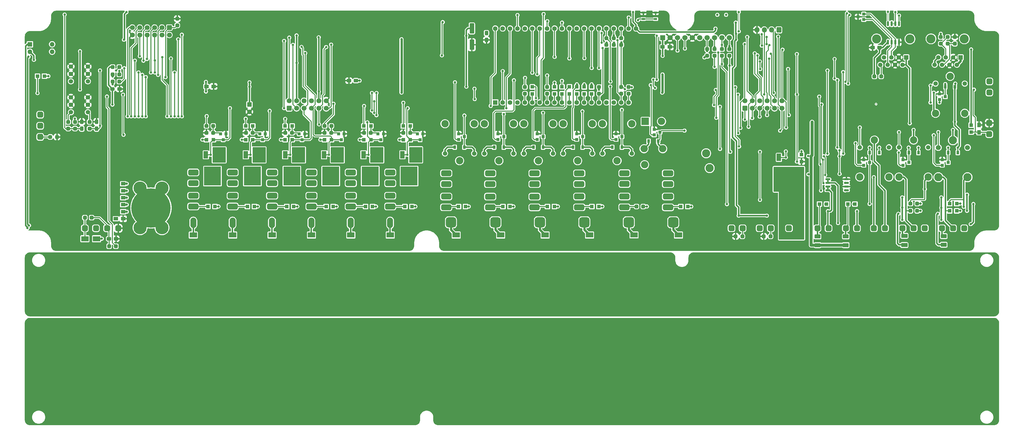
<source format=gbr>
%TF.GenerationSoftware,KiCad,Pcbnew,8.0.4*%
%TF.CreationDate,2024-10-04T20:54:14+09:00*%
%TF.ProjectId,FullHouse_Main_V6.0,46756c6c-486f-4757-9365-5f4d61696e5f,rev?*%
%TF.SameCoordinates,Original*%
%TF.FileFunction,Copper,L2,Bot*%
%TF.FilePolarity,Positive*%
%FSLAX46Y46*%
G04 Gerber Fmt 4.6, Leading zero omitted, Abs format (unit mm)*
G04 Created by KiCad (PCBNEW 8.0.4) date 2024-10-04 20:54:14*
%MOMM*%
%LPD*%
G01*
G04 APERTURE LIST*
G04 Aperture macros list*
%AMRoundRect*
0 Rectangle with rounded corners*
0 $1 Rounding radius*
0 $2 $3 $4 $5 $6 $7 $8 $9 X,Y pos of 4 corners*
0 Add a 4 corners polygon primitive as box body*
4,1,4,$2,$3,$4,$5,$6,$7,$8,$9,$2,$3,0*
0 Add four circle primitives for the rounded corners*
1,1,$1+$1,$2,$3*
1,1,$1+$1,$4,$5*
1,1,$1+$1,$6,$7*
1,1,$1+$1,$8,$9*
0 Add four rect primitives between the rounded corners*
20,1,$1+$1,$2,$3,$4,$5,0*
20,1,$1+$1,$4,$5,$6,$7,0*
20,1,$1+$1,$6,$7,$8,$9,0*
20,1,$1+$1,$8,$9,$2,$3,0*%
G04 Aperture macros list end*
%TA.AperFunction,ComponentPad*%
%ADD10RoundRect,0.500000X-0.500000X-0.500000X0.500000X-0.500000X0.500000X0.500000X-0.500000X0.500000X0*%
%TD*%
%TA.AperFunction,ComponentPad*%
%ADD11C,2.500000*%
%TD*%
%TA.AperFunction,ComponentPad*%
%ADD12C,1.500000*%
%TD*%
%TA.AperFunction,ComponentPad*%
%ADD13RoundRect,0.500000X-1.250000X-0.500000X1.250000X-0.500000X1.250000X0.500000X-1.250000X0.500000X0*%
%TD*%
%TA.AperFunction,ComponentPad*%
%ADD14C,6.000000*%
%TD*%
%TA.AperFunction,ComponentPad*%
%ADD15RoundRect,0.875000X-0.875000X-0.875000X0.875000X-0.875000X0.875000X0.875000X-0.875000X0.875000X0*%
%TD*%
%TA.AperFunction,ComponentPad*%
%ADD16RoundRect,0.500000X-0.500000X0.500000X-0.500000X-0.500000X0.500000X-0.500000X0.500000X0.500000X0*%
%TD*%
%TA.AperFunction,ComponentPad*%
%ADD17C,8.000000*%
%TD*%
%TA.AperFunction,ComponentPad*%
%ADD18C,1.800000*%
%TD*%
%TA.AperFunction,ComponentPad*%
%ADD19R,1.800000X1.800000*%
%TD*%
%TA.AperFunction,ComponentPad*%
%ADD20RoundRect,0.500000X0.500000X-0.500000X0.500000X0.500000X-0.500000X0.500000X-0.500000X-0.500000X0*%
%TD*%
%TA.AperFunction,ComponentPad*%
%ADD21RoundRect,0.250000X0.600000X-0.600000X0.600000X0.600000X-0.600000X0.600000X-0.600000X-0.600000X0*%
%TD*%
%TA.AperFunction,ComponentPad*%
%ADD22C,1.700000*%
%TD*%
%TA.AperFunction,ComponentPad*%
%ADD23R,1.600000X1.600000*%
%TD*%
%TA.AperFunction,ComponentPad*%
%ADD24C,1.600000*%
%TD*%
%TA.AperFunction,ComponentPad*%
%ADD25O,2.500000X2.500000*%
%TD*%
%TA.AperFunction,ComponentPad*%
%ADD26R,2.500000X2.500000*%
%TD*%
%TA.AperFunction,ComponentPad*%
%ADD27O,2.080000X3.600000*%
%TD*%
%TA.AperFunction,ComponentPad*%
%ADD28C,4.500000*%
%TD*%
%TA.AperFunction,ComponentPad*%
%ADD29C,13.500000*%
%TD*%
%TA.AperFunction,ComponentPad*%
%ADD30O,1.600000X1.600000*%
%TD*%
%TA.AperFunction,ComponentPad*%
%ADD31RoundRect,0.249900X0.600100X0.675100X-0.600100X0.675100X-0.600100X-0.675100X0.600100X-0.675100X0*%
%TD*%
%TA.AperFunction,ComponentPad*%
%ADD32O,1.700000X1.850000*%
%TD*%
%TA.AperFunction,ComponentPad*%
%ADD33C,2.800000*%
%TD*%
%TA.AperFunction,WasherPad*%
%ADD34C,0.800000*%
%TD*%
%TA.AperFunction,ComponentPad*%
%ADD35RoundRect,0.250000X-0.600000X0.600000X-0.600000X-0.600000X0.600000X-0.600000X0.600000X0.600000X0*%
%TD*%
%TA.AperFunction,WasherPad*%
%ADD36C,3.100000*%
%TD*%
%TA.AperFunction,ComponentPad*%
%ADD37R,1.500000X1.500000*%
%TD*%
%TA.AperFunction,ComponentPad*%
%ADD38O,1.500000X4.600000*%
%TD*%
%TA.AperFunction,ComponentPad*%
%ADD39R,1.560000X1.560000*%
%TD*%
%TA.AperFunction,ComponentPad*%
%ADD40C,1.560000*%
%TD*%
%TA.AperFunction,SMDPad,CuDef*%
%ADD41R,5.800000X6.400000*%
%TD*%
%TA.AperFunction,SMDPad,CuDef*%
%ADD42R,1.500000X2.500000*%
%TD*%
%TA.AperFunction,SMDPad,CuDef*%
%ADD43R,2.000000X3.000000*%
%TD*%
%TA.AperFunction,SMDPad,CuDef*%
%ADD44R,1.100000X1.000000*%
%TD*%
%TA.AperFunction,SMDPad,CuDef*%
%ADD45RoundRect,0.325000X-0.325000X-0.325000X0.325000X-0.325000X0.325000X0.325000X-0.325000X0.325000X0*%
%TD*%
%TA.AperFunction,SMDPad,CuDef*%
%ADD46RoundRect,0.312500X-0.312500X0.437500X-0.312500X-0.437500X0.312500X-0.437500X0.312500X0.437500X0*%
%TD*%
%TA.AperFunction,SMDPad,CuDef*%
%ADD47RoundRect,0.325000X-0.325000X0.325000X-0.325000X-0.325000X0.325000X-0.325000X0.325000X0.325000X0*%
%TD*%
%TA.AperFunction,SMDPad,CuDef*%
%ADD48R,2.500000X1.800000*%
%TD*%
%TA.AperFunction,SMDPad,CuDef*%
%ADD49RoundRect,0.325000X0.325000X-0.325000X0.325000X0.325000X-0.325000X0.325000X-0.325000X-0.325000X0*%
%TD*%
%TA.AperFunction,SMDPad,CuDef*%
%ADD50R,0.900000X1.200000*%
%TD*%
%TA.AperFunction,SMDPad,CuDef*%
%ADD51RoundRect,0.325000X0.325000X0.325000X-0.325000X0.325000X-0.325000X-0.325000X0.325000X-0.325000X0*%
%TD*%
%TA.AperFunction,SMDPad,CuDef*%
%ADD52R,1.500000X1.250000*%
%TD*%
%TA.AperFunction,SMDPad,CuDef*%
%ADD53RoundRect,0.312500X-0.437500X-0.312500X0.437500X-0.312500X0.437500X0.312500X-0.437500X0.312500X0*%
%TD*%
%TA.AperFunction,SMDPad,CuDef*%
%ADD54RoundRect,0.250000X-0.550000X1.500000X-0.550000X-1.500000X0.550000X-1.500000X0.550000X1.500000X0*%
%TD*%
%TA.AperFunction,SMDPad,CuDef*%
%ADD55RoundRect,0.312500X0.312500X-0.437500X0.312500X0.437500X-0.312500X0.437500X-0.312500X-0.437500X0*%
%TD*%
%TA.AperFunction,SMDPad,CuDef*%
%ADD56RoundRect,0.250001X0.849999X-0.462499X0.849999X0.462499X-0.849999X0.462499X-0.849999X-0.462499X0*%
%TD*%
%TA.AperFunction,SMDPad,CuDef*%
%ADD57RoundRect,0.163800X-0.136200X0.711200X-0.136200X-0.711200X0.136200X-0.711200X0.136200X0.711200X0*%
%TD*%
%TA.AperFunction,SMDPad,CuDef*%
%ADD58R,1.300000X1.300000*%
%TD*%
%TA.AperFunction,SMDPad,CuDef*%
%ADD59R,1.250000X1.500000*%
%TD*%
%TA.AperFunction,SMDPad,CuDef*%
%ADD60R,1.100000X0.700000*%
%TD*%
%TA.AperFunction,SMDPad,CuDef*%
%ADD61RoundRect,0.250001X0.749999X-0.462499X0.749999X0.462499X-0.749999X0.462499X-0.749999X-0.462499X0*%
%TD*%
%TA.AperFunction,SMDPad,CuDef*%
%ADD62R,1.000000X1.100000*%
%TD*%
%TA.AperFunction,SMDPad,CuDef*%
%ADD63RoundRect,0.163800X0.711200X0.136200X-0.711200X0.136200X-0.711200X-0.136200X0.711200X-0.136200X0*%
%TD*%
%TA.AperFunction,SMDPad,CuDef*%
%ADD64RoundRect,0.312500X0.437500X0.312500X-0.437500X0.312500X-0.437500X-0.312500X0.437500X-0.312500X0*%
%TD*%
%TA.AperFunction,ViaPad*%
%ADD65C,0.800000*%
%TD*%
%TA.AperFunction,Conductor*%
%ADD66C,0.300000*%
%TD*%
%TA.AperFunction,Conductor*%
%ADD67C,0.500000*%
%TD*%
%TA.AperFunction,Conductor*%
%ADD68C,0.200000*%
%TD*%
%TA.AperFunction,Conductor*%
%ADD69C,0.800000*%
%TD*%
%TA.AperFunction,Conductor*%
%ADD70C,1.000000*%
%TD*%
G04 APERTURE END LIST*
D10*
%TO.P,J2,1,Pin_1*%
%TO.N,Net-(J2-Pin_1)*%
X335205000Y-140962500D03*
%TO.P,J2,2,Pin_2*%
%TO.N,Net-(J2-Pin_2)*%
X339015000Y-140962500D03*
%TO.P,J2,3,Pin_3*%
%TO.N,Net-(J2-Pin_3)*%
X342825000Y-140962500D03*
%TD*%
D11*
%TO.P,K4,1*%
%TO.N,unconnected-(K4-Pad1)*%
X178330000Y-105070000D03*
D12*
%TO.P,K4,2*%
%TO.N,Net-(D20-A)*%
X188330000Y-115270000D03*
%TO.P,K4,6*%
%TO.N,+12P*%
X178330000Y-115270000D03*
D11*
%TO.P,K4,7*%
%TO.N,Net-(F7-Pad1)*%
X183330000Y-117770000D03*
%TO.P,K4,14*%
%TO.N,+12P*%
X188330000Y-105070000D03*
%TD*%
%TO.P,K14,1*%
%TO.N,unconnected-(K14-Pad1)*%
X356500000Y-101470000D03*
D12*
%TO.P,K14,2*%
%TO.N,HEATER*%
X346500000Y-91270000D03*
%TO.P,K14,6*%
%TO.N,+12P*%
X356500000Y-91270000D03*
D11*
%TO.P,K14,7*%
%TO.N,Net-(J16-Pin_2)*%
X351500000Y-88770000D03*
%TO.P,K14,14*%
%TO.N,Net-(J16-Pin_1)*%
X346500000Y-101470000D03*
%TD*%
D13*
%TO.P,F9,1*%
%TO.N,Net-(F9-Pad1)*%
X209050000Y-122095000D03*
X209050000Y-125795000D03*
%TO.P,F9,2*%
%TO.N,Net-(D34-K)*%
X209050000Y-130095000D03*
X209050000Y-133795000D03*
%TD*%
D12*
%TO.P,VR3,1,1*%
%TO.N,Net-(R79-Pad1)*%
X50110000Y-90490414D03*
%TO.P,VR3,2,2*%
%TO.N,GNDPWR*%
X50110000Y-87950414D03*
%TO.P,VR3,3,3*%
X50110000Y-85410414D03*
%TD*%
D10*
%TO.P,J36,1,Pin_1*%
%TO.N,Net-(D30-K)*%
X54890000Y-140970414D03*
%TO.P,J36,2,Pin_2*%
%TO.N,MA-AUTO-OUT*%
X58700000Y-140970414D03*
%TO.P,J36,3,Pin_3*%
%TO.N,Net-(J36-Pin_3)*%
X62510000Y-140970414D03*
%TO.P,J36,4,Pin_4*%
%TO.N,GNDPWR*%
X66320000Y-140970414D03*
%TD*%
D14*
%TO.P,H1,1,1*%
%TO.N,GNDPWR*%
X58050000Y-77485000D03*
%TD*%
D15*
%TO.P,J25,1,Pin_1*%
%TO.N,Net-(D44-K)*%
X241335000Y-138925000D03*
%TO.P,J25,2,Pin_2*%
%TO.N,GNDPWR*%
X248955000Y-138925000D03*
%TD*%
D16*
%TO.P,J32,1,Pin_1*%
%TO.N,/AUX_BT*%
X39570000Y-101965000D03*
%TO.P,J32,2,Pin_2*%
%TO.N,/FUEL_SENSOR*%
X39570000Y-105775000D03*
%TO.P,J32,3,Pin_3*%
%TO.N,Net-(J32-Pin_3)*%
X39570000Y-109585000D03*
%TD*%
D17*
%TO.P,H14,1,1*%
%TO.N,GND2*%
X364050000Y-182715000D03*
%TD*%
D14*
%TO.P,H4,1,1*%
%TO.N,GNDPWR*%
X172050000Y-134985000D03*
%TD*%
D11*
%TO.P,K1,1*%
%TO.N,Net-(JP7-B)*%
X343965000Y-123362500D03*
D12*
%TO.P,K1,2*%
%TO.N,/CLN_VALVE*%
X333965000Y-113162500D03*
%TO.P,K1,6*%
%TO.N,+12P*%
X343965000Y-113162500D03*
D11*
%TO.P,K1,7*%
%TO.N,Net-(JP2-C)*%
X338965000Y-110662500D03*
%TO.P,K1,14*%
%TO.N,Net-(J2-Pin_2)*%
X333965000Y-123362500D03*
%TD*%
%TO.P,K2,1*%
%TO.N,unconnected-(K2-Pad1)*%
X330550000Y-123362500D03*
D12*
%TO.P,K2,2*%
%TO.N,INVERTOR 1*%
X320550000Y-113162500D03*
%TO.P,K2,6*%
%TO.N,+12P*%
X330550000Y-113162500D03*
D11*
%TO.P,K2,7*%
%TO.N,Net-(J9-Pin_2)*%
X325550000Y-110662500D03*
%TO.P,K2,14*%
%TO.N,Net-(J9-Pin_1)*%
X320550000Y-123362500D03*
%TD*%
D13*
%TO.P,F1,1*%
%TO.N,Net-(Q1-Drain)*%
X92060000Y-121785000D03*
X92060000Y-125485000D03*
%TO.P,F1,2*%
%TO.N,Net-(D10-K)*%
X92060000Y-129785000D03*
X92060000Y-133485000D03*
%TD*%
%TO.P,F4,1*%
%TO.N,Net-(Q42-Drain)*%
X132560000Y-121785000D03*
X132560000Y-125485000D03*
%TO.P,F4,2*%
%TO.N,Net-(D13-K)*%
X132560000Y-129785000D03*
X132560000Y-133485000D03*
%TD*%
D10*
%TO.P,J9,1,Pin_1*%
%TO.N,Net-(J9-Pin_1)*%
X325360000Y-140962500D03*
%TO.P,J9,2,Pin_2*%
%TO.N,Net-(J9-Pin_2)*%
X329170000Y-140962500D03*
%TD*%
D13*
%TO.P,F3,1*%
%TO.N,Net-(Q41-Drain)*%
X119060000Y-121785000D03*
X119060000Y-125485000D03*
%TO.P,F3,2*%
%TO.N,Net-(D12-K)*%
X119060000Y-129785000D03*
X119060000Y-133485000D03*
%TD*%
D18*
%TO.P,MO2,A0,A0*%
%TO.N,AUX-V*%
X268204000Y-75485000D03*
%TO.P,MO2,A1,A1*%
%TO.N,FUEL*%
X270744000Y-75485000D03*
%TO.P,MO2,A2,A2*%
%TO.N,CLEAN*%
X273284000Y-75485000D03*
%TO.P,MO2,A3,A3*%
%TO.N,WASTE*%
X275824000Y-75485000D03*
%TO.P,MO2,ADDR,ADDR*%
%TO.N,GNDPWR*%
X263124000Y-75485000D03*
%TO.P,MO2,ALRT,ALRT*%
%TO.N,unconnected-(MO2-PadALRT)*%
X265664000Y-75485000D03*
%TO.P,MO2,GND,GND*%
%TO.N,GNDPWR*%
X255504000Y-75485000D03*
%TO.P,MO2,SCL,SCL*%
%TO.N,SCL*%
X258044000Y-75485000D03*
%TO.P,MO2,SDA,SDA*%
%TO.N,SDA*%
X260584000Y-75485000D03*
D19*
%TO.P,MO2,VDD,VDD*%
%TO.N,+5V*%
X252964000Y-75485000D03*
%TD*%
D14*
%TO.P,H2,1,1*%
%TO.N,GNDPWR*%
X172050000Y-77485000D03*
%TD*%
D11*
%TO.P,K8,1*%
%TO.N,unconnected-(K8-Pad1)*%
X232332000Y-105070000D03*
D12*
%TO.P,K8,2*%
%TO.N,Net-(D24-A)*%
X242332000Y-115270000D03*
%TO.P,K8,6*%
%TO.N,+12P*%
X232332000Y-115270000D03*
D11*
%TO.P,K8,7*%
%TO.N,Net-(F11-Pad1)*%
X237332000Y-117770000D03*
%TO.P,K8,14*%
%TO.N,+12P*%
X242332000Y-105070000D03*
%TD*%
D20*
%TO.P,J16,1,Pin_1*%
%TO.N,Net-(J16-Pin_1)*%
X364942500Y-94342500D03*
%TO.P,J16,2,Pin_2*%
%TO.N,Net-(J16-Pin_2)*%
X364942500Y-90532500D03*
%TD*%
D21*
%TO.P,J5,A1,Pin_1*%
%TO.N,Net-(D20-A)*%
X281112000Y-99740414D03*
D22*
%TO.P,J5,A2,Pin_2*%
%TO.N,Net-(D21-A)*%
X283652000Y-99740414D03*
%TO.P,J5,A3,Pin_3*%
%TO.N,Net-(D22-A)*%
X286192000Y-99740414D03*
%TO.P,J5,A4,Pin_4*%
%TO.N,Net-(D23-A)*%
X288732000Y-99740414D03*
%TO.P,J5,A5,Pin_5*%
%TO.N,Net-(D24-A)*%
X291272000Y-99740414D03*
%TO.P,J5,A6,Pin_6*%
%TO.N,Net-(D25-A)*%
X293812000Y-99740414D03*
%TO.P,J5,B1,Pin_7*%
%TO.N,/CLN_VALVE*%
X281112000Y-97200414D03*
%TO.P,J5,B2,Pin_8*%
%TO.N,/WST_VALVE*%
X283652000Y-97200414D03*
%TO.P,J5,B3,Pin_9*%
%TO.N,/HEATER_FAN*%
X286192000Y-97200414D03*
%TO.P,J5,B4,Pin_10*%
%TO.N,/HEAT_MOTOR_1*%
X288732000Y-97200414D03*
%TO.P,J5,B5,Pin_11*%
%TO.N,/HEAT_MOTOR_2*%
X291272000Y-97200414D03*
%TO.P,J5,B6,Pin_12*%
%TO.N,INVERTOR 1*%
X293812000Y-97200414D03*
%TD*%
D11*
%TO.P,K5,1*%
%TO.N,unconnected-(K5-Pad1)*%
X191830000Y-105070000D03*
D12*
%TO.P,K5,2*%
%TO.N,Net-(D21-A)*%
X201830000Y-115270000D03*
%TO.P,K5,6*%
%TO.N,+12P*%
X191830000Y-115270000D03*
D11*
%TO.P,K5,7*%
%TO.N,Net-(F8-Pad1)*%
X196830000Y-117770000D03*
%TO.P,K5,14*%
%TO.N,+12P*%
X201830000Y-105070000D03*
%TD*%
D14*
%TO.P,H5,1,1*%
%TO.N,GNDPWR*%
X269825000Y-132550000D03*
%TD*%
D11*
%TO.P,K6,1*%
%TO.N,unconnected-(K6-Pad1)*%
X205330000Y-105070000D03*
D12*
%TO.P,K6,2*%
%TO.N,Net-(D22-A)*%
X215330000Y-115270000D03*
%TO.P,K6,6*%
%TO.N,+12P*%
X205330000Y-115270000D03*
D11*
%TO.P,K6,7*%
%TO.N,Net-(F9-Pad1)*%
X210330000Y-117770000D03*
%TO.P,K6,14*%
%TO.N,+12P*%
X215330000Y-105070000D03*
%TD*%
D17*
%TO.P,H12,1,1*%
%TO.N,GND2*%
X58050000Y-182485000D03*
%TD*%
D23*
%TO.P,C3,1*%
%TO.N,+5V*%
X111300000Y-98472349D03*
D24*
%TO.P,C3,2*%
%TO.N,GNDPWR*%
X111300000Y-100972349D03*
%TD*%
D12*
%TO.P,VR2,1,1*%
%TO.N,Net-(R84-Pad1)*%
X55910000Y-101090414D03*
%TO.P,VR2,2,2*%
%TO.N,GNDPWR*%
X55910000Y-98550414D03*
%TO.P,VR2,3,3*%
X55910000Y-96010414D03*
%TD*%
D25*
%TO.P,K9,1*%
%TO.N,+12P*%
X246570000Y-113645000D03*
%TO.P,K9,3*%
X252570000Y-104245000D03*
D26*
X246970000Y-104245000D03*
D25*
%TO.P,K9,5*%
%TO.N,Net-(F12-Pad1)*%
X246770000Y-119145000D03*
%TO.P,K9,6*%
%TO.N,Net-(D25-A)*%
X252970000Y-113645000D03*
%TD*%
D27*
%TO.P,J12,1,Pin_1*%
%TO.N,Net-(D12-K)*%
X119020000Y-139095000D03*
%TO.P,J12,2,Pin_2*%
%TO.N,GNDPWR*%
X124100000Y-139095000D03*
%TD*%
D10*
%TO.P,J26,1,Pin_1*%
%TO.N,Net-(J26-Pin_1)*%
X296260000Y-140962500D03*
%TO.P,J26,2,Pin_2*%
%TO.N,Net-(D1-K)*%
X300070000Y-140962500D03*
%TD*%
D27*
%TO.P,J10,1,Pin_1*%
%TO.N,Net-(D10-K)*%
X92060000Y-139095000D03*
%TO.P,J10,2,Pin_2*%
%TO.N,GNDPWR*%
X97140000Y-139095000D03*
%TD*%
D13*
%TO.P,F5,1*%
%TO.N,Net-(Q43-Drain)*%
X146060000Y-121785000D03*
X146060000Y-125485000D03*
%TO.P,F5,2*%
%TO.N,Net-(D14-K)*%
X146060000Y-129785000D03*
X146060000Y-133485000D03*
%TD*%
%TO.P,F8,1*%
%TO.N,Net-(F8-Pad1)*%
X193825000Y-122095000D03*
X193825000Y-125795000D03*
%TO.P,F8,2*%
%TO.N,Net-(D33-K)*%
X193825000Y-130095000D03*
X193825000Y-133795000D03*
%TD*%
D27*
%TO.P,J11,1,Pin_1*%
%TO.N,Net-(D11-K)*%
X105520000Y-139095000D03*
%TO.P,J11,2,Pin_2*%
%TO.N,GNDPWR*%
X110600000Y-139095000D03*
%TD*%
D15*
%TO.P,J3,1,Pin_1*%
%TO.N,Net-(D37-K)*%
X256575000Y-138925000D03*
%TO.P,J3,2,Pin_2*%
%TO.N,GNDPWR*%
X264195000Y-138925000D03*
%TD*%
D14*
%TO.P,H7,1,1*%
%TO.N,GNDPWR*%
X364050000Y-77485000D03*
%TD*%
D10*
%TO.P,J27,1,Pin_1*%
%TO.N,Net-(J27-Pin_1)*%
X306010000Y-140962500D03*
%TO.P,J27,2,Pin_2*%
%TO.N,Net-(D39-A)*%
X309820000Y-140962500D03*
%TD*%
D28*
%TO.P,J7,1,Pin_1*%
%TO.N,+12P*%
X73810000Y-140785000D03*
X81310000Y-140785000D03*
D29*
X77560000Y-133985000D03*
D28*
X73810000Y-127185000D03*
X81310000Y-127185000D03*
%TD*%
D27*
%TO.P,J13,1,Pin_1*%
%TO.N,Net-(D13-K)*%
X132520000Y-139095000D03*
%TO.P,J13,2,Pin_2*%
%TO.N,GNDPWR*%
X137600000Y-139095000D03*
%TD*%
D13*
%TO.P,F11,1*%
%TO.N,Net-(F11-Pad1)*%
X239850000Y-122050000D03*
X239850000Y-125750000D03*
%TO.P,F11,2*%
%TO.N,Net-(D44-K)*%
X239850000Y-130050000D03*
X239850000Y-133750000D03*
%TD*%
%TO.P,F7,1*%
%TO.N,Net-(F7-Pad1)*%
X178750000Y-122070000D03*
X178750000Y-125770000D03*
%TO.P,F7,2*%
%TO.N,Net-(D32-K)*%
X178750000Y-130070000D03*
X178750000Y-133770000D03*
%TD*%
%TO.P,F6,1*%
%TO.N,Net-(Q11-Drain)*%
X159560000Y-121785000D03*
X159560000Y-125485000D03*
%TO.P,F6,2*%
%TO.N,Net-(D15-K)*%
X159560000Y-129785000D03*
X159560000Y-133485000D03*
%TD*%
D27*
%TO.P,J15,1,Pin_1*%
%TO.N,Net-(D15-K)*%
X159520000Y-139095000D03*
%TO.P,J15,2,Pin_2*%
%TO.N,GNDPWR*%
X164600000Y-139095000D03*
%TD*%
D23*
%TO.P,SW3,1*%
%TO.N,Net-(D30-K)*%
X36050000Y-77765000D03*
D30*
%TO.P,SW3,2*%
%TO.N,12V-CPU*%
X36050000Y-80305000D03*
%TO.P,SW3,3*%
%TO.N,MA-AUTO-IN*%
X43670000Y-80305000D03*
%TO.P,SW3,4*%
%TO.N,MA-AUTO-OUT*%
X43670000Y-77765000D03*
%TD*%
D27*
%TO.P,J14,1,Pin_1*%
%TO.N,Net-(D14-K)*%
X145980000Y-139095000D03*
%TO.P,J14,2,Pin_2*%
%TO.N,GNDPWR*%
X151060000Y-139095000D03*
%TD*%
D31*
%TO.P,J8,1,Pin_1*%
%TO.N,Net-(J8-Pin_1)*%
X292800000Y-72830414D03*
D32*
%TO.P,J8,2,Pin_2*%
%TO.N,Net-(J8-Pin_2)*%
X290300000Y-72830414D03*
%TO.P,J8,3,Pin_3*%
%TO.N,Net-(J8-Pin_3)*%
X287800000Y-72830414D03*
%TO.P,J8,4,Pin_4*%
%TO.N,GNDPWR*%
X285300000Y-72830414D03*
%TD*%
D13*
%TO.P,F12,1*%
%TO.N,Net-(F12-Pad1)*%
X254775000Y-122075000D03*
X254775000Y-125775000D03*
%TO.P,F12,2*%
%TO.N,Net-(D37-K)*%
X254775000Y-130075000D03*
X254775000Y-133775000D03*
%TD*%
D10*
%TO.P,J19,1,Pin_1*%
%TO.N,Net-(J19-Pin_1)*%
X348705000Y-140962500D03*
%TO.P,J19,2,Pin_2*%
%TO.N,Net-(J19-Pin_2)*%
X352515000Y-140962500D03*
%TO.P,J19,3,Pin_3*%
%TO.N,Net-(J19-Pin_3)*%
X356325000Y-140962500D03*
%TD*%
D15*
%TO.P,J20,1,Pin_1*%
%TO.N,Net-(D32-K)*%
X180375000Y-138925000D03*
%TO.P,J20,2,Pin_2*%
%TO.N,GNDPWR*%
X187995000Y-138925000D03*
%TD*%
D11*
%TO.P,K7,1*%
%TO.N,unconnected-(K7-Pad1)*%
X218830000Y-105070000D03*
D12*
%TO.P,K7,2*%
%TO.N,Net-(D23-A)*%
X228830000Y-115270000D03*
%TO.P,K7,6*%
%TO.N,+12P*%
X218830000Y-115270000D03*
D11*
%TO.P,K7,7*%
%TO.N,Net-(F10-Pad1)*%
X223830000Y-117770000D03*
%TO.P,K7,14*%
%TO.N,+12P*%
X228830000Y-105070000D03*
%TD*%
D15*
%TO.P,J23,1,Pin_1*%
%TO.N,Net-(D35-K)*%
X226095000Y-138925000D03*
%TO.P,J23,2,Pin_2*%
%TO.N,GNDPWR*%
X233715000Y-138925000D03*
%TD*%
D14*
%TO.P,H6,1,1*%
%TO.N,GNDPWR*%
X364050000Y-122835000D03*
%TD*%
D13*
%TO.P,F10,1*%
%TO.N,Net-(F10-Pad1)*%
X224375000Y-122070000D03*
X224375000Y-125770000D03*
%TO.P,F10,2*%
%TO.N,Net-(D35-K)*%
X224375000Y-130070000D03*
X224375000Y-133770000D03*
%TD*%
D33*
%TO.P,K3,1*%
%TO.N,Net-(JP8-B)*%
X357465000Y-123437500D03*
D22*
%TO.P,K3,2*%
%TO.N,/WST_VALVE*%
X347465000Y-113237500D03*
%TO.P,K3,6*%
%TO.N,+12P*%
X357465000Y-113237500D03*
D33*
%TO.P,K3,7*%
%TO.N,Net-(JP1-C)*%
X352465000Y-110737500D03*
%TO.P,K3,14*%
%TO.N,Net-(J19-Pin_2)*%
X347465000Y-123437500D03*
%TD*%
D17*
%TO.P,H10,1,1*%
%TO.N,GND2*%
X261510000Y-183115000D03*
%TD*%
D14*
%TO.P,H3,1,1*%
%TO.N,GNDPWR*%
X58050000Y-122605000D03*
%TD*%
D17*
%TO.P,H9,1,1*%
%TO.N,GND2*%
X172050000Y-194865000D03*
%TD*%
D34*
%TO.P,SW1,*%
%TO.N,*%
X271700000Y-67655000D03*
X274700000Y-67655000D03*
%TD*%
D35*
%TO.P,J29,A1,Pin_1*%
%TO.N,Net-(J17-Pin_2)*%
X83850000Y-72017914D03*
D22*
%TO.P,J29,A2,Pin_2*%
%TO.N,ST-7789V-TP_SDA*%
X81310000Y-72017914D03*
%TO.P,J29,A3,Pin_3*%
%TO.N,ST-7789V-D{slash}C*%
X78770000Y-72017914D03*
%TO.P,J29,A4,Pin_4*%
%TO.N,ST-7789V-SCL*%
X76230000Y-72017914D03*
%TO.P,J29,A5,Pin_5*%
%TO.N,ST-7789V-RESET*%
X73690000Y-72017914D03*
%TO.P,J29,A6,Pin_6*%
%TO.N,ST-7789V-TP_TINT*%
X71150000Y-72017914D03*
%TO.P,J29,B1,Pin_7*%
%TO.N,ST-7789V-TP_TRST*%
X83850000Y-74557914D03*
%TO.P,J29,B2,Pin_8*%
%TO.N,ST-7789V-TP_SCL*%
X81310000Y-74557914D03*
%TO.P,J29,B3,Pin_9*%
%TO.N,ST-7789V-CS*%
X78770000Y-74557914D03*
%TO.P,J29,B4,Pin_10*%
%TO.N,ST-7789V-SDA*%
X76230000Y-74557914D03*
%TO.P,J29,B5,Pin_11*%
%TO.N,+3.3V*%
X73690000Y-74557914D03*
%TO.P,J29,B6,Pin_12*%
%TO.N,GNDPWR*%
X71150000Y-74557914D03*
%TD*%
D17*
%TO.P,H13,1,1*%
%TO.N,GND1*%
X364050000Y-160485000D03*
%TD*%
D13*
%TO.P,F2,1*%
%TO.N,Net-(Q3-Drain)*%
X105560000Y-121785000D03*
X105560000Y-125485000D03*
%TO.P,F2,2*%
%TO.N,Net-(D11-K)*%
X105560000Y-129785000D03*
X105560000Y-133485000D03*
%TD*%
D12*
%TO.P,VR1,1,1*%
%TO.N,Net-(R83-Pad1)*%
X50110000Y-101090414D03*
%TO.P,VR1,2,2*%
%TO.N,GNDPWR*%
X50110000Y-98550414D03*
%TO.P,VR1,3,3*%
X50110000Y-96010414D03*
%TD*%
D36*
%TO.P,J67,*%
%TO.N,*%
X356370000Y-75895000D03*
X344940000Y-75895000D03*
D37*
%TO.P,J67,1*%
%TO.N,MA-AUTO-IN*%
X355100000Y-82245000D03*
D12*
%TO.P,J67,2*%
X353830000Y-84785000D03*
%TO.P,J67,3*%
%TO.N,GNDPWR*%
X352560000Y-82245000D03*
%TO.P,J67,4*%
X351290000Y-84785000D03*
%TO.P,J67,5*%
%TO.N,/485-A*%
X350020000Y-82245000D03*
%TO.P,J67,6*%
%TO.N,/485-B*%
X348750000Y-84785000D03*
%TO.P,J67,7*%
%TO.N,12V-CPU*%
X347480000Y-82245000D03*
%TO.P,J67,8*%
X346210000Y-84785000D03*
D38*
%TO.P,J67,SH*%
%TO.N,GNDPWR*%
X358425000Y-72345000D03*
X342900000Y-72345000D03*
%TD*%
D36*
%TO.P,J42,*%
%TO.N,*%
X337725000Y-75925000D03*
X326295000Y-75925000D03*
D37*
%TO.P,J42,1*%
%TO.N,+12P*%
X336455000Y-82275000D03*
D12*
%TO.P,J42,2*%
X335185000Y-84815000D03*
%TO.P,J42,3*%
%TO.N,GNDPWR*%
X333915000Y-82275000D03*
%TO.P,J42,4*%
X332645000Y-84815000D03*
%TO.P,J42,5*%
%TO.N,/485-A*%
X331375000Y-82275000D03*
%TO.P,J42,6*%
%TO.N,/485-B*%
X330105000Y-84815000D03*
%TO.P,J42,7*%
%TO.N,LIFT-POWER*%
X328835000Y-82275000D03*
%TO.P,J42,8*%
%TO.N,LIFT-FLAG*%
X327565000Y-84815000D03*
D38*
%TO.P,J42,SH*%
%TO.N,GNDPWR*%
X339780000Y-72375000D03*
X324255000Y-72375000D03*
%TD*%
D10*
%TO.P,J33,1,Pin_1*%
%TO.N,Net-(J33-Pin_1)*%
X286210000Y-140962500D03*
%TO.P,J33,2,Pin_2*%
%TO.N,Net-(J33-Pin_2)*%
X290020000Y-140962500D03*
%TD*%
%TO.P,J28,1,Pin_1*%
%TO.N,Net-(J28-Pin_1)*%
X315760000Y-140962500D03*
%TO.P,J28,2,Pin_2*%
%TO.N,Net-(D40-A)*%
X319570000Y-140962500D03*
%TD*%
D15*
%TO.P,J22,1,Pin_1*%
%TO.N,Net-(D34-K)*%
X210855000Y-138925000D03*
%TO.P,J22,2,Pin_2*%
%TO.N,GNDPWR*%
X218475000Y-138925000D03*
%TD*%
D17*
%TO.P,H8,1,1*%
%TO.N,GND1*%
X172050000Y-160485000D03*
%TD*%
%TO.P,H11,1,1*%
%TO.N,GND1*%
X58050000Y-160485000D03*
%TD*%
D15*
%TO.P,J21,1,Pin_1*%
%TO.N,Net-(D33-K)*%
X195615000Y-138925000D03*
%TO.P,J21,2,Pin_2*%
%TO.N,GNDPWR*%
X203235000Y-138925000D03*
%TD*%
D12*
%TO.P,VR4,1,1*%
%TO.N,Net-(R80-Pad1)*%
X55910000Y-90490414D03*
%TO.P,VR4,2,2*%
%TO.N,GNDPWR*%
X55910000Y-87950414D03*
%TO.P,VR4,3,3*%
X55910000Y-85410414D03*
%TD*%
D21*
%TO.P,J4,A1,Pin_1*%
%TO.N,Net-(J18-Pin_1)*%
X124912000Y-99740414D03*
D22*
%TO.P,J4,A2,Pin_2*%
%TO.N,Net-(J18-Pin_2)*%
X127452000Y-99740414D03*
%TO.P,J4,A3,Pin_3*%
%TO.N,Net-(J18-Pin_3)*%
X129992000Y-99740414D03*
%TO.P,J4,A4,Pin_4*%
%TO.N,Net-(J18-Pin_4)*%
X132532000Y-99740414D03*
%TO.P,J4,A5,Pin_5*%
%TO.N,Net-(J18-Pin_5)*%
X135072000Y-99740414D03*
%TO.P,J4,A6,Pin_6*%
%TO.N,Net-(J18-Pin_6)*%
X137612000Y-99740414D03*
%TO.P,J4,B1,Pin_7*%
%TO.N,INVERTOR 2*%
X124912000Y-97200414D03*
%TO.P,J4,B2,Pin_8*%
%TO.N,MA-AUTO-OUT*%
X127452000Y-97200414D03*
%TO.P,J4,B3,Pin_9*%
X129992000Y-97200414D03*
%TO.P,J4,B4,Pin_10*%
%TO.N,MA-AUTO-IN*%
X132532000Y-97200414D03*
%TO.P,J4,B5,Pin_11*%
X135072000Y-97200414D03*
%TO.P,J4,B6,Pin_12*%
%TO.N,GNDPWR*%
X137612000Y-97200414D03*
%TD*%
D10*
%TO.P,J30,1,Pin_1*%
%TO.N,Net-(J30-Pin_1)*%
X276560000Y-140962500D03*
%TO.P,J30,2,Pin_2*%
%TO.N,Net-(J30-Pin_2)*%
X280370000Y-140962500D03*
%TD*%
D20*
%TO.P,J1,1,Pin_1*%
%TO.N,TEMP*%
X364917500Y-108637500D03*
%TO.P,J1,2,Pin_2*%
%TO.N,GNDPWR*%
X364917500Y-104827500D03*
%TD*%
D28*
%TO.P,J6,1,Pin_1*%
%TO.N,GNDPWR*%
X39950000Y-130970414D03*
X47450000Y-130970414D03*
D29*
X43700000Y-124170414D03*
D28*
X39950000Y-117370414D03*
X47450000Y-117370414D03*
%TD*%
D39*
%TO.P,U5,1,IO_13*%
%TO.N,LIGHT*%
X195590000Y-97745000D03*
D40*
%TO.P,U5,2,IO_14*%
%TO.N,LIFT-OUT*%
X198130000Y-97745000D03*
%TO.P,U5,3,IO_21*%
%TO.N,unconnected-(U5-IO_21-Pad3)*%
X200670000Y-97745000D03*
%TO.P,U5,4,IO_47*%
%TO.N,unconnected-(U5-IO_47-Pad4)*%
X203210000Y-97745000D03*
%TO.P,U5,5,IO_48*%
%TO.N,INV*%
X205750000Y-97745000D03*
%TO.P,U5,6,IO_45*%
%TO.N,WASTE_VALVE*%
X208290000Y-97745000D03*
%TO.P,U5,7,IO_00*%
%TO.N,IO_0*%
X210830000Y-97745000D03*
%TO.P,U5,8,IO_35*%
%TO.N,CLEAN_VALVE*%
X213370000Y-97745000D03*
%TO.P,U5,9,IO_36*%
%TO.N,GEN_OUT_01*%
X215910000Y-97745000D03*
%TO.P,U5,10,IO_37*%
%TO.N,GEN_OUT_02*%
X218450000Y-97745000D03*
%TO.P,U5,11,IO_38*%
%TO.N,GEN_OUT_03*%
X220990000Y-97745000D03*
%TO.P,U5,12,IO_39*%
%TO.N,GEN_OUT_04*%
X223530000Y-97745000D03*
%TO.P,U5,13,IO_40*%
%TO.N,GEN_OUT_05*%
X226070000Y-97745000D03*
%TO.P,U5,14,IO_41*%
%TO.N,GEN_OUT_06*%
X228610000Y-97745000D03*
%TO.P,U5,15,IO_42/SDA*%
%TO.N,SDA*%
X231150000Y-97745000D03*
%TO.P,U5,16,RxD0*%
%TO.N,Net-(J8-Pin_2)*%
X233690000Y-97745000D03*
%TO.P,U5,17,TxD0*%
%TO.N,Net-(J8-Pin_3)*%
X236230000Y-97745000D03*
%TO.P,U5,18,IO_2/SCL*%
%TO.N,SCL*%
X238770000Y-97745000D03*
%TO.P,U5,19,IO_01*%
%TO.N,HT-OUT*%
X241310000Y-97745000D03*
%TO.P,U5,20,GND*%
%TO.N,GNDPWR*%
X243850000Y-97745000D03*
%TO.P,U5,21,3.3V*%
%TO.N,+3.3V*%
X243850000Y-72345000D03*
%TO.P,U5,22,EN*%
%TO.N,EN*%
X241310000Y-72345000D03*
%TO.P,U5,23,IO_04*%
%TO.N,RO*%
X238770000Y-72345000D03*
%TO.P,U5,24,IO_05*%
%TO.N,ENABLE*%
X236230000Y-72345000D03*
%TO.P,U5,25,IO_06*%
%TO.N,DI*%
X233690000Y-72345000D03*
%TO.P,U5,26,IO_07*%
%TO.N,HT MOTOR 1*%
X231150000Y-72345000D03*
%TO.P,U5,27,IO_15*%
%TO.N,HT MOTOR 2*%
X228610000Y-72345000D03*
%TO.P,U5,28,IO_16*%
%TO.N,LIFT-FLAG*%
X226070000Y-72345000D03*
%TO.P,U5,29,IO_17*%
%TO.N,ST-7789V-D{slash}C*%
X223530000Y-72345000D03*
%TO.P,U5,30,IO_18*%
%TO.N,ST-7789V-CS*%
X220990000Y-72345000D03*
%TO.P,U5,31,IO_08*%
%TO.N,ST-7789V-SCL*%
X218450000Y-72345000D03*
%TO.P,U5,32,IO_19*%
%TO.N,ST-7789V-SDA*%
X215910000Y-72345000D03*
%TO.P,U5,33,IO_20*%
%TO.N,ST-7789V-RESET*%
X213370000Y-72345000D03*
%TO.P,U5,34,IO_03*%
%TO.N,ST-7789V-TP_SCL*%
X210830000Y-72345000D03*
%TO.P,U5,35,IO_46*%
%TO.N,ST-7789V-TP_SDA*%
X208290000Y-72345000D03*
%TO.P,U5,36,IO_09*%
%TO.N,ST-7789V-TP_TRST*%
X205750000Y-72345000D03*
%TO.P,U5,37,IO_10*%
%TO.N,ST-7789V-TP_TINT*%
X203210000Y-72345000D03*
%TO.P,U5,38,IO_11*%
%TO.N,HT FAN*%
X200670000Y-72345000D03*
%TO.P,U5,39,VIN*%
%TO.N,+5V*%
X198130000Y-72345000D03*
%TO.P,U5,40,IO_12*%
%TO.N,TEMP*%
X195590000Y-72345000D03*
%TD*%
D41*
%TO.P,Q7,D,Drain*%
%TO.N,Net-(Q42-Drain)*%
X139160000Y-123041000D03*
D42*
%TO.P,Q7,G,Gate*%
%TO.N,Net-(J18-Pin_4)*%
X136874000Y-115734000D03*
D43*
%TO.P,Q7,S,Source*%
%TO.N,+12P*%
X141440000Y-115734000D03*
%TD*%
D44*
%TO.P,Q39,1,B*%
%TO.N,Net-(Q39-B)*%
X347845000Y-96725000D03*
%TO.P,Q39,2,E*%
%TO.N,GNDPWR*%
X347845000Y-94825000D03*
%TO.P,Q39,3,C*%
%TO.N,HEATER*%
X349845000Y-95775000D03*
%TD*%
D45*
%TO.P,R75,1*%
%TO.N,GNDPWR*%
X277972000Y-143753000D03*
%TO.P,R75,2*%
%TO.N,Net-(J30-Pin_2)*%
X280272000Y-143753000D03*
%TD*%
D46*
%TO.P,C47,1*%
%TO.N,+5V*%
X192550000Y-73900000D03*
%TO.P,C47,2*%
%TO.N,GNDPWR*%
X192550000Y-76300000D03*
%TD*%
D47*
%TO.P,R8,1*%
%TO.N,Net-(Q39-B)*%
X241310000Y-92440414D03*
%TO.P,R8,2*%
%TO.N,HT-OUT*%
X241310000Y-94740414D03*
%TD*%
D48*
%TO.P,D15,1,A*%
%TO.N,GNDPWR*%
X163560000Y-143285000D03*
%TO.P,D15,2,K*%
%TO.N,Net-(D15-K)*%
X159560000Y-143285000D03*
%TD*%
%TO.P,D32,1,A*%
%TO.N,GNDPWR*%
X186175000Y-143285000D03*
%TO.P,D32,2,K*%
%TO.N,Net-(D32-K)*%
X182175000Y-143285000D03*
%TD*%
%TO.P,D37,1,A*%
%TO.N,GNDPWR*%
X262375000Y-143285000D03*
%TO.P,D37,2,K*%
%TO.N,Net-(D37-K)*%
X258375000Y-143285000D03*
%TD*%
D44*
%TO.P,Q20,1,B*%
%TO.N,Net-(Q20-B)*%
X335335000Y-119332500D03*
%TO.P,Q20,2,E*%
%TO.N,GNDPWR*%
X335335000Y-117432500D03*
%TO.P,Q20,3,C*%
%TO.N,/CLN_VALVE*%
X337335000Y-118382500D03*
%TD*%
D49*
%TO.P,R6,1*%
%TO.N,SCL*%
X238770000Y-94740414D03*
%TO.P,R6,2*%
%TO.N,+5V*%
X238770000Y-92440414D03*
%TD*%
D50*
%TO.P,D25,1,A*%
%TO.N,Net-(D25-A)*%
X251400000Y-111025000D03*
%TO.P,D25,2,K*%
%TO.N,+12P*%
X248100000Y-111025000D03*
%TD*%
D45*
%TO.P,R12,1*%
%TO.N,+5V*%
X64400000Y-85575000D03*
%TO.P,R12,2*%
%TO.N,/FUEL_SENSOR*%
X66700000Y-85575000D03*
%TD*%
D49*
%TO.P,R108,1*%
%TO.N,/485-B*%
X350700000Y-77575000D03*
%TO.P,R108,2*%
%TO.N,/485-A*%
X350700000Y-75275000D03*
%TD*%
D47*
%TO.P,R10,1*%
%TO.N,Net-(Q36-B)*%
X205750000Y-92445000D03*
%TO.P,R10,2*%
%TO.N,INV*%
X205750000Y-94745000D03*
%TD*%
D44*
%TO.P,Q36,1,B*%
%TO.N,Net-(Q36-B)*%
X321910000Y-119332500D03*
%TO.P,Q36,2,E*%
%TO.N,GNDPWR*%
X321910000Y-117432500D03*
%TO.P,Q36,3,C*%
%TO.N,INVERTOR 1*%
X323910000Y-118382500D03*
%TD*%
D51*
%TO.P,R42,1*%
%TO.N,Net-(Q19-B)*%
X65500000Y-147125000D03*
%TO.P,R42,2*%
%TO.N,Net-(J36-Pin_3)*%
X63200000Y-147125000D03*
%TD*%
D49*
%TO.P,R107,1*%
%TO.N,/485-B*%
X353100000Y-77575000D03*
%TO.P,R107,2*%
%TO.N,GNDPWR*%
X353100000Y-75275000D03*
%TD*%
D52*
%TO.P,C18,1*%
%TO.N,Net-(J16-Pin_3)*%
X65502000Y-137695828D03*
%TO.P,C18,2*%
%TO.N,GNDPWR*%
X68002000Y-137695828D03*
%TD*%
D41*
%TO.P,Q11,D,Drain*%
%TO.N,Net-(Q11-Drain)*%
X166030000Y-123041000D03*
D42*
%TO.P,Q11,G,Gate*%
%TO.N,Net-(J18-Pin_6)*%
X163744000Y-115734000D03*
D43*
%TO.P,Q11,S,Source*%
%TO.N,+12P*%
X168310000Y-115734000D03*
%TD*%
D45*
%TO.P,R35,1*%
%TO.N,LED_OUT_01*%
X96580000Y-105835000D03*
%TO.P,R35,2*%
%TO.N,Net-(Q13-B)*%
X98880000Y-105835000D03*
%TD*%
D41*
%TO.P,Q3,D,Drain*%
%TO.N,Net-(Q3-Drain)*%
X112340000Y-123041000D03*
D42*
%TO.P,Q3,G,Gate*%
%TO.N,Net-(J18-Pin_2)*%
X110054000Y-115734000D03*
D43*
%TO.P,Q3,S,Source*%
%TO.N,+12P*%
X114620000Y-115734000D03*
%TD*%
D47*
%TO.P,R106,1*%
%TO.N,RO*%
X238770000Y-75670414D03*
%TO.P,R106,2*%
%TO.N,+5V*%
X238770000Y-77970414D03*
%TD*%
D50*
%TO.P,D21,1,A*%
%TO.N,Net-(D21-A)*%
X198480000Y-113135000D03*
%TO.P,D21,2,K*%
%TO.N,+12P*%
X195180000Y-113135000D03*
%TD*%
D41*
%TO.P,Q5,D,Drain*%
%TO.N,Net-(Q41-Drain)*%
X125840000Y-123041000D03*
D42*
%TO.P,Q5,G,Gate*%
%TO.N,Net-(J18-Pin_3)*%
X123554000Y-115734000D03*
D43*
%TO.P,Q5,S,Source*%
%TO.N,+12P*%
X128120000Y-115734000D03*
%TD*%
D53*
%TO.P,C17,1*%
%TO.N,Net-(J36-Pin_3)*%
X63150000Y-144570414D03*
%TO.P,C17,2*%
%TO.N,GNDPWR*%
X65550000Y-144570414D03*
%TD*%
D47*
%TO.P,R84,1*%
%TO.N,Net-(R84-Pad1)*%
X56500000Y-104425000D03*
%TO.P,R84,2*%
%TO.N,/FUEL_SENSOR*%
X56500000Y-106725000D03*
%TD*%
D51*
%TO.P,R19,1*%
%TO.N,Net-(Q14-B)*%
X112385000Y-108195000D03*
%TO.P,R19,2*%
%TO.N,GNDPWR*%
X110085000Y-108195000D03*
%TD*%
D47*
%TO.P,R83,1*%
%TO.N,Net-(R83-Pad1)*%
X49200000Y-104425000D03*
%TO.P,R83,2*%
%TO.N,Net-(C22-Pad1)*%
X49200000Y-106725000D03*
%TD*%
D53*
%TO.P,C24,1*%
%TO.N,+5V*%
X64340000Y-93125000D03*
%TO.P,C24,2*%
%TO.N,GNDPWR*%
X66740000Y-93125000D03*
%TD*%
D54*
%TO.P,C15,1*%
%TO.N,+5V*%
X187550000Y-72320414D03*
%TO.P,C15,2*%
%TO.N,GNDPWR*%
X187550000Y-77920414D03*
%TD*%
D50*
%TO.P,D2,1,A*%
%TO.N,/CLN_VALVE*%
X337335000Y-114957500D03*
%TO.P,D2,2,K*%
%TO.N,+12P*%
X340635000Y-114957500D03*
%TD*%
D55*
%TO.P,C23,1*%
%TO.N,/FUEL_SENSOR*%
X58890000Y-106775000D03*
%TO.P,C23,2*%
%TO.N,GNDPWR*%
X58890000Y-104375000D03*
%TD*%
D48*
%TO.P,D11,1,A*%
%TO.N,GNDPWR*%
X109560000Y-143285000D03*
%TO.P,D11,2,K*%
%TO.N,Net-(D11-K)*%
X105560000Y-143285000D03*
%TD*%
D50*
%TO.P,D20,1,A*%
%TO.N,Net-(D20-A)*%
X184980000Y-113135000D03*
%TO.P,D20,2,K*%
%TO.N,+12P*%
X181680000Y-113135000D03*
%TD*%
D48*
%TO.P,D35,1,A*%
%TO.N,GNDPWR*%
X231895000Y-143285000D03*
%TO.P,D35,2,K*%
%TO.N,Net-(D35-K)*%
X227895000Y-143285000D03*
%TD*%
D47*
%TO.P,R90,1*%
%TO.N,WASTE*%
X275824000Y-79415000D03*
%TO.P,R90,2*%
%TO.N,Net-(J33-Pin_1)*%
X275824000Y-81715000D03*
%TD*%
D56*
%TO.P,F16,1*%
%TO.N,Net-(JP6-C)*%
X335810000Y-146745000D03*
%TO.P,F16,2*%
%TO.N,Net-(J2-Pin_1)*%
X335810000Y-143545000D03*
%TD*%
D47*
%TO.P,R93,1*%
%TO.N,AUX-V*%
X268204000Y-79415000D03*
%TO.P,R93,2*%
%TO.N,Net-(C22-Pad1)*%
X268204000Y-81715000D03*
%TD*%
%TO.P,R104,1*%
%TO.N,DI*%
X233690000Y-75670414D03*
%TO.P,R104,2*%
%TO.N,+5V*%
X233690000Y-77970414D03*
%TD*%
D51*
%TO.P,R9,1*%
%TO.N,Net-(Q13-B)*%
X98870000Y-108195000D03*
%TO.P,R9,2*%
%TO.N,GNDPWR*%
X96570000Y-108195000D03*
%TD*%
D57*
%TO.P,U7,1,RO*%
%TO.N,RO*%
X330195000Y-70700000D03*
%TO.P,U7,2,~{RE}*%
%TO.N,ENABLE*%
X331465000Y-70700000D03*
%TO.P,U7,3,DE*%
X332735000Y-70700000D03*
%TO.P,U7,4,DI*%
%TO.N,DI*%
X334005000Y-70700000D03*
%TO.P,U7,5,GND*%
%TO.N,GNDPWR*%
X334005000Y-77050000D03*
%TO.P,U7,6,A*%
%TO.N,/485-A*%
X332735000Y-77050000D03*
%TO.P,U7,7,B*%
%TO.N,/485-B*%
X331465000Y-77050000D03*
%TO.P,U7,8,VCC*%
%TO.N,+5V*%
X330195000Y-77050000D03*
%TD*%
D49*
%TO.P,R81,1*%
%TO.N,Net-(C22-Pad1)*%
X51500000Y-106725000D03*
%TO.P,R81,2*%
%TO.N,/AUX_BT*%
X51500000Y-104425000D03*
%TD*%
%TO.P,R85,1*%
%TO.N,Net-(J17-Pin_2)*%
X86550000Y-71275000D03*
%TO.P,R85,2*%
%TO.N,GNDPWR*%
X86550000Y-68975000D03*
%TD*%
D48*
%TO.P,D44,1,A*%
%TO.N,GNDPWR*%
X247135000Y-143270414D03*
%TO.P,D44,2,K*%
%TO.N,Net-(D44-K)*%
X243135000Y-143270414D03*
%TD*%
D58*
%TO.P,R31,1*%
%TO.N,Net-(D15-K)*%
X164600000Y-133485000D03*
%TO.P,R31,2*%
%TO.N,Net-(D9-A)*%
X167000000Y-133485000D03*
%TD*%
D41*
%TO.P,Q1,D,Drain*%
%TO.N,Net-(Q1-Drain)*%
X98640000Y-123041000D03*
D42*
%TO.P,Q1,G,Gate*%
%TO.N,Net-(J18-Pin_1)*%
X96354000Y-115734000D03*
D43*
%TO.P,Q1,S,Source*%
%TO.N,+12P*%
X100920000Y-115734000D03*
%TD*%
D59*
%TO.P,C1,1*%
%TO.N,TEMP*%
X361400000Y-108000000D03*
%TO.P,C1,2*%
%TO.N,GNDPWR*%
X361400000Y-105500000D03*
%TD*%
D45*
%TO.P,R76,1*%
%TO.N,GNDPWR*%
X287624000Y-143753000D03*
%TO.P,R76,2*%
%TO.N,Net-(J33-Pin_2)*%
X289924000Y-143753000D03*
%TD*%
D48*
%TO.P,D34,1,A*%
%TO.N,GNDPWR*%
X216655000Y-143285000D03*
%TO.P,D34,2,K*%
%TO.N,Net-(D34-K)*%
X212655000Y-143285000D03*
%TD*%
D50*
%TO.P,D24,1,A*%
%TO.N,Net-(D24-A)*%
X238982000Y-113135000D03*
%TO.P,D24,2,K*%
%TO.N,+12P*%
X235682000Y-113135000D03*
%TD*%
D47*
%TO.P,R94,1*%
%TO.N,FUEL*%
X270744000Y-79415000D03*
%TO.P,R94,2*%
%TO.N,/FUEL_SENSOR*%
X270744000Y-81715000D03*
%TD*%
D51*
%TO.P,R41,1*%
%TO.N,Net-(J36-Pin_3)*%
X57190000Y-137325000D03*
%TO.P,R41,2*%
%TO.N,Net-(D30-K)*%
X54890000Y-137325000D03*
%TD*%
D45*
%TO.P,R2,1*%
%TO.N,Net-(J2-Pin_2)*%
X337900000Y-134985000D03*
%TO.P,R2,2*%
%TO.N,Net-(D16-A)*%
X340200000Y-134985000D03*
%TD*%
D60*
%TO.P,SW4,1,1*%
%TO.N,EN*%
X246340000Y-69105000D03*
X250540000Y-69105000D03*
%TO.P,SW4,2,2*%
%TO.N,GNDPWR*%
X246340000Y-66905000D03*
X250540000Y-66905000D03*
%TD*%
D58*
%TO.P,R44,1*%
%TO.N,+12P*%
X38640000Y-88725000D03*
%TO.P,R44,2*%
%TO.N,Net-(D17-A)*%
X41040000Y-88725000D03*
%TD*%
D41*
%TO.P,Q9,D,Drain*%
%TO.N,Net-(Q43-Drain)*%
X152690000Y-123041000D03*
D42*
%TO.P,Q9,G,Gate*%
%TO.N,Net-(J18-Pin_5)*%
X150404000Y-115734000D03*
D43*
%TO.P,Q9,S,Source*%
%TO.N,+12P*%
X154970000Y-115734000D03*
%TD*%
D52*
%TO.P,C12,1*%
%TO.N,MA-AUTO-IN*%
X96540000Y-92245000D03*
%TO.P,C12,2*%
%TO.N,GNDPWR*%
X99040000Y-92245000D03*
%TD*%
D45*
%TO.P,R79,1*%
%TO.N,Net-(R79-Pad1)*%
X64400000Y-90570414D03*
%TO.P,R79,2*%
%TO.N,Net-(J30-Pin_1)*%
X66700000Y-90570414D03*
%TD*%
%TO.P,R3,1*%
%TO.N,Net-(JP7-B)*%
X337900000Y-132485000D03*
%TO.P,R3,2*%
%TO.N,Net-(D18-A)*%
X340200000Y-132485000D03*
%TD*%
D33*
%TO.P,F18,1*%
%TO.N,Net-(J26-Pin_1)*%
X269062000Y-120310414D03*
%TO.P,F18,2*%
%TO.N,+12P*%
X267862000Y-115210414D03*
%TD*%
D51*
%TO.P,R32,1*%
%TO.N,Net-(Q15-B)*%
X125885000Y-108195000D03*
%TO.P,R32,2*%
%TO.N,GNDPWR*%
X123585000Y-108195000D03*
%TD*%
%TO.P,R51,1*%
%TO.N,Net-(Q17-B)*%
X152885000Y-108195000D03*
%TO.P,R51,2*%
%TO.N,GNDPWR*%
X150585000Y-108195000D03*
%TD*%
D47*
%TO.P,R105,1*%
%TO.N,ENABLE*%
X236230000Y-75670414D03*
%TO.P,R105,2*%
%TO.N,+5V*%
X236230000Y-77970414D03*
%TD*%
D58*
%TO.P,R4,1*%
%TO.N,+5V*%
X358700000Y-105550000D03*
%TO.P,R4,2*%
%TO.N,TEMP*%
X358700000Y-107950000D03*
%TD*%
%TO.P,R50,1*%
%TO.N,Net-(D32-K)*%
X182975000Y-133485000D03*
%TO.P,R50,2*%
%TO.N,Net-(D26-A)*%
X185375000Y-133485000D03*
%TD*%
%TO.P,R25,1*%
%TO.N,Net-(D12-K)*%
X124100000Y-133485000D03*
%TO.P,R25,2*%
%TO.N,Net-(D6-A)*%
X126500000Y-133485000D03*
%TD*%
%TO.P,R37,1*%
%TO.N,LED_OUT_03*%
X123535000Y-105835000D03*
%TO.P,R37,2*%
%TO.N,Net-(Q15-B)*%
X125935000Y-105835000D03*
%TD*%
D50*
%TO.P,D36,1,A*%
%TO.N,INVERTOR 1*%
X323910000Y-114957500D03*
%TO.P,D36,2,K*%
%TO.N,+12P*%
X327210000Y-114957500D03*
%TD*%
D51*
%TO.P,R34,1*%
%TO.N,Net-(Q16-B)*%
X139360000Y-108195000D03*
%TO.P,R34,2*%
%TO.N,GNDPWR*%
X137060000Y-108195000D03*
%TD*%
D48*
%TO.P,D12,1,A*%
%TO.N,GNDPWR*%
X123060000Y-143285000D03*
%TO.P,D12,2,K*%
%TO.N,Net-(D12-K)*%
X119060000Y-143285000D03*
%TD*%
D58*
%TO.P,R18,1*%
%TO.N,+12P*%
X164035000Y-110523000D03*
%TO.P,R18,2*%
%TO.N,Net-(J18-Pin_6)*%
X166435000Y-110523000D03*
%TD*%
D52*
%TO.P,C7,1*%
%TO.N,GNDPWR*%
X65510000Y-135270414D03*
%TO.P,C7,2*%
%TO.N,+12P*%
X68010000Y-135270414D03*
%TD*%
D58*
%TO.P,R29,1*%
%TO.N,Net-(D14-K)*%
X151100000Y-133485000D03*
%TO.P,R29,2*%
%TO.N,Net-(D8-A)*%
X153500000Y-133485000D03*
%TD*%
%TO.P,R66,1*%
%TO.N,Net-(Q27-B)*%
X228610000Y-92395000D03*
%TO.P,R66,2*%
%TO.N,GEN_OUT_06*%
X228610000Y-94795000D03*
%TD*%
D52*
%TO.P,C9,1*%
%TO.N,GNDPWR*%
X65510000Y-132870414D03*
%TO.P,C9,2*%
%TO.N,+12P*%
X68010000Y-132870414D03*
%TD*%
D58*
%TO.P,R64,1*%
%TO.N,Net-(Q25-B)*%
X223530000Y-92395000D03*
%TO.P,R64,2*%
%TO.N,GEN_OUT_04*%
X223530000Y-94795000D03*
%TD*%
D45*
%TO.P,R33,1*%
%TO.N,Net-(D44-K)*%
X243985000Y-133485000D03*
%TO.P,R33,2*%
%TO.N,Net-(D3-A)*%
X246285000Y-133485000D03*
%TD*%
D51*
%TO.P,R74,1*%
%TO.N,LIFT-FLAG*%
X327850000Y-88825000D03*
%TO.P,R74,2*%
%TO.N,+5V*%
X325550000Y-88825000D03*
%TD*%
D58*
%TO.P,R15,1*%
%TO.N,+12P*%
X123535000Y-110523000D03*
%TO.P,R15,2*%
%TO.N,Net-(J18-Pin_3)*%
X125935000Y-110523000D03*
%TD*%
%TO.P,R23,1*%
%TO.N,Net-(D11-K)*%
X110600000Y-133485000D03*
%TO.P,R23,2*%
%TO.N,Net-(D5-A)*%
X113000000Y-133485000D03*
%TD*%
D50*
%TO.P,D23,1,A*%
%TO.N,Net-(D23-A)*%
X225480000Y-113135000D03*
%TO.P,D23,2,K*%
%TO.N,+12P*%
X222180000Y-113135000D03*
%TD*%
D58*
%TO.P,R17,1*%
%TO.N,+12P*%
X150535000Y-110523000D03*
%TO.P,R17,2*%
%TO.N,Net-(J18-Pin_5)*%
X152935000Y-110523000D03*
%TD*%
D45*
%TO.P,R38,1*%
%TO.N,LED_OUT_04*%
X137085000Y-105835000D03*
%TO.P,R38,2*%
%TO.N,Net-(Q16-B)*%
X139385000Y-105835000D03*
%TD*%
D48*
%TO.P,D33,1,A*%
%TO.N,GNDPWR*%
X201415000Y-143285000D03*
%TO.P,D33,2,K*%
%TO.N,Net-(D33-K)*%
X197415000Y-143285000D03*
%TD*%
D51*
%TO.P,R57,1*%
%TO.N,Net-(Q18-B)*%
X166385000Y-108195000D03*
%TO.P,R57,2*%
%TO.N,GNDPWR*%
X164085000Y-108195000D03*
%TD*%
D58*
%TO.P,R59,1*%
%TO.N,Net-(Q28A-Gate)*%
X300572000Y-115670414D03*
%TO.P,R59,2*%
%TO.N,GNDPWR*%
X300572000Y-118070414D03*
%TD*%
D51*
%TO.P,R22,1*%
%TO.N,GNDPWR*%
X45320000Y-109595000D03*
%TO.P,R22,2*%
%TO.N,Net-(J32-Pin_3)*%
X43020000Y-109595000D03*
%TD*%
D50*
%TO.P,D47,1,A*%
%TO.N,HEATER*%
X349850000Y-92375000D03*
%TO.P,D47,2,K*%
%TO.N,+12P*%
X353150000Y-92375000D03*
%TD*%
D44*
%TO.P,Q25,1,B*%
%TO.N,Net-(Q25-B)*%
X223480000Y-110445000D03*
%TO.P,Q25,2,E*%
%TO.N,GNDPWR*%
X223480000Y-108545000D03*
%TO.P,Q25,3,C*%
%TO.N,Net-(D23-A)*%
X225480000Y-109495000D03*
%TD*%
D49*
%TO.P,R1,1*%
%TO.N,CLEAN_VALVE*%
X213370000Y-94745000D03*
%TO.P,R1,2*%
%TO.N,Net-(Q20-B)*%
X213370000Y-92445000D03*
%TD*%
%TO.P,R109,1*%
%TO.N,/485-A*%
X348300000Y-77575000D03*
%TO.P,R109,2*%
%TO.N,+5V*%
X348300000Y-75275000D03*
%TD*%
D58*
%TO.P,R39,1*%
%TO.N,LED_OUT_05*%
X150535000Y-105835000D03*
%TO.P,R39,2*%
%TO.N,Net-(Q17-B)*%
X152935000Y-105835000D03*
%TD*%
D49*
%TO.P,R5,1*%
%TO.N,SDA*%
X231150000Y-94740414D03*
%TO.P,R5,2*%
%TO.N,+5V*%
X231150000Y-92440414D03*
%TD*%
D44*
%TO.P,Q23,1,B*%
%TO.N,Net-(Q23-B)*%
X196480000Y-110445000D03*
%TO.P,Q23,2,E*%
%TO.N,GNDPWR*%
X196480000Y-108545000D03*
%TO.P,Q23,3,C*%
%TO.N,Net-(D21-A)*%
X198480000Y-109495000D03*
%TD*%
D48*
%TO.P,D13,1,A*%
%TO.N,GNDPWR*%
X136560000Y-143285000D03*
%TO.P,D13,2,K*%
%TO.N,Net-(D13-K)*%
X132560000Y-143285000D03*
%TD*%
D61*
%TO.P,F17,1*%
%TO.N,Net-(JP4-C)*%
X349310000Y-146632500D03*
%TO.P,F17,2*%
%TO.N,Net-(J19-Pin_1)*%
X349310000Y-143657500D03*
%TD*%
D44*
%TO.P,Q24,1,B*%
%TO.N,Net-(Q24-B)*%
X209980000Y-110445000D03*
%TO.P,Q24,2,E*%
%TO.N,GNDPWR*%
X209980000Y-108545000D03*
%TO.P,Q24,3,C*%
%TO.N,Net-(D22-A)*%
X211980000Y-109495000D03*
%TD*%
D58*
%TO.P,R65,1*%
%TO.N,Net-(Q26-B)*%
X226070000Y-92395000D03*
%TO.P,R65,2*%
%TO.N,GEN_OUT_05*%
X226070000Y-94795000D03*
%TD*%
%TO.P,R62,1*%
%TO.N,Net-(Q23-B)*%
X218450000Y-92375000D03*
%TO.P,R62,2*%
%TO.N,GEN_OUT_02*%
X218450000Y-94775000D03*
%TD*%
D62*
%TO.P,Q15,1,B*%
%TO.N,Net-(Q15-B)*%
X128360000Y-108525000D03*
%TO.P,Q15,2,E*%
%TO.N,GNDPWR*%
X130260000Y-108525000D03*
%TO.P,Q15,3,C*%
%TO.N,Net-(J18-Pin_3)*%
X129310000Y-110525000D03*
%TD*%
D53*
%TO.P,C5,1*%
%TO.N,GNDPWR*%
X145395000Y-90255000D03*
%TO.P,C5,2*%
%TO.N,+5V*%
X147795000Y-90255000D03*
%TD*%
D58*
%TO.P,R36,1*%
%TO.N,LED_OUT_02*%
X110035000Y-105835000D03*
%TO.P,R36,2*%
%TO.N,Net-(Q14-B)*%
X112435000Y-105835000D03*
%TD*%
%TO.P,R13,1*%
%TO.N,+12P*%
X96532000Y-110523000D03*
%TO.P,R13,2*%
%TO.N,Net-(J18-Pin_1)*%
X98932000Y-110523000D03*
%TD*%
D52*
%TO.P,C10,1*%
%TO.N,GNDPWR*%
X65510000Y-130470414D03*
%TO.P,C10,2*%
%TO.N,+12P*%
X68010000Y-130470414D03*
%TD*%
D44*
%TO.P,D51,1,A1*%
%TO.N,/485-A*%
X321900000Y-67375000D03*
%TO.P,D51,2,A2*%
%TO.N,/485-B*%
X321900000Y-69275000D03*
%TO.P,D51,3,common*%
%TO.N,GNDPWR*%
X319900000Y-68325000D03*
%TD*%
D52*
%TO.P,C13,1*%
%TO.N,GNDPWR*%
X65510000Y-125670414D03*
%TO.P,C13,2*%
%TO.N,+12P*%
X68010000Y-125670414D03*
%TD*%
D58*
%TO.P,R60,1*%
%TO.N,Net-(D37-K)*%
X259175000Y-133485000D03*
%TO.P,R60,2*%
%TO.N,Net-(D31-A)*%
X261575000Y-133485000D03*
%TD*%
D48*
%TO.P,D14,1,A*%
%TO.N,GNDPWR*%
X150060000Y-143285000D03*
%TO.P,D14,2,K*%
%TO.N,Net-(D14-K)*%
X146060000Y-143285000D03*
%TD*%
D62*
%TO.P,Q16,1,B*%
%TO.N,Net-(Q16-B)*%
X141860000Y-108525000D03*
%TO.P,Q16,2,E*%
%TO.N,GNDPWR*%
X143760000Y-108525000D03*
%TO.P,Q16,3,C*%
%TO.N,Net-(J18-Pin_4)*%
X142810000Y-110525000D03*
%TD*%
%TO.P,Q14,1,B*%
%TO.N,Net-(Q14-B)*%
X114860000Y-108525000D03*
%TO.P,Q14,2,E*%
%TO.N,GNDPWR*%
X116760000Y-108525000D03*
%TO.P,Q14,3,C*%
%TO.N,Net-(J18-Pin_2)*%
X115810000Y-110525000D03*
%TD*%
D52*
%TO.P,C16,1*%
%TO.N,GNDPWR*%
X255400000Y-78685000D03*
%TO.P,C16,2*%
%TO.N,+5V*%
X252900000Y-78685000D03*
%TD*%
D58*
%TO.P,R28,1*%
%TO.N,Net-(J28-Pin_1)*%
X316460000Y-132645000D03*
%TO.P,R28,2*%
%TO.N,Net-(D46-A)*%
X318860000Y-132645000D03*
%TD*%
%TO.P,R26,1*%
%TO.N,Net-(J27-Pin_1)*%
X306710000Y-132645000D03*
%TO.P,R26,2*%
%TO.N,Net-(D45-A)*%
X309110000Y-132645000D03*
%TD*%
D50*
%TO.P,D22,1,A*%
%TO.N,Net-(D22-A)*%
X211980000Y-113135000D03*
%TO.P,D22,2,K*%
%TO.N,+12P*%
X208680000Y-113135000D03*
%TD*%
D62*
%TO.P,Q13,1,B*%
%TO.N,Net-(Q13-B)*%
X101360000Y-108525000D03*
%TO.P,Q13,2,E*%
%TO.N,GNDPWR*%
X103260000Y-108525000D03*
%TO.P,Q13,3,C*%
%TO.N,Net-(J18-Pin_1)*%
X102310000Y-110525000D03*
%TD*%
D58*
%TO.P,R56,1*%
%TO.N,Net-(D35-K)*%
X228695000Y-133485000D03*
%TO.P,R56,2*%
%TO.N,Net-(D29-A)*%
X231095000Y-133485000D03*
%TD*%
%TO.P,R52,1*%
%TO.N,Net-(D33-K)*%
X198215000Y-133485000D03*
%TO.P,R52,2*%
%TO.N,Net-(D27-A)*%
X200615000Y-133485000D03*
%TD*%
D63*
%TO.P,Q29,D1,Drain*%
%TO.N,Net-(D39-A)*%
X309594000Y-127935000D03*
X309594000Y-126665000D03*
%TO.P,Q29,D2,Drain*%
%TO.N,Net-(D40-A)*%
X309594000Y-125395000D03*
X309594000Y-124125000D03*
%TO.P,Q29,G1,Gate*%
%TO.N,Net-(Q29A-Gate)*%
X315944000Y-127935000D03*
%TO.P,Q29,G2,Gate*%
%TO.N,Net-(Q29B-Gate)*%
X315944000Y-125395000D03*
%TO.P,Q29,S1,Source*%
%TO.N,GNDPWR*%
X315944000Y-126665000D03*
%TO.P,Q29,S2,Source*%
X315944000Y-124125000D03*
%TD*%
D58*
%TO.P,R24,1*%
%TO.N,Net-(J19-Pin_2)*%
X351350000Y-134985000D03*
%TO.P,R24,2*%
%TO.N,Net-(D43-A)*%
X353750000Y-134985000D03*
%TD*%
D48*
%TO.P,D30,1,A*%
%TO.N,+12P*%
X58900000Y-144570414D03*
%TO.P,D30,2,K*%
%TO.N,Net-(D30-K)*%
X54900000Y-144570414D03*
%TD*%
D58*
%TO.P,R40,1*%
%TO.N,LED_OUT_06*%
X164035000Y-105835000D03*
%TO.P,R40,2*%
%TO.N,Net-(Q18-B)*%
X166435000Y-105835000D03*
%TD*%
%TO.P,R63,1*%
%TO.N,Net-(Q24-B)*%
X220990000Y-92375000D03*
%TO.P,R63,2*%
%TO.N,GEN_OUT_03*%
X220990000Y-94775000D03*
%TD*%
%TO.P,R20,1*%
%TO.N,Net-(JP8-B)*%
X351350000Y-132485000D03*
%TO.P,R20,2*%
%TO.N,Net-(D41-A)*%
X353750000Y-132485000D03*
%TD*%
D44*
%TO.P,Q22,1,B*%
%TO.N,Net-(Q22-B)*%
X182980000Y-110445000D03*
%TO.P,Q22,2,E*%
%TO.N,GNDPWR*%
X182980000Y-108545000D03*
%TO.P,Q22,3,C*%
%TO.N,Net-(D20-A)*%
X184980000Y-109495000D03*
%TD*%
D62*
%TO.P,Q18,1,B*%
%TO.N,Net-(Q18-B)*%
X168860000Y-108525000D03*
%TO.P,Q18,2,E*%
%TO.N,GNDPWR*%
X170760000Y-108525000D03*
%TO.P,Q18,3,C*%
%TO.N,Net-(J18-Pin_6)*%
X169810000Y-110525000D03*
%TD*%
D58*
%TO.P,R61,1*%
%TO.N,Net-(Q22-B)*%
X215910000Y-92395000D03*
%TO.P,R61,2*%
%TO.N,GEN_OUT_01*%
X215910000Y-94795000D03*
%TD*%
D61*
%TO.P,F15,1*%
%TO.N,+12P*%
X315698000Y-146764500D03*
%TO.P,F15,2*%
%TO.N,Net-(J28-Pin_1)*%
X315698000Y-143789500D03*
%TD*%
D64*
%TO.P,C33,1*%
%TO.N,+5V*%
X327300000Y-78875000D03*
%TO.P,C33,2*%
%TO.N,GNDPWR*%
X324900000Y-78875000D03*
%TD*%
D45*
%TO.P,R80,1*%
%TO.N,Net-(R80-Pad1)*%
X64400000Y-88120414D03*
%TO.P,R80,2*%
%TO.N,Net-(J33-Pin_1)*%
X66700000Y-88120414D03*
%TD*%
D48*
%TO.P,D10,1,A*%
%TO.N,GNDPWR*%
X96060000Y-143285000D03*
%TO.P,D10,2,K*%
%TO.N,Net-(D10-K)*%
X92060000Y-143285000D03*
%TD*%
D61*
%TO.P,F14,1*%
%TO.N,+12P*%
X306046000Y-146764500D03*
%TO.P,F14,2*%
%TO.N,Net-(J27-Pin_1)*%
X306046000Y-143789500D03*
%TD*%
D58*
%TO.P,R16,1*%
%TO.N,+12P*%
X137035000Y-110523000D03*
%TO.P,R16,2*%
%TO.N,Net-(J18-Pin_4)*%
X139435000Y-110523000D03*
%TD*%
%TO.P,R54,1*%
%TO.N,Net-(D34-K)*%
X213455000Y-133485000D03*
%TO.P,R54,2*%
%TO.N,Net-(D28-A)*%
X215855000Y-133485000D03*
%TD*%
D41*
%TO.P,Q31,D1,Drain*%
%TO.N,Net-(D1-K)*%
X295072000Y-123920414D03*
D42*
%TO.P,Q31,G1,Gate*%
%TO.N,Net-(Q28A-Gate)*%
X292786000Y-116613414D03*
D43*
%TO.P,Q31,S1,Source*%
%TO.N,GNDPWR*%
X297352000Y-116613414D03*
%TD*%
D58*
%TO.P,R46,1*%
%TO.N,WASTE_VALVE*%
X208290000Y-94795000D03*
%TO.P,R46,2*%
%TO.N,Net-(Q21-B)*%
X208290000Y-92395000D03*
%TD*%
D50*
%TO.P,D19,1,A*%
%TO.N,/WST_VALVE*%
X350810000Y-114957500D03*
%TO.P,D19,2,K*%
%TO.N,+12P*%
X354110000Y-114957500D03*
%TD*%
D62*
%TO.P,Q17,1,B*%
%TO.N,Net-(Q17-B)*%
X155360000Y-108525000D03*
%TO.P,Q17,2,E*%
%TO.N,GNDPWR*%
X157260000Y-108525000D03*
%TO.P,Q17,3,C*%
%TO.N,Net-(J18-Pin_5)*%
X156310000Y-110525000D03*
%TD*%
D58*
%TO.P,R27,1*%
%TO.N,Net-(D13-K)*%
X137600000Y-133485000D03*
%TO.P,R27,2*%
%TO.N,Net-(D7-A)*%
X140000000Y-133485000D03*
%TD*%
D44*
%TO.P,Q26,1,B*%
%TO.N,Net-(Q26-B)*%
X236982000Y-110445000D03*
%TO.P,Q26,2,E*%
%TO.N,GNDPWR*%
X236982000Y-108545000D03*
%TO.P,Q26,3,C*%
%TO.N,Net-(D24-A)*%
X238982000Y-109495000D03*
%TD*%
D58*
%TO.P,R14,1*%
%TO.N,+12P*%
X110035000Y-110523000D03*
%TO.P,R14,2*%
%TO.N,Net-(J18-Pin_2)*%
X112435000Y-110523000D03*
%TD*%
%TO.P,R21,1*%
%TO.N,Net-(D10-K)*%
X97074000Y-133485000D03*
%TO.P,R21,2*%
%TO.N,Net-(D4-A)*%
X99474000Y-133485000D03*
%TD*%
D44*
%TO.P,Q27,1,B*%
%TO.N,Net-(Q27-B)*%
X250050000Y-108885000D03*
%TO.P,Q27,2,E*%
%TO.N,GNDPWR*%
X250050000Y-106985000D03*
%TO.P,Q27,3,C*%
%TO.N,Net-(D25-A)*%
X252050000Y-107935000D03*
%TD*%
D52*
%TO.P,C11,1*%
%TO.N,GNDPWR*%
X65510000Y-128070414D03*
%TO.P,C11,2*%
%TO.N,+12P*%
X68010000Y-128070414D03*
%TD*%
D47*
%TO.P,R89,1*%
%TO.N,CLEAN*%
X273284000Y-79415000D03*
%TO.P,R89,2*%
%TO.N,Net-(J30-Pin_1)*%
X273284000Y-81715000D03*
%TD*%
D44*
%TO.P,Q21,1,B*%
%TO.N,Net-(Q21-B)*%
X348810000Y-119332500D03*
%TO.P,Q21,2,E*%
%TO.N,GNDPWR*%
X348810000Y-117432500D03*
%TO.P,Q21,3,C*%
%TO.N,/WST_VALVE*%
X350810000Y-118382500D03*
%TD*%
D55*
%TO.P,C22,1*%
%TO.N,Net-(C22-Pad1)*%
X53850000Y-106775000D03*
%TO.P,C22,2*%
%TO.N,GNDPWR*%
X53850000Y-104375000D03*
%TD*%
D65*
%TO.N,GNDPWR*%
X286080000Y-111605000D03*
X255100000Y-97675000D03*
X311710000Y-116095000D03*
X133250000Y-80525000D03*
X311140000Y-98145000D03*
X256425000Y-76825000D03*
X174390000Y-95995000D03*
X136410000Y-103515000D03*
X283540000Y-109575000D03*
X281000000Y-109575000D03*
X248950000Y-76625000D03*
X252370000Y-71195000D03*
X286080000Y-109575000D03*
X244475000Y-76750000D03*
X276900000Y-111625000D03*
X254375000Y-80575000D03*
X264040000Y-106335000D03*
X301050000Y-94625000D03*
X260375000Y-93700000D03*
X291160000Y-111605000D03*
X141690000Y-96405000D03*
X141640000Y-94705000D03*
X269025000Y-103525000D03*
X319275000Y-86675000D03*
X220550000Y-100525000D03*
X317475000Y-109475000D03*
X301280000Y-101315000D03*
X61470000Y-115015000D03*
X161400000Y-95945000D03*
X270780000Y-106335000D03*
X291160000Y-109575000D03*
X327200000Y-105925000D03*
X131400000Y-79475000D03*
X305180000Y-101345000D03*
X288620000Y-109575000D03*
X236850000Y-69400000D03*
X301250000Y-109375000D03*
X183625000Y-68275000D03*
X293700000Y-109575000D03*
X61470000Y-117555000D03*
X260950000Y-103575000D03*
X61470000Y-112475000D03*
X65440000Y-112465000D03*
X265570000Y-70825000D03*
X115020000Y-101175000D03*
X65440000Y-117545000D03*
X262210000Y-106335000D03*
X316840000Y-98125000D03*
X264110000Y-79695000D03*
X196570000Y-101585000D03*
X273920000Y-98525000D03*
X303820000Y-86245000D03*
X128620000Y-80295000D03*
X249180000Y-71195000D03*
X165350000Y-90655000D03*
X283540000Y-111605000D03*
X281000000Y-111605000D03*
X260100000Y-97725000D03*
X58930000Y-112475000D03*
X267410000Y-106335000D03*
X359500000Y-129275000D03*
X296240000Y-111605000D03*
X288620000Y-111605000D03*
X343700000Y-82225000D03*
X245800000Y-97775000D03*
X293700000Y-111605000D03*
X188925000Y-68250000D03*
X266125000Y-93700000D03*
X308310000Y-115095000D03*
X228300000Y-69325000D03*
X296240000Y-109575000D03*
X331350000Y-109675000D03*
X56390000Y-117555000D03*
X65440000Y-115005000D03*
X332050000Y-105925000D03*
X232900000Y-69350000D03*
X161130000Y-90615000D03*
X56390000Y-115015000D03*
X324550000Y-80975000D03*
X97000000Y-68375000D03*
X331425000Y-68875000D03*
X94575000Y-68325000D03*
X191175000Y-92625000D03*
X53850000Y-117555000D03*
X53850000Y-115015000D03*
X273760000Y-109965000D03*
X343700000Y-84825000D03*
X58930000Y-117555000D03*
X53850000Y-112475000D03*
X58930000Y-115015000D03*
X56390000Y-112475000D03*
%TO.N,+5V*%
X279010000Y-136635000D03*
X185675000Y-92325000D03*
X233700000Y-77175000D03*
X192575000Y-73975000D03*
X238775000Y-77150000D03*
X111300000Y-92325000D03*
X278000000Y-70325000D03*
X278067414Y-76175500D03*
X64350000Y-98475000D03*
X239980000Y-93215000D03*
X348300000Y-74175000D03*
X231130000Y-93335000D03*
X288650000Y-136635000D03*
X358700000Y-79550000D03*
X252950000Y-81735000D03*
X232025000Y-77200000D03*
X236250000Y-77175000D03*
X232050000Y-73885000D03*
X111300000Y-90845000D03*
X185675000Y-74825000D03*
X278067414Y-74175000D03*
X149060000Y-90255000D03*
X327300000Y-79575000D03*
%TO.N,LED_OUT_01*%
X153290000Y-94505000D03*
X96640000Y-102435000D03*
X153290000Y-100525000D03*
%TO.N,LED_OUT_02*%
X110010000Y-103335000D03*
X154080000Y-101305000D03*
X154080000Y-97345000D03*
%TO.N,LED_OUT_03*%
X154850000Y-94505000D03*
X154850000Y-102135000D03*
X123550000Y-103405000D03*
%TO.N,LED_OUT_04*%
X140120000Y-98215000D03*
%TO.N,SCL*%
X258044000Y-79929000D03*
X237500000Y-76350000D03*
%TO.N,AUX-V*%
X268210000Y-80045000D03*
%TO.N,CLEAN*%
X273284000Y-77969000D03*
%TO.N,WASTE*%
X275824000Y-78409000D03*
%TO.N,Net-(D1-K)*%
X295472000Y-132620414D03*
X295022000Y-125470414D03*
X293222000Y-125470414D03*
X296822000Y-125470414D03*
X293222000Y-121870414D03*
X295022000Y-121870414D03*
X293222000Y-123670414D03*
X296822000Y-123670414D03*
X298472000Y-136270414D03*
X296822000Y-121870414D03*
X295022000Y-123670414D03*
%TO.N,Net-(D4-A)*%
X100690000Y-133475000D03*
%TO.N,Net-(D5-A)*%
X114190000Y-133475000D03*
%TO.N,Net-(D6-A)*%
X127690000Y-133475000D03*
%TO.N,Net-(D7-A)*%
X141190000Y-133475000D03*
%TO.N,Net-(D8-A)*%
X154690000Y-133475000D03*
%TO.N,Net-(D9-A)*%
X168200000Y-133475000D03*
%TO.N,Net-(D16-A)*%
X341350000Y-134975000D03*
%TO.N,Net-(D17-A)*%
X42400000Y-88699586D03*
%TO.N,Net-(D26-A)*%
X186500000Y-133500000D03*
%TO.N,Net-(D27-A)*%
X201825000Y-133475000D03*
%TO.N,Net-(D28-A)*%
X217050000Y-133475000D03*
%TO.N,Net-(D29-A)*%
X232300000Y-133475000D03*
%TO.N,Net-(D31-A)*%
X262775000Y-133500000D03*
%TO.N,Net-(D39-A)*%
X309610000Y-135095000D03*
%TO.N,Net-(D40-A)*%
X319560000Y-135095000D03*
X313060000Y-139195000D03*
%TO.N,Net-(D41-K)*%
X357292000Y-134970414D03*
X357302000Y-129420414D03*
%TO.N,Net-(D41-A)*%
X355000000Y-132485000D03*
%TO.N,Net-(D45-A)*%
X308760000Y-132645000D03*
X308760000Y-132645000D03*
X308760000Y-132645000D03*
X308760000Y-132645000D03*
%TO.N,Net-(D46-A)*%
X318410000Y-132645000D03*
X318410000Y-132645000D03*
X318410000Y-132645000D03*
X318410000Y-132645000D03*
%TO.N,Net-(Q1-Drain)*%
X98560000Y-120655000D03*
X100560000Y-120655000D03*
X96560000Y-120655000D03*
X96560000Y-122155000D03*
X98560000Y-123655000D03*
X100560000Y-122155000D03*
X96560000Y-123655000D03*
X100560000Y-123655000D03*
X98560000Y-122155000D03*
%TO.N,Net-(Q3-Drain)*%
X114340000Y-122155000D03*
X110340000Y-123655000D03*
X110340000Y-120655000D03*
X112340000Y-123655000D03*
X112340000Y-122155000D03*
X112340000Y-120655000D03*
X114340000Y-120655000D03*
X110340000Y-122155000D03*
X114340000Y-123655000D03*
%TO.N,Net-(Q41-Drain)*%
X125840000Y-122155000D03*
X123840000Y-123655000D03*
X125840000Y-123655000D03*
X123840000Y-122155000D03*
X125840000Y-120655000D03*
X127840000Y-122155000D03*
X127840000Y-120655000D03*
X123840000Y-120655000D03*
X127840000Y-123655000D03*
%TO.N,Net-(Q42-Drain)*%
X139140000Y-122155000D03*
X137140000Y-123655000D03*
X137140000Y-120655000D03*
X137140000Y-122155000D03*
X139140000Y-120655000D03*
X141140000Y-122155000D03*
X141140000Y-123655000D03*
X139140000Y-123655000D03*
X141140000Y-120655000D03*
%TO.N,LED_OUT_05*%
X150590000Y-98975000D03*
%TO.N,LED_OUT_06*%
X164040000Y-97855000D03*
%TO.N,Net-(Q11-Drain)*%
X166030000Y-120655000D03*
X164030000Y-120655000D03*
X164030000Y-123655000D03*
X168030000Y-123655000D03*
X166030000Y-122155000D03*
X166030000Y-123655000D03*
X168030000Y-122155000D03*
X168030000Y-120655000D03*
X164030000Y-122155000D03*
%TO.N,SDA*%
X232400000Y-79075000D03*
X260584000Y-79221000D03*
%TO.N,Net-(JP6-C)*%
X333760000Y-135995000D03*
%TO.N,Net-(JP4-C)*%
X347260000Y-135995000D03*
%TO.N,TEMP*%
X359675000Y-93350000D03*
X270550000Y-98650000D03*
X271150000Y-93450000D03*
X194000000Y-98950000D03*
%TO.N,/CLN_VALVE*%
X333962000Y-107960414D03*
X281100000Y-77675000D03*
X279602000Y-106505000D03*
X337300000Y-113235000D03*
%TO.N,/WST_VALVE*%
X347450000Y-107935000D03*
X288600000Y-77725000D03*
X282422000Y-106100414D03*
X350800000Y-113235000D03*
X288600000Y-75275000D03*
X281950000Y-75275000D03*
%TO.N,Net-(J8-Pin_2)*%
X291050000Y-94449500D03*
%TO.N,Net-(JP1-C)*%
X352460000Y-107185500D03*
%TO.N,Net-(JP2-C)*%
X338960000Y-107185500D03*
%TO.N,Net-(JP8-B)*%
X356162000Y-133580414D03*
%TO.N,Net-(Q19-B)*%
X62450000Y-95725000D03*
X188525000Y-96595000D03*
X188450000Y-93050000D03*
%TO.N,/HEATER_FAN*%
X298950000Y-81125000D03*
X298972000Y-118070414D03*
X298972000Y-94960414D03*
%TO.N,Net-(Q20-B)*%
X312850000Y-90050000D03*
X333875000Y-114950000D03*
X312825000Y-113200000D03*
X213370000Y-88475000D03*
%TO.N,Net-(Q21-B)*%
X345875000Y-109000000D03*
X209550000Y-96225000D03*
X278800000Y-95075000D03*
X278850000Y-108250000D03*
%TO.N,Net-(Q22-B)*%
X181740000Y-90825000D03*
X215900000Y-90950000D03*
%TO.N,/HEAT_MOTOR_1*%
X289550000Y-78075000D03*
X306612000Y-95740414D03*
X307260000Y-128045000D03*
X307060500Y-118945000D03*
%TO.N,Net-(Q23-B)*%
X218450000Y-90325000D03*
X201950000Y-90125000D03*
%TO.N,/HEAT_MOTOR_2*%
X290000000Y-81025000D03*
X308060000Y-125445000D03*
X307412000Y-98460414D03*
X307860000Y-117445000D03*
%TO.N,Net-(Q25-B)*%
X223550000Y-91525000D03*
%TO.N,Net-(Q26-B)*%
X234970000Y-92274500D03*
X226075000Y-91525000D03*
%TO.N,Net-(Q27-B)*%
X248870000Y-91785000D03*
X228600000Y-91525000D03*
%TO.N,Net-(Q28A-Gate)*%
X300572000Y-114570414D03*
X295172000Y-116620414D03*
X295172000Y-114570414D03*
%TO.N,Net-(Q29A-Gate)*%
X315510000Y-127945000D03*
%TO.N,Net-(Q29B-Gate)*%
X315510000Y-125395000D03*
%TO.N,12V-CPU*%
X37430000Y-83095000D03*
%TO.N,+12P*%
X143190000Y-116615000D03*
X153210000Y-114815000D03*
X170060000Y-114805000D03*
X129880000Y-114815000D03*
X170060000Y-116605000D03*
X156710000Y-114815000D03*
X139690000Y-117865000D03*
X141440000Y-113615000D03*
X60700000Y-144550000D03*
X308210000Y-116195000D03*
X340639086Y-113237500D03*
X69260000Y-132869586D03*
X99170000Y-117865000D03*
X154960000Y-117865000D03*
X139690000Y-113615000D03*
X102670000Y-114815000D03*
X122050000Y-110525000D03*
X162700000Y-110525000D03*
X112880000Y-116615000D03*
X102670000Y-116615000D03*
X327207414Y-113235000D03*
X112880000Y-117865000D03*
X313546586Y-114245000D03*
X126380000Y-113615000D03*
X354109086Y-113237500D03*
X126380000Y-114815000D03*
X135600000Y-110525000D03*
X153210000Y-116615000D03*
X141440000Y-117865000D03*
X126380000Y-116615000D03*
X116380000Y-114815000D03*
X313560000Y-116195000D03*
X166560000Y-114805000D03*
X304172000Y-114170414D03*
X69260000Y-130439586D03*
X143190000Y-117865000D03*
X102670000Y-117865000D03*
X95150000Y-110525000D03*
X166560000Y-113605000D03*
X166560000Y-116605000D03*
X168310000Y-117855000D03*
X139690000Y-114815000D03*
X353150000Y-104375000D03*
X99170000Y-114815000D03*
X116380000Y-116615000D03*
X154960000Y-113615000D03*
X335060000Y-130373836D03*
X156710000Y-116615000D03*
X348460000Y-138095000D03*
X153210000Y-117865000D03*
X114630000Y-117865000D03*
X170059417Y-113605000D03*
X38640000Y-94535000D03*
X69260000Y-135269586D03*
X112880000Y-114815000D03*
X353250000Y-91275000D03*
X100920000Y-117865000D03*
X302872000Y-122420414D03*
X156710000Y-117865000D03*
X308660000Y-122645000D03*
X302822000Y-116170414D03*
X126380000Y-117865000D03*
X102669417Y-113615000D03*
X139690000Y-116615000D03*
X168310000Y-113605000D03*
X129880000Y-117865000D03*
X128130000Y-117865000D03*
X143189417Y-113615000D03*
X170060000Y-117855000D03*
X304172000Y-104470414D03*
X335060000Y-130373836D03*
X335060000Y-130373836D03*
X69260000Y-128079586D03*
X348460000Y-130395000D03*
X348460000Y-133895000D03*
X156709417Y-113615000D03*
X112880000Y-113615000D03*
X335060000Y-133873836D03*
X335060000Y-130373836D03*
X129880000Y-116615000D03*
X166560000Y-117855000D03*
X99170000Y-113615000D03*
X143190000Y-114815000D03*
X149100000Y-110525000D03*
X313610000Y-122295000D03*
X116380000Y-117865000D03*
X129879417Y-113615000D03*
X68140000Y-108845000D03*
X99170000Y-116615000D03*
X303870500Y-146764500D03*
X153210000Y-113615000D03*
X335060000Y-138073836D03*
X114630000Y-113615000D03*
X100920000Y-113615000D03*
X303860000Y-138145000D03*
X337660000Y-104925000D03*
X128130000Y-113615000D03*
X108650000Y-110525000D03*
X116379417Y-113615000D03*
X69260000Y-125665000D03*
X67970000Y-95085000D03*
%TO.N,MA-AUTO-IN*%
X252900000Y-88125000D03*
X252775000Y-94375000D03*
X96390000Y-93995000D03*
X53225000Y-93300000D03*
X163425000Y-94350000D03*
X135050000Y-75375000D03*
X163425000Y-76025000D03*
X96390000Y-90695000D03*
X53225000Y-80135000D03*
X135072000Y-94005000D03*
%TO.N,Net-(C22-Pad1)*%
X177280000Y-81565000D03*
X47950000Y-67575000D03*
X267250000Y-82275000D03*
X177550000Y-70150000D03*
%TO.N,Net-(D3-A)*%
X247550000Y-133475000D03*
%TO.N,Net-(D18-A)*%
X341370000Y-132475000D03*
%TO.N,Net-(D30-K)*%
X35225000Y-140850000D03*
%TO.N,HEATER*%
X349850000Y-91425000D03*
%TO.N,Net-(J2-Pin_3)*%
X358562000Y-139530414D03*
X359462000Y-132620414D03*
%TO.N,MA-AUTO-OUT*%
X127450000Y-74725000D03*
X35570000Y-82025000D03*
X127452000Y-84155000D03*
X35739240Y-139992933D03*
%TO.N,Net-(J8-Pin_3)*%
X287775000Y-94950000D03*
%TO.N,Net-(J16-Pin_1)*%
X345925000Y-94375000D03*
%TO.N,ST-7789V-D{slash}C*%
X73280000Y-87465000D03*
X77530000Y-87465000D03*
X73280000Y-102525000D03*
%TO.N,ST-7789V-CS*%
X85630000Y-102525000D03*
X220990000Y-82605000D03*
X78900000Y-87465000D03*
X85630000Y-87465000D03*
X78890000Y-83285000D03*
%TO.N,ST-7789V-SCL*%
X74960000Y-83415000D03*
X218450000Y-70325500D03*
X72030000Y-102525000D03*
X72030000Y-83385000D03*
%TO.N,ST-7789V-SDA*%
X76180000Y-82815000D03*
X84380000Y-102525000D03*
X84390000Y-82665000D03*
X215910000Y-82085000D03*
%TO.N,ST-7789V-RESET*%
X70780000Y-102525000D03*
X213400000Y-69825000D03*
%TO.N,ST-7789V-TP_SCL*%
X86880000Y-102525000D03*
X86880000Y-76045000D03*
X209940000Y-88075000D03*
%TO.N,ST-7789V-TP_SDA*%
X74530000Y-88275000D03*
X74530000Y-102525000D03*
X80000000Y-88275000D03*
X208290000Y-87550000D03*
%TO.N,ST-7789V-TP_TRST*%
X88130000Y-74475000D03*
X88130000Y-102515000D03*
%TO.N,ST-7789V-TP_TINT*%
X203200000Y-67725000D03*
X69530000Y-102525000D03*
%TO.N,/AUX_BT*%
X51480000Y-103315000D03*
%TO.N,FUEL*%
X270744000Y-78744500D03*
%TO.N,Net-(J30-Pin_1)*%
X275000000Y-132685000D03*
X273284000Y-84539500D03*
X68400000Y-85975000D03*
%TO.N,Net-(J33-Pin_1)*%
X276125000Y-114700000D03*
X66700000Y-86950000D03*
X286310000Y-114725000D03*
X286310000Y-131215000D03*
X275875000Y-85050000D03*
%TO.N,Net-(JP7-B)*%
X342825000Y-127513414D03*
%TO.N,Net-(Q39-B)*%
X347825000Y-97775000D03*
X242375000Y-92500000D03*
X344800000Y-91975000D03*
X344775000Y-97775000D03*
%TO.N,HT FAN*%
X199400000Y-99750000D03*
X272575000Y-99225000D03*
X272612000Y-113730414D03*
%TO.N,HT MOTOR 1*%
X231150000Y-85925000D03*
X309460000Y-115345000D03*
X309460000Y-86775000D03*
%TO.N,HT MOTOR 2*%
X314810000Y-115345000D03*
X314810000Y-87325000D03*
X228610000Y-85925000D03*
%TO.N,Net-(R79-Pad1)*%
X64375000Y-91500000D03*
%TO.N,Net-(R80-Pad1)*%
X64375000Y-88825000D03*
%TO.N,DI*%
X333975000Y-67875000D03*
X235050000Y-90575000D03*
X316923037Y-67743357D03*
X316525000Y-91275000D03*
%TO.N,ENABLE*%
X316130000Y-67135000D03*
X236230000Y-74775000D03*
X315625000Y-90625000D03*
X250950000Y-74875000D03*
X332750000Y-66700000D03*
X250950000Y-89925000D03*
%TO.N,RO*%
X279050000Y-66675000D03*
X330175000Y-66634500D03*
X279050000Y-73325000D03*
%TO.N,EN*%
X244500000Y-69465000D03*
X241320000Y-68565000D03*
%TO.N,INVERTOR 1*%
X294050000Y-79625000D03*
X295252000Y-106370414D03*
X323875000Y-132600000D03*
X320550000Y-106350000D03*
X323900000Y-113235000D03*
%TO.N,INVERTOR 2*%
X124950000Y-75475000D03*
%TO.N,Net-(J17-Pin_2)*%
X75780000Y-89055000D03*
X82540000Y-89055000D03*
X75780000Y-102525000D03*
%TO.N,+3.3V*%
X242800000Y-66705000D03*
X81390000Y-82185000D03*
X271050000Y-72375000D03*
X73730000Y-81855000D03*
X83130000Y-102525000D03*
X68280000Y-76205000D03*
X69150000Y-66725000D03*
%TO.N,Net-(Q36-B)*%
X249750000Y-89900000D03*
X277850000Y-92525000D03*
X319100000Y-111750000D03*
X250325000Y-92750000D03*
X279150000Y-112875000D03*
X205775000Y-89300000D03*
%TO.N,IO_0*%
X212125000Y-67400000D03*
%TO.N,Net-(J9-Pin_1)*%
X325350000Y-123435000D03*
%TO.N,Net-(Q43-Drain)*%
X154690000Y-120655000D03*
X152690000Y-120655000D03*
X152690000Y-123655000D03*
X150690000Y-122155000D03*
X152690000Y-122155000D03*
X150690000Y-120655000D03*
X154690000Y-123655000D03*
X154690000Y-122155000D03*
X150690000Y-123655000D03*
%TO.N,Net-(D20-A)*%
X184980000Y-102245000D03*
X271350000Y-103025000D03*
X272000000Y-80575000D03*
X281112000Y-103588954D03*
%TO.N,Net-(J18-Pin_1)*%
X123200000Y-76625000D03*
X104612000Y-99730414D03*
X123200000Y-99730414D03*
X98040000Y-115735000D03*
%TO.N,Net-(J18-Pin_2)*%
X111668000Y-115735000D03*
X126200000Y-77975000D03*
X118232000Y-100630414D03*
%TO.N,Net-(J18-Pin_3)*%
X129150000Y-78675000D03*
X125245000Y-115735000D03*
%TO.N,Net-(J18-Pin_4)*%
X138565000Y-115735000D03*
X130400000Y-80775000D03*
%TO.N,Net-(J18-Pin_5)*%
X152095000Y-115735000D03*
X151730000Y-104585000D03*
X135150000Y-105275000D03*
X137600000Y-78725000D03*
%TO.N,Net-(J18-Pin_6)*%
X165435000Y-115735000D03*
X139300000Y-77875000D03*
X165530000Y-99745000D03*
%TO.N,LIFT-FLAG*%
X226110000Y-82535000D03*
%TO.N,Net-(D21-A)*%
X283642000Y-103110414D03*
X284500000Y-80875000D03*
X198480000Y-101785500D03*
%TO.N,Net-(D22-A)*%
X211950000Y-101285980D03*
X286202000Y-102610414D03*
X285450000Y-81575000D03*
%TO.N,Net-(D23-A)*%
X296200000Y-102075000D03*
X286300000Y-83675000D03*
X286400000Y-86275000D03*
X288742000Y-102090414D03*
X295950000Y-86275000D03*
X225440000Y-100786460D03*
%TO.N,Net-(D24-A)*%
X238960000Y-100286940D03*
X289450000Y-82725000D03*
%TO.N,Net-(D25-A)*%
X292550000Y-75125000D03*
X293230000Y-107435000D03*
X260440000Y-107425000D03*
X286950000Y-78224500D03*
X286900000Y-74325000D03*
%TO.N,/FUEL_SENSOR*%
X60070000Y-86795000D03*
X65580000Y-86775000D03*
X60070000Y-105775000D03*
X270744000Y-85539500D03*
%TO.N,Net-(D43-A)*%
X355000000Y-134985000D03*
%TO.N,LIFT-OUT*%
X311875000Y-82825000D03*
X198130000Y-86975000D03*
X311875000Y-89475000D03*
%TD*%
D66*
%TO.N,*%
X326090000Y-98300000D02*
X326100000Y-98310000D01*
D67*
%TO.N,+5V*%
X278067414Y-76207586D02*
X277700000Y-76575000D01*
D66*
X231130000Y-93335000D02*
X231130000Y-92460414D01*
D67*
X63010000Y-91795000D02*
X63010000Y-86065000D01*
X64350000Y-98475000D02*
X64325000Y-98450000D01*
X277700000Y-76575000D02*
X277700000Y-85175000D01*
X252964000Y-81721000D02*
X252950000Y-81735000D01*
X358700000Y-105550000D02*
X358700000Y-94525000D01*
X185675000Y-74825000D02*
X185675000Y-72900000D01*
X279010000Y-133795000D02*
X279010000Y-136635000D01*
X276900000Y-85975000D02*
X276900000Y-109725000D01*
X278000000Y-70325000D02*
X278000000Y-74107586D01*
X252964000Y-81721000D02*
X252950000Y-81735000D01*
X277700000Y-85175000D02*
X276900000Y-85975000D01*
X64325000Y-93110000D02*
X63010000Y-91795000D01*
X186254586Y-72320414D02*
X187550000Y-72320414D01*
X111300000Y-92325000D02*
X111300000Y-98472349D01*
X252964000Y-81721000D02*
X252950000Y-81735000D01*
X358700000Y-94525000D02*
X358700000Y-79550000D01*
D66*
X231130000Y-92460414D02*
X231150000Y-92440414D01*
X238770000Y-77970414D02*
X238770000Y-92440414D01*
D67*
X348300000Y-75275000D02*
X348300000Y-74175000D01*
X279010000Y-136635000D02*
X288650000Y-136635000D01*
X278260000Y-111085000D02*
X278260000Y-133045000D01*
X327300000Y-80675000D02*
X325550000Y-82425000D01*
X111300000Y-90845000D02*
X111300000Y-92325000D01*
D66*
X239205414Y-92440414D02*
X239980000Y-93215000D01*
X232025000Y-73910000D02*
X232050000Y-73885000D01*
D67*
X252964000Y-81721000D02*
X252950000Y-81735000D01*
D66*
X238770000Y-92440414D02*
X239205414Y-92440414D01*
X233690000Y-77185000D02*
X233700000Y-77175000D01*
D67*
X278000000Y-74107586D02*
X278067414Y-74175000D01*
X185675000Y-92325000D02*
X185675000Y-74825000D01*
X64325000Y-98450000D02*
X64325000Y-94685000D01*
X327300000Y-78875000D02*
X328370000Y-78875000D01*
D66*
X232025000Y-77200000D02*
X232025000Y-73910000D01*
D67*
X63010000Y-86065000D02*
X63500000Y-85575000D01*
X278067414Y-74175000D02*
X278067414Y-76207586D01*
X63500000Y-85575000D02*
X64400000Y-85575000D01*
D66*
X233690000Y-77970414D02*
X233690000Y-77185000D01*
X238775000Y-92445414D02*
X238770000Y-92440414D01*
D67*
X278260000Y-133045000D02*
X279010000Y-133795000D01*
X64325000Y-94685000D02*
X64325000Y-93110000D01*
D66*
X236250000Y-77175000D02*
X236250000Y-77950414D01*
X238775000Y-77150000D02*
X238775000Y-77965414D01*
D67*
X325550000Y-82425000D02*
X325550000Y-88825000D01*
X327300000Y-79575000D02*
X327300000Y-80675000D01*
X252964000Y-75485000D02*
X252964000Y-81721000D01*
X328370000Y-78875000D02*
X330195000Y-77050000D01*
X149060000Y-90255000D02*
X147795000Y-90255000D01*
X185675000Y-72900000D02*
X186254586Y-72320414D01*
X276900000Y-109725000D02*
X278260000Y-111085000D01*
D66*
X238775000Y-77965414D02*
X238770000Y-77970414D01*
X236250000Y-77950414D02*
X236230000Y-77970414D01*
%TO.N,GEN_OUT_01*%
X215910000Y-94795000D02*
X215910000Y-97745000D01*
%TO.N,LED_OUT_01*%
X96580000Y-105835000D02*
X96580000Y-102495000D01*
X153290000Y-94505000D02*
X153290000Y-100525000D01*
X96580000Y-102495000D02*
X96640000Y-102435000D01*
%TO.N,LED_OUT_02*%
X154080000Y-97345000D02*
X154080000Y-101305000D01*
X110035000Y-103360000D02*
X110010000Y-103335000D01*
X110035000Y-105835000D02*
X110035000Y-103360000D01*
%TO.N,GEN_OUT_02*%
X218420000Y-97715000D02*
X218450000Y-97745000D01*
X218420000Y-94795000D02*
X218420000Y-97715000D01*
X218420000Y-97715000D02*
X218450000Y-97745000D01*
X218420000Y-97715000D02*
X218450000Y-97745000D01*
X218420000Y-97715000D02*
X218450000Y-97745000D01*
%TO.N,GEN_OUT_03*%
X220990000Y-94775000D02*
X220990000Y-97745000D01*
%TO.N,LED_OUT_03*%
X123535000Y-103420000D02*
X123550000Y-103405000D01*
X154850000Y-94505000D02*
X154850000Y-102135000D01*
X123535000Y-105835000D02*
X123535000Y-103420000D01*
%TO.N,LED_OUT_04*%
X137085000Y-104910000D02*
X137085000Y-105835000D01*
X140120000Y-101875000D02*
X137085000Y-104910000D01*
X140120000Y-98215000D02*
X140120000Y-101875000D01*
%TO.N,GEN_OUT_04*%
X223500000Y-97715000D02*
X223530000Y-97745000D01*
X223500000Y-97715000D02*
X223530000Y-97745000D01*
X223500000Y-94795000D02*
X223500000Y-97715000D01*
X223500000Y-97715000D02*
X223530000Y-97745000D01*
X223500000Y-97715000D02*
X223530000Y-97745000D01*
D67*
%TO.N,Net-(J2-Pin_1)*%
X335205000Y-140962500D02*
X335205000Y-142940000D01*
X335205000Y-142940000D02*
X335810000Y-143545000D01*
D66*
%TO.N,SCL*%
X237550000Y-88615000D02*
X237550000Y-94225000D01*
X237550000Y-76400000D02*
X237500000Y-76350000D01*
X237550000Y-94225000D02*
X238065414Y-94740414D01*
X258044000Y-79929000D02*
X258044000Y-75485000D01*
X238065414Y-94740414D02*
X238770000Y-94740414D01*
X258044000Y-79929000D02*
X258044000Y-75485000D01*
X258044000Y-79929000D02*
X258044000Y-75485000D01*
X237550000Y-88615000D02*
X237550000Y-76400000D01*
X258044000Y-79929000D02*
X258044000Y-75485000D01*
X238770000Y-94740414D02*
X238770000Y-97745000D01*
%TO.N,CLEAN_VALVE*%
X213370000Y-94745000D02*
X213370000Y-97745000D01*
D68*
%TO.N,AUX-V*%
X268210000Y-80045000D02*
X268210000Y-79371000D01*
X268210000Y-80045000D02*
X268210000Y-79371000D01*
X268210000Y-80045000D02*
X268210000Y-79371000D01*
X268210000Y-79371000D02*
X268204000Y-79365000D01*
D66*
X268204000Y-78351000D02*
X268204000Y-75485000D01*
D68*
X268210000Y-79371000D02*
X268204000Y-79365000D01*
X268210000Y-79371000D02*
X268204000Y-79365000D01*
X268210000Y-79371000D02*
X268204000Y-79365000D01*
X268210000Y-80045000D02*
X268210000Y-79371000D01*
D66*
X268204000Y-79365000D02*
X268204000Y-78351000D01*
%TO.N,CLEAN*%
X273284000Y-78069000D02*
X273284000Y-77969000D01*
X273284000Y-78069000D02*
X273284000Y-77969000D01*
X273284000Y-77969000D02*
X273284000Y-75485000D01*
X273284000Y-78069000D02*
X273284000Y-77969000D01*
X273284000Y-78069000D02*
X273284000Y-77969000D01*
X273284000Y-79365000D02*
X273284000Y-78069000D01*
%TO.N,WASTE*%
X275824000Y-79365000D02*
X275824000Y-78409000D01*
X275824000Y-78409000D02*
X275824000Y-75485000D01*
%TO.N,Net-(D44-K)*%
X243985000Y-133485000D02*
X240115000Y-133485000D01*
D69*
X241335000Y-141470414D02*
X243135000Y-143270414D01*
X241335000Y-138925000D02*
X241335000Y-141470414D01*
D66*
X240115000Y-133485000D02*
X239850000Y-133750000D01*
%TO.N,WASTE_VALVE*%
X208290000Y-94795000D02*
X208290000Y-97745000D01*
%TO.N,Net-(D4-A)*%
X99490000Y-133485000D02*
X100680000Y-133485000D01*
%TO.N,Net-(D5-A)*%
X112990000Y-133485000D02*
X114180000Y-133485000D01*
%TO.N,Net-(D6-A)*%
X126490000Y-133485000D02*
X127680000Y-133485000D01*
%TO.N,Net-(D7-A)*%
X139990000Y-133485000D02*
X141180000Y-133485000D01*
%TO.N,Net-(D8-A)*%
X153490000Y-133485000D02*
X154680000Y-133485000D01*
%TO.N,Net-(D9-A)*%
X168190000Y-133485000D02*
X168200000Y-133475000D01*
X167000000Y-133485000D02*
X168190000Y-133485000D01*
D67*
%TO.N,Net-(D10-K)*%
X92060000Y-143285000D02*
X92060000Y-138457500D01*
D66*
X97074000Y-133485000D02*
X92060000Y-133485000D01*
D67*
%TO.N,Net-(D11-K)*%
X105500000Y-143285000D02*
X105500000Y-138457500D01*
D66*
X105560000Y-133485000D02*
X110600000Y-133485000D01*
D67*
%TO.N,Net-(D12-K)*%
X119050000Y-143285000D02*
X119050000Y-138457500D01*
D66*
X119060000Y-133485000D02*
X124100000Y-133485000D01*
D67*
%TO.N,Net-(D13-K)*%
X132500000Y-143285000D02*
X132500000Y-138457500D01*
D66*
X137600000Y-133485000D02*
X132560000Y-133485000D01*
%TO.N,Net-(D14-K)*%
X151100000Y-133485000D02*
X146060000Y-133485000D01*
D67*
X146000000Y-143285000D02*
X146000000Y-138457500D01*
D66*
%TO.N,Net-(D15-K)*%
X164600000Y-133485000D02*
X159560000Y-133485000D01*
D67*
X159500000Y-143285000D02*
X159500000Y-138457500D01*
D66*
%TO.N,Net-(D16-A)*%
X340210000Y-134975000D02*
X340200000Y-134985000D01*
X341350000Y-134975000D02*
X340210000Y-134975000D01*
%TO.N,Net-(D17-A)*%
X42400000Y-88699586D02*
X41065414Y-88699586D01*
X41065414Y-88699586D02*
X41040000Y-88725000D01*
%TO.N,Net-(D26-A)*%
X185390000Y-133500000D02*
X185375000Y-133485000D01*
X186500000Y-133500000D02*
X185390000Y-133500000D01*
%TO.N,Net-(D27-A)*%
X200625000Y-133475000D02*
X200615000Y-133485000D01*
X201825000Y-133475000D02*
X200625000Y-133475000D01*
%TO.N,Net-(D28-A)*%
X215855000Y-133485000D02*
X217040000Y-133485000D01*
X217040000Y-133485000D02*
X217050000Y-133475000D01*
%TO.N,Net-(D29-A)*%
X231095000Y-133485000D02*
X232290000Y-133485000D01*
X232290000Y-133485000D02*
X232300000Y-133475000D01*
%TO.N,Net-(D31-A)*%
X261575000Y-133485000D02*
X262760000Y-133485000D01*
X262760000Y-133485000D02*
X262775000Y-133500000D01*
D69*
%TO.N,Net-(D32-K)*%
X180375000Y-141485000D02*
X182175000Y-143285000D01*
D66*
X182975000Y-133485000D02*
X179035000Y-133485000D01*
X179035000Y-133485000D02*
X178750000Y-133770000D01*
D69*
X180375000Y-138925000D02*
X180375000Y-141485000D01*
%TO.N,Net-(D33-K)*%
X195615000Y-141485000D02*
X197415000Y-143285000D01*
D66*
X198215000Y-133485000D02*
X194135000Y-133485000D01*
X194135000Y-133485000D02*
X193825000Y-133795000D01*
D69*
X195615000Y-138925000D02*
X195615000Y-141485000D01*
%TO.N,Net-(D34-K)*%
X210855000Y-141485000D02*
X212655000Y-143285000D01*
X210855000Y-138925000D02*
X210855000Y-141485000D01*
D66*
X209360000Y-133485000D02*
X209050000Y-133795000D01*
X213455000Y-133485000D02*
X209360000Y-133485000D01*
D69*
%TO.N,Net-(D35-K)*%
X226095000Y-141485000D02*
X227895000Y-143285000D01*
D66*
X228695000Y-133485000D02*
X224660000Y-133485000D01*
X224660000Y-133485000D02*
X224375000Y-133770000D01*
D69*
X226095000Y-138925000D02*
X226095000Y-141485000D01*
D66*
%TO.N,Net-(D37-K)*%
X259175000Y-133485000D02*
X255065000Y-133485000D01*
X255065000Y-133485000D02*
X254775000Y-133775000D01*
D69*
X256575000Y-138925000D02*
X256575000Y-141485000D01*
X256575000Y-141485000D02*
X258375000Y-143285000D01*
D67*
%TO.N,Net-(D39-A)*%
X310100000Y-127935000D02*
X310860000Y-128695000D01*
X309594000Y-140209000D02*
X309820000Y-140435000D01*
X310100000Y-127935000D02*
X310860000Y-128695000D01*
X309610000Y-140752500D02*
X309820000Y-140962500D01*
X309594000Y-140209000D02*
X309820000Y-140435000D01*
X309610000Y-140752500D02*
X309820000Y-140962500D01*
X309610000Y-140752500D02*
X309820000Y-140962500D01*
X310100000Y-127935000D02*
X310860000Y-128695000D01*
X309594000Y-127935000D02*
X310100000Y-127935000D01*
X309594000Y-140209000D02*
X309820000Y-140435000D01*
X309594000Y-127935000D02*
X310100000Y-127935000D01*
X310100000Y-127935000D02*
X310860000Y-128695000D01*
X310860000Y-134695000D02*
X310460000Y-135095000D01*
X309594000Y-127935000D02*
X310100000Y-127935000D01*
X310860000Y-128695000D02*
X310860000Y-134695000D01*
X309610000Y-140752500D02*
X309820000Y-140962500D01*
X309594000Y-127935000D02*
X310100000Y-127935000D01*
X309594000Y-126665000D02*
X309594000Y-127935000D01*
X309594000Y-140209000D02*
X309820000Y-140435000D01*
X310460000Y-135095000D02*
X309610000Y-135095000D01*
X309610000Y-135095000D02*
X309610000Y-140752500D01*
%TO.N,Net-(D40-A)*%
X319560000Y-140952500D02*
X319570000Y-140962500D01*
X319560000Y-140952500D02*
X319570000Y-140962500D01*
X312060000Y-125395000D02*
X312560000Y-125895000D01*
X319560000Y-135095000D02*
X319560000Y-140952500D01*
X319560000Y-140952500D02*
X319570000Y-140962500D01*
X309594000Y-124125000D02*
X309594000Y-125395000D01*
X319560000Y-140952500D02*
X319570000Y-140962500D01*
X312560000Y-125895000D02*
X313060000Y-126395000D01*
X313060000Y-126395000D02*
X313060000Y-139195000D01*
X309594000Y-125395000D02*
X312060000Y-125395000D01*
%TO.N,Net-(D41-K)*%
X357292000Y-129430414D02*
X357302000Y-129420414D01*
X357292000Y-134970414D02*
X357292000Y-129430414D01*
D66*
%TO.N,Net-(D41-A)*%
X353750000Y-132485000D02*
X355000000Y-132485000D01*
%TO.N,LED_OUT_05*%
X150535000Y-99030000D02*
X150590000Y-98975000D01*
X150535000Y-105835000D02*
X150535000Y-99030000D01*
%TO.N,LED_OUT_06*%
X164035000Y-105835000D02*
X164035000Y-97860000D01*
X164035000Y-97860000D02*
X164040000Y-97855000D01*
%TO.N,GEN_OUT_05*%
X226070000Y-94795000D02*
X226070000Y-97745000D01*
%TO.N,GEN_OUT_06*%
X228610000Y-94795000D02*
X228610000Y-97745000D01*
X228602000Y-97737000D02*
X228610000Y-97745000D01*
%TO.N,SDA*%
X231150000Y-94740414D02*
X232034586Y-94740414D01*
X231150000Y-97745000D02*
X231150000Y-94740414D01*
X232425000Y-79100000D02*
X232400000Y-79075000D01*
X260584000Y-79221000D02*
X260584000Y-75485000D01*
X232425000Y-94350000D02*
X232425000Y-79100000D01*
X232034586Y-94740414D02*
X232425000Y-94350000D01*
D67*
%TO.N,Net-(J27-Pin_1)*%
X306046000Y-143789500D02*
X306046000Y-140471000D01*
X306046000Y-140471000D02*
X306010000Y-140435000D01*
X306046000Y-140471000D02*
X306010000Y-140435000D01*
D66*
X306710000Y-132645000D02*
X306710000Y-140262500D01*
D67*
X306046000Y-140471000D02*
X306010000Y-140435000D01*
X306046000Y-140471000D02*
X306010000Y-140435000D01*
D66*
X306710000Y-140262500D02*
X306010000Y-140962500D01*
%TO.N,Net-(J28-Pin_1)*%
X316460000Y-140262500D02*
X315760000Y-140962500D01*
X316460000Y-140262500D02*
X315760000Y-140962500D01*
X316460000Y-132645000D02*
X316460000Y-140262500D01*
X316460000Y-132645000D02*
X316460000Y-140262500D01*
X316460000Y-132645000D02*
X316460000Y-140262500D01*
X316460000Y-140262500D02*
X315760000Y-140962500D01*
D67*
X315698000Y-143789500D02*
X315698000Y-140497000D01*
X315698000Y-140497000D02*
X315760000Y-140435000D01*
X315698000Y-140497000D02*
X315760000Y-140435000D01*
D66*
X316460000Y-140262500D02*
X315760000Y-140962500D01*
D67*
X315698000Y-140497000D02*
X315760000Y-140435000D01*
X315698000Y-140497000D02*
X315760000Y-140435000D01*
D66*
X316460000Y-132645000D02*
X316460000Y-140262500D01*
D67*
%TO.N,Net-(JP6-C)*%
X333460000Y-136295000D02*
X333460000Y-146145000D01*
X333460000Y-146145000D02*
X333947500Y-146632500D01*
X333947500Y-146632500D02*
X335810000Y-146632500D01*
X333760000Y-135995000D02*
X333460000Y-136295000D01*
%TO.N,Net-(JP4-C)*%
X346960000Y-146143328D02*
X347447500Y-146630828D01*
X347447500Y-146630828D02*
X349310000Y-146630828D01*
X347260000Y-135993328D02*
X346960000Y-136293328D01*
X346960000Y-136293328D02*
X346960000Y-146143328D01*
%TO.N,Net-(J19-Pin_1)*%
X348705000Y-140960828D02*
X348705000Y-143050828D01*
X348705000Y-143050828D02*
X349310000Y-143655828D01*
D66*
%TO.N,Net-(J2-Pin_2)*%
X336470000Y-134985000D02*
X336360000Y-135095000D01*
D67*
X336360000Y-135095000D02*
X336360000Y-138307500D01*
X336360000Y-124195000D02*
X336360000Y-135095000D01*
D66*
X337850000Y-134985000D02*
X336470000Y-134985000D01*
D67*
X333965000Y-123437500D02*
X335602500Y-123437500D01*
X335602500Y-123437500D02*
X336360000Y-124195000D01*
X336360000Y-138307500D02*
X339015000Y-140962500D01*
D66*
%TO.N,TEMP*%
X359375000Y-93650000D02*
X359375000Y-102175000D01*
X360100000Y-107950000D02*
X361350000Y-107950000D01*
X194150000Y-98700000D02*
X194150000Y-89075000D01*
X194150000Y-89075000D02*
X195590000Y-87635000D01*
X364280000Y-108000000D02*
X364917500Y-108637500D01*
X194000000Y-98850000D02*
X194150000Y-98700000D01*
X359375000Y-102175000D02*
X360100000Y-102900000D01*
X360100000Y-102900000D02*
X360100000Y-107950000D01*
X271400000Y-93700000D02*
X271150000Y-93450000D01*
X271400000Y-94975000D02*
X271400000Y-93700000D01*
X194000000Y-98950000D02*
X194000000Y-98850000D01*
X358700000Y-107950000D02*
X360100000Y-107950000D01*
X361400000Y-108000000D02*
X364280000Y-108000000D01*
X270550000Y-95825000D02*
X271400000Y-94975000D01*
X361350000Y-107950000D02*
X361400000Y-108000000D01*
X270550000Y-98650000D02*
X270550000Y-95825000D01*
X359675000Y-93350000D02*
X359375000Y-93650000D01*
X195590000Y-87635000D02*
X195590000Y-72345000D01*
%TO.N,/CLN_VALVE*%
X337335000Y-114957500D02*
X337335000Y-113270000D01*
X337335000Y-113270000D02*
X337300000Y-113235000D01*
X279602000Y-106505000D02*
X279602000Y-97800414D01*
X333965000Y-107963414D02*
X333962000Y-107960414D01*
X333965000Y-113237500D02*
X333965000Y-107963414D01*
X279602000Y-97800414D02*
X280202000Y-97200414D01*
X337335000Y-113270000D02*
X337300000Y-113235000D01*
X337335000Y-114957500D02*
X337335000Y-113270000D01*
X281100000Y-97188414D02*
X281112000Y-97200414D01*
X337335000Y-118382500D02*
X337335000Y-114957500D01*
X280202000Y-97200414D02*
X281112000Y-97200414D01*
X281100000Y-77675000D02*
X281100000Y-97188414D01*
X337335000Y-114957500D02*
X337335000Y-113270000D01*
X337335000Y-113270000D02*
X337300000Y-113235000D01*
X337335000Y-113270000D02*
X337300000Y-113235000D01*
X337335000Y-114957500D02*
X337335000Y-113270000D01*
X337335000Y-118382500D02*
X337335000Y-114957500D01*
%TO.N,/WST_VALVE*%
X350810000Y-113245000D02*
X350800000Y-113235000D01*
X281950000Y-93825000D02*
X283652000Y-95527000D01*
X350810000Y-113245000D02*
X350800000Y-113235000D01*
X347450000Y-107935000D02*
X347465000Y-107950000D01*
X347465000Y-107950000D02*
X347465000Y-113237500D01*
X350810000Y-113245000D02*
X350800000Y-113235000D01*
X350810000Y-114957500D02*
X350810000Y-113245000D01*
X281950000Y-75275000D02*
X281950000Y-93825000D01*
X347450000Y-107935000D02*
X347465000Y-107950000D01*
X283652000Y-95527000D02*
X283652000Y-97200414D01*
X350810000Y-113245000D02*
X350800000Y-113235000D01*
X347450000Y-107935000D02*
X347465000Y-107950000D01*
X282422000Y-106100414D02*
X282422000Y-98430414D01*
X350810000Y-118382500D02*
X350810000Y-114957500D01*
X347450000Y-107935000D02*
X347465000Y-107950000D01*
X288600000Y-77725000D02*
X288600000Y-75275000D01*
X282422000Y-98430414D02*
X283652000Y-97200414D01*
%TO.N,Net-(J8-Pin_2)*%
X291050000Y-94449500D02*
X290850000Y-94249500D01*
X290850000Y-94249500D02*
X290850000Y-73380414D01*
X290850000Y-73380414D02*
X290300000Y-72830414D01*
%TO.N,Net-(J32-Pin_3)*%
X43020000Y-109595000D02*
X39580000Y-109595000D01*
X39580000Y-109595000D02*
X39570000Y-109585000D01*
D67*
%TO.N,Net-(J19-Pin_2)*%
X349855000Y-138306708D02*
X352510000Y-140961708D01*
X349097500Y-123436708D02*
X349855000Y-124194208D01*
D66*
X349965000Y-134984208D02*
X349855000Y-135094208D01*
X351345000Y-134984208D02*
X349965000Y-134984208D01*
X349965000Y-134984208D02*
X349855000Y-135094208D01*
X349965000Y-134984208D02*
X349855000Y-135094208D01*
D67*
X349855000Y-124194208D02*
X349855000Y-135094208D01*
D66*
X349965000Y-134984208D02*
X349855000Y-135094208D01*
D67*
X347460000Y-123436708D02*
X349097500Y-123436708D01*
X349855000Y-135094208D02*
X349855000Y-138306708D01*
%TO.N,Net-(J19-Pin_3)*%
X356325000Y-140435000D02*
X356300000Y-140410000D01*
X356325000Y-140435000D02*
X356300000Y-140410000D01*
X356325000Y-140435000D02*
X356300000Y-140410000D01*
X356325000Y-140435000D02*
X356300000Y-140410000D01*
%TO.N,Net-(JP1-C)*%
X352465000Y-110737500D02*
X352465000Y-107190500D01*
%TO.N,Net-(JP2-C)*%
X338965000Y-110737500D02*
X338965000Y-107190500D01*
X338965000Y-107190500D02*
X338960000Y-107185500D01*
X338965000Y-107190500D02*
X338960000Y-107185500D01*
X338965000Y-107190500D02*
X338960000Y-107185500D01*
X338965000Y-107190500D02*
X338960000Y-107185500D01*
%TO.N,Net-(JP8-B)*%
X356170000Y-131095000D02*
X356170000Y-133572414D01*
D66*
X351360000Y-132485000D02*
X351360000Y-131555000D01*
D67*
X356170000Y-133572414D02*
X356162000Y-133580414D01*
X357284914Y-123437500D02*
X356170000Y-124552414D01*
X357465000Y-123437500D02*
X357284914Y-123437500D01*
D66*
X351820000Y-131095000D02*
X356170000Y-131095000D01*
D67*
X356170000Y-124552414D02*
X356170000Y-131095000D01*
D66*
X351360000Y-131555000D02*
X351820000Y-131095000D01*
%TO.N,Net-(Q13-B)*%
X98880000Y-108185000D02*
X98870000Y-108195000D01*
X101030000Y-108195000D02*
X101360000Y-108525000D01*
X98900000Y-108195000D02*
X101030000Y-108195000D01*
X98880000Y-105835000D02*
X98880000Y-108185000D01*
%TO.N,Net-(Q14-B)*%
X112435000Y-105835000D02*
X112435000Y-108145000D01*
X112435000Y-108145000D02*
X112385000Y-108195000D01*
X112435000Y-108195000D02*
X114530000Y-108195000D01*
X114530000Y-108195000D02*
X114860000Y-108525000D01*
%TO.N,Net-(Q15-B)*%
X125935000Y-105835000D02*
X125935000Y-108145000D01*
X125935000Y-108195000D02*
X128030000Y-108195000D01*
X128030000Y-108195000D02*
X128360000Y-108525000D01*
X125935000Y-108145000D02*
X125885000Y-108195000D01*
%TO.N,Net-(Q16-B)*%
X139385000Y-105835000D02*
X139385000Y-108170000D01*
X139385000Y-108170000D02*
X139360000Y-108195000D01*
X141530000Y-108195000D02*
X141860000Y-108525000D01*
X139385000Y-108195000D02*
X141530000Y-108195000D01*
%TO.N,Net-(Q17-B)*%
X152935000Y-105835000D02*
X152935000Y-108145000D01*
X152935000Y-108195000D02*
X155030000Y-108195000D01*
X155030000Y-108195000D02*
X155360000Y-108525000D01*
X152935000Y-108145000D02*
X152885000Y-108195000D01*
%TO.N,Net-(Q18-B)*%
X166435000Y-108195000D02*
X168530000Y-108195000D01*
X166435000Y-108145000D02*
X166385000Y-108195000D01*
X166435000Y-105835000D02*
X166435000Y-108145000D01*
X168530000Y-108195000D02*
X168860000Y-108525000D01*
%TO.N,Net-(Q19-B)*%
X62450000Y-95725000D02*
X62450000Y-99325000D01*
X63100000Y-138450000D02*
X64350000Y-139700000D01*
X64350000Y-139700000D02*
X64350000Y-145975000D01*
X63100000Y-99975000D02*
X63100000Y-138450000D01*
X64350000Y-145975000D02*
X65500000Y-147125000D01*
X188450000Y-93050000D02*
X188450000Y-96520000D01*
X62450000Y-99325000D02*
X63100000Y-99975000D01*
X188450000Y-96520000D02*
X188525000Y-96595000D01*
%TO.N,/HEATER_FAN*%
X298950000Y-94938414D02*
X298972000Y-94960414D01*
X298972000Y-118070414D02*
X298972000Y-109520414D01*
X298950000Y-81125000D02*
X298950000Y-94938414D01*
X298972000Y-106850414D02*
X298972000Y-94960414D01*
X298972000Y-109520414D02*
X298972000Y-106850414D01*
%TO.N,Net-(Q20-B)*%
X213370000Y-88475000D02*
X213370000Y-92445000D01*
X333875000Y-114950000D02*
X333875000Y-118900000D01*
X312850000Y-113175000D02*
X312825000Y-113200000D01*
X312850000Y-90050000D02*
X312850000Y-113175000D01*
X334307500Y-119332500D02*
X335335000Y-119332500D01*
X333875000Y-118900000D02*
X334307500Y-119332500D01*
%TO.N,Net-(Q21-B)*%
X346732500Y-119332500D02*
X348810000Y-119332500D01*
X345875000Y-118475000D02*
X346732500Y-119332500D01*
X278800000Y-108200000D02*
X278850000Y-108250000D01*
X278800000Y-95075000D02*
X278800000Y-108200000D01*
X209550000Y-92550000D02*
X209550000Y-96225000D01*
X208290000Y-92395000D02*
X209395000Y-92395000D01*
X345875000Y-109000000D02*
X345875000Y-118475000D01*
X209395000Y-92395000D02*
X209550000Y-92550000D01*
%TO.N,Net-(Q22-B)*%
X181740000Y-110135000D02*
X182050000Y-110445000D01*
X215900000Y-92385000D02*
X215910000Y-92395000D01*
X182050000Y-110445000D02*
X182980000Y-110445000D01*
X215900000Y-90950000D02*
X215900000Y-92385000D01*
X181740000Y-90825000D02*
X181740000Y-110135000D01*
%TO.N,/HEAT_MOTOR_1*%
X306872000Y-99090414D02*
X306782000Y-99000414D01*
X289200000Y-78425000D02*
X289200000Y-79725000D01*
X306872000Y-110551914D02*
X306872000Y-109240414D01*
X306622000Y-98840414D02*
X306622000Y-98340414D01*
X306872000Y-118756500D02*
X306872000Y-116920414D01*
X288732000Y-94457000D02*
X288732000Y-97200414D01*
X307260000Y-128045000D02*
X307260000Y-126745000D01*
X306622000Y-98340414D02*
X306622000Y-95750414D01*
X306872000Y-116920414D02*
X306872000Y-111470414D01*
X306782000Y-99000414D02*
X306622000Y-98840414D01*
X307260000Y-126745000D02*
X307260000Y-124895000D01*
X307260000Y-124895000D02*
X307260000Y-119144500D01*
X288500000Y-80425000D02*
X288500000Y-94225000D01*
X289550000Y-78075000D02*
X289200000Y-78425000D01*
X307260000Y-119144500D02*
X307060500Y-118945000D01*
X306872000Y-111470414D02*
X306872000Y-110551914D01*
X306622000Y-95750414D02*
X306612000Y-95740414D01*
X307060500Y-118945000D02*
X306872000Y-118756500D01*
X288500000Y-94225000D02*
X288732000Y-94457000D01*
X306872000Y-109240414D02*
X306872000Y-99090414D01*
X289200000Y-79725000D02*
X288500000Y-80425000D01*
%TO.N,Net-(Q23-B)*%
X195070000Y-101385000D02*
X195070000Y-109955000D01*
X201450000Y-100705000D02*
X195750000Y-100705000D01*
X195750000Y-100705000D02*
X195070000Y-101385000D01*
X195070000Y-109955000D02*
X195560000Y-110445000D01*
X218450000Y-90325000D02*
X218450000Y-92375000D01*
X195560000Y-110445000D02*
X196480000Y-110445000D01*
X201950000Y-100205000D02*
X201450000Y-100705000D01*
X201950000Y-90125000D02*
X201950000Y-100205000D01*
%TO.N,Net-(Q24-B)*%
X219740000Y-99095000D02*
X219740000Y-93625000D01*
X208500000Y-110055000D02*
X208500000Y-100485000D01*
X221000000Y-92365000D02*
X220990000Y-92375000D01*
X209260000Y-99725000D02*
X219110000Y-99725000D01*
X219110000Y-99725000D02*
X219740000Y-99095000D01*
X208500000Y-100485000D02*
X209260000Y-99725000D01*
X219740000Y-93625000D02*
X220990000Y-92375000D01*
X208890000Y-110445000D02*
X208500000Y-110055000D01*
X209980000Y-110445000D02*
X208890000Y-110445000D01*
%TO.N,/HEAT_MOTOR_2*%
X307860000Y-124395000D02*
X307860000Y-125245000D01*
X307860000Y-117445000D02*
X307860000Y-124395000D01*
X307410000Y-116995000D02*
X307410000Y-116145000D01*
X307860000Y-117445000D02*
X307410000Y-116995000D01*
X307860000Y-125245000D02*
X308060000Y-125445000D01*
X291272000Y-95947000D02*
X291272000Y-97200414D01*
X307810000Y-117495000D02*
X307860000Y-117445000D01*
X307410000Y-109295000D02*
X307410000Y-98462414D01*
X290000000Y-81025000D02*
X290300000Y-81325000D01*
X307410000Y-116145000D02*
X307410000Y-109295000D01*
X290300000Y-94975000D02*
X291272000Y-95947000D01*
X307410000Y-98462414D02*
X307412000Y-98460414D01*
X290300000Y-81325000D02*
X290300000Y-94975000D01*
%TO.N,Net-(Q25-B)*%
X223550000Y-91525000D02*
X223550000Y-92375000D01*
X222080000Y-99725000D02*
X222280000Y-99525000D01*
X222280000Y-99525000D02*
X222280000Y-93645000D01*
X223550000Y-92375000D02*
X223530000Y-92395000D01*
X222080000Y-110165000D02*
X222080000Y-99725000D01*
X222360000Y-110445000D02*
X222080000Y-110165000D01*
X223480000Y-110445000D02*
X222360000Y-110445000D01*
X222280000Y-93645000D02*
X223530000Y-92395000D01*
%TO.N,Net-(Q26-B)*%
X226075000Y-92390000D02*
X226070000Y-92395000D01*
X226075000Y-91525000D02*
X226075000Y-92390000D01*
X234970000Y-110015000D02*
X235400000Y-110445000D01*
X234970000Y-92274500D02*
X234970000Y-110015000D01*
X235400000Y-110445000D02*
X236982000Y-110445000D01*
%TO.N,Net-(Q27-B)*%
X249070000Y-105785000D02*
X249070000Y-91985000D01*
X249070000Y-91985000D02*
X248870000Y-91785000D01*
X228610000Y-91535000D02*
X228600000Y-91525000D01*
X248810000Y-106045000D02*
X249070000Y-105785000D01*
X249150000Y-108885000D02*
X248810000Y-108545000D01*
X228610000Y-92395000D02*
X228610000Y-91535000D01*
X250050000Y-108885000D02*
X249150000Y-108885000D01*
X248810000Y-108545000D02*
X248810000Y-106045000D01*
%TO.N,Net-(Q28A-Gate)*%
X300572000Y-115670414D02*
X300572000Y-114570414D01*
X295172000Y-116620414D02*
X295172000Y-114570414D01*
X292793000Y-116620414D02*
X292786000Y-116613414D01*
X295172000Y-116620414D02*
X292793000Y-116620414D01*
%TO.N,Net-(Q29A-Gate)*%
X315944000Y-127935000D02*
X315520000Y-127935000D01*
X315520000Y-127935000D02*
X315510000Y-127945000D01*
%TO.N,Net-(Q29B-Gate)*%
X315944000Y-125395000D02*
X315510000Y-125395000D01*
D67*
%TO.N,12V-CPU*%
X37430000Y-81685000D02*
X36050000Y-80305000D01*
X37430000Y-83095000D02*
X37430000Y-81685000D01*
X346235000Y-84715000D02*
X346235000Y-83445000D01*
X346235000Y-83445000D02*
X347505000Y-82175000D01*
%TO.N,+12P*%
X335060000Y-133873836D02*
X335060000Y-130373836D01*
D70*
X303860000Y-122758414D02*
X303860000Y-116195000D01*
D67*
X353150000Y-105625000D02*
X354650000Y-107125000D01*
X206230000Y-113135000D02*
X205330000Y-114035000D01*
D66*
X122052000Y-110523000D02*
X122050000Y-110525000D01*
D67*
X303870500Y-138155500D02*
X303860000Y-138145000D01*
X337660000Y-104925000D02*
X337660000Y-87325000D01*
D66*
X164035000Y-110523000D02*
X162702000Y-110523000D01*
X95152000Y-110523000D02*
X95150000Y-110525000D01*
X302822000Y-116170414D02*
X303835414Y-116170414D01*
D67*
X235680000Y-113135000D02*
X233230000Y-113135000D01*
D66*
X308660000Y-116645000D02*
X308660000Y-122645000D01*
X313560000Y-116195000D02*
X313560000Y-122245000D01*
X313560000Y-122245000D02*
X313610000Y-122295000D01*
D67*
X179230000Y-113135000D02*
X178330000Y-114035000D01*
D66*
X340635000Y-113241586D02*
X340639086Y-113237500D01*
X303835414Y-116170414D02*
X303860000Y-116195000D01*
D67*
X335060000Y-133873836D02*
X335060000Y-130373836D01*
D66*
X123535000Y-110523000D02*
X122052000Y-110523000D01*
D70*
X303860000Y-138145000D02*
X303860000Y-122758414D01*
D67*
X58900000Y-144570414D02*
X60679586Y-144570414D01*
X353150000Y-104375000D02*
X353150000Y-105625000D01*
D66*
X308210000Y-116195000D02*
X308660000Y-116645000D01*
X313560000Y-114258414D02*
X313546586Y-114245000D01*
D67*
X348460000Y-133895000D02*
X348460000Y-130395000D01*
X303870500Y-138155500D02*
X303860000Y-138145000D01*
X303870500Y-138155500D02*
X303860000Y-138145000D01*
D66*
X354110000Y-114957500D02*
X354110000Y-113238414D01*
D67*
X68010000Y-128085000D02*
X69254586Y-128085000D01*
D66*
X313560000Y-116195000D02*
X313560000Y-114258414D01*
D67*
X232330000Y-114035000D02*
X232330000Y-115270000D01*
X181680000Y-113135000D02*
X179230000Y-113135000D01*
D66*
X67970000Y-95085000D02*
X67970000Y-108675000D01*
X327210000Y-114957500D02*
X327210000Y-113237586D01*
D67*
X68010000Y-125670414D02*
X69254586Y-125670414D01*
X68010000Y-130445000D02*
X69254586Y-130445000D01*
X336455000Y-84880000D02*
X336455000Y-82275000D01*
X195180000Y-113135000D02*
X192730000Y-113135000D01*
X60679586Y-144570414D02*
X60700000Y-144550000D01*
X335060000Y-138073836D02*
X335060000Y-133873836D01*
X191830000Y-114035000D02*
X191830000Y-115270000D01*
D66*
X96532000Y-110523000D02*
X95152000Y-110523000D01*
D67*
X353150000Y-92375000D02*
X353150000Y-104375000D01*
D66*
X302872000Y-122420414D02*
X303522000Y-122420414D01*
D70*
X303870500Y-146764500D02*
X306046000Y-146764500D01*
D66*
X327210000Y-113237586D02*
X327207414Y-113235000D01*
X340635000Y-114957500D02*
X340635000Y-113241586D01*
D67*
X219730000Y-113135000D02*
X218830000Y-114035000D01*
X222180000Y-113135000D02*
X219730000Y-113135000D01*
D70*
X304172000Y-114170414D02*
X304172000Y-104470414D01*
D66*
X67970000Y-108675000D02*
X68140000Y-108845000D01*
X354110000Y-113238414D02*
X354109086Y-113237500D01*
D67*
X178330000Y-114035000D02*
X178330000Y-115270000D01*
D66*
X38640000Y-88725000D02*
X38640000Y-94535000D01*
D67*
X337660000Y-86085000D02*
X336455000Y-84880000D01*
X69254586Y-125670414D02*
X69260000Y-125665000D01*
X354650000Y-112696586D02*
X354109086Y-113237500D01*
X68010000Y-135275000D02*
X69254586Y-135275000D01*
X348460000Y-138095000D02*
X348460000Y-133895000D01*
D66*
X135602000Y-110523000D02*
X135600000Y-110525000D01*
D67*
X192730000Y-113135000D02*
X191830000Y-114035000D01*
X335060000Y-133873836D02*
X335060000Y-130373836D01*
D66*
X149102000Y-110523000D02*
X149100000Y-110525000D01*
D67*
X218830000Y-114035000D02*
X218830000Y-115270000D01*
D70*
X304172000Y-114170414D02*
X304172000Y-115883000D01*
X304172000Y-115883000D02*
X303860000Y-116195000D01*
D66*
X353250000Y-91275000D02*
X353250000Y-92275000D01*
D70*
X303870500Y-146764500D02*
X303870500Y-138155500D01*
D67*
X68010000Y-132875000D02*
X69254586Y-132875000D01*
X336390000Y-84815000D02*
X336455000Y-84880000D01*
D66*
X137035000Y-110523000D02*
X135602000Y-110523000D01*
D67*
X205330000Y-114035000D02*
X205330000Y-115270000D01*
X233230000Y-113135000D02*
X232330000Y-114035000D01*
X248100000Y-111025000D02*
X248100000Y-112115000D01*
X208680000Y-113135000D02*
X206230000Y-113135000D01*
X354650000Y-107125000D02*
X354650000Y-112696586D01*
D66*
X108652000Y-110523000D02*
X108650000Y-110525000D01*
X110035000Y-110523000D02*
X108652000Y-110523000D01*
D67*
X337660000Y-87325000D02*
X337660000Y-86085000D01*
D66*
X150535000Y-110523000D02*
X149102000Y-110523000D01*
X162702000Y-110523000D02*
X162700000Y-110525000D01*
D67*
X248100000Y-112115000D02*
X246570000Y-113645000D01*
D66*
X303522000Y-122420414D02*
X303860000Y-122758414D01*
D70*
X306046000Y-146764500D02*
X315698000Y-146764500D01*
D67*
X335060000Y-133873836D02*
X335060000Y-130373836D01*
X303870500Y-138155500D02*
X303860000Y-138145000D01*
X335185000Y-84815000D02*
X336390000Y-84815000D01*
%TO.N,MA-AUTO-IN*%
X135072000Y-75397000D02*
X135050000Y-75375000D01*
D69*
X163425000Y-94350000D02*
X163425000Y-76025000D01*
D67*
X53225000Y-80135000D02*
X53225000Y-93300000D01*
D69*
X252900000Y-94250000D02*
X252775000Y-94375000D01*
D67*
X135072000Y-97200414D02*
X135072000Y-94005000D01*
D69*
X252900000Y-88125000D02*
X252900000Y-94250000D01*
X355100000Y-83545000D02*
X353830000Y-84815000D01*
X355100000Y-82275000D02*
X355100000Y-83545000D01*
D67*
X96390000Y-93995000D02*
X96390000Y-90695000D01*
X135072000Y-94005000D02*
X135072000Y-75397000D01*
D66*
%TO.N,Net-(J36-Pin_3)*%
X57190000Y-137325000D02*
X59900000Y-137325000D01*
X63150000Y-141610414D02*
X62510000Y-140970414D01*
X63200000Y-144620414D02*
X63150000Y-144570414D01*
X59900000Y-137325000D02*
X62510000Y-139935000D01*
X63150000Y-144570414D02*
X63150000Y-141610414D01*
X62510000Y-139935000D02*
X62510000Y-140970414D01*
X63200000Y-147125000D02*
X63200000Y-144620414D01*
%TO.N,Net-(C22-Pad1)*%
X53800000Y-106725000D02*
X53850000Y-106775000D01*
X48275000Y-106725000D02*
X49200000Y-106725000D01*
X177325000Y-81520000D02*
X177325000Y-70375000D01*
X51500000Y-106725000D02*
X53800000Y-106725000D01*
X177325000Y-70375000D02*
X177550000Y-70150000D01*
X47950000Y-106400000D02*
X48275000Y-106725000D01*
X47950000Y-67575000D02*
X47950000Y-106400000D01*
X177280000Y-81565000D02*
X177325000Y-81520000D01*
X267250000Y-82275000D02*
X267810000Y-81715000D01*
X267810000Y-81715000D02*
X268204000Y-81715000D01*
X49200000Y-106725000D02*
X51500000Y-106725000D01*
%TO.N,Net-(D3-A)*%
X247540000Y-133485000D02*
X247550000Y-133475000D01*
X246285000Y-133485000D02*
X247540000Y-133485000D01*
%TO.N,Net-(D18-A)*%
X340210000Y-132475000D02*
X340200000Y-132485000D01*
X341370000Y-132475000D02*
X340210000Y-132475000D01*
D67*
%TO.N,Net-(D30-K)*%
X34556354Y-140056354D02*
X34556354Y-78388646D01*
D66*
X54890000Y-140970414D02*
X54900000Y-140980414D01*
D67*
X35180000Y-77765000D02*
X36050000Y-77765000D01*
X35150000Y-140850000D02*
X35150000Y-140650000D01*
D66*
X54900000Y-140980414D02*
X54900000Y-144570414D01*
X54890000Y-137325000D02*
X54890000Y-140970414D01*
D67*
X35225000Y-140850000D02*
X35150000Y-140850000D01*
X34556354Y-78388646D02*
X35180000Y-77765000D01*
X35150000Y-140650000D02*
X34556354Y-140056354D01*
D66*
%TO.N,HEATER*%
X349850000Y-91425000D02*
X349850000Y-92375000D01*
X349850000Y-92375000D02*
X349850000Y-95770000D01*
X349850000Y-95770000D02*
X349845000Y-95775000D01*
D67*
%TO.N,Net-(J2-Pin_3)*%
X358812000Y-139530414D02*
X358562000Y-139530414D01*
X359462000Y-138380414D02*
X359462000Y-138880414D01*
X359462000Y-132620414D02*
X359462000Y-138380414D01*
X359462000Y-138880414D02*
X358812000Y-139530414D01*
%TO.N,MA-AUTO-OUT*%
X127450000Y-74725000D02*
X127452000Y-74727000D01*
X127452000Y-84155000D02*
X127452000Y-97200414D01*
X127452000Y-74727000D02*
X127452000Y-84155000D01*
X35256354Y-139581354D02*
X35256354Y-84648646D01*
X35739240Y-139992933D02*
X35667933Y-139992933D01*
X35256354Y-84648646D02*
X35256354Y-82338646D01*
X35667933Y-139992933D02*
X35256354Y-139581354D01*
X35256354Y-82338646D02*
X35570000Y-82025000D01*
D66*
%TO.N,Net-(J8-Pin_3)*%
X287800000Y-94925000D02*
X287800000Y-72830414D01*
X287775000Y-94950000D02*
X287800000Y-94925000D01*
X236242000Y-97733000D02*
X236230000Y-97745000D01*
D67*
%TO.N,Net-(J16-Pin_1)*%
X345925000Y-100895000D02*
X346500000Y-101470000D01*
X345925000Y-94375000D02*
X345925000Y-100895000D01*
D66*
%TO.N,ST-7789V-D{slash}C*%
X77530000Y-83845000D02*
X77530000Y-87465000D01*
X73280000Y-87465000D02*
X73280000Y-102525000D01*
X77530000Y-83845000D02*
X77530000Y-73257914D01*
X77530000Y-73257914D02*
X78770000Y-72017914D01*
%TO.N,ST-7789V-CS*%
X220990000Y-82605000D02*
X220990000Y-72345000D01*
X85630000Y-102525000D02*
X85630000Y-87465000D01*
X78900000Y-83295000D02*
X78890000Y-83285000D01*
X78770000Y-83165000D02*
X78770000Y-74557914D01*
X78890000Y-83285000D02*
X78770000Y-83165000D01*
X78900000Y-87465000D02*
X78900000Y-83295000D01*
%TO.N,ST-7789V-SCL*%
X72030000Y-102525000D02*
X72030000Y-83385000D01*
X74960000Y-73287914D02*
X76230000Y-72017914D01*
X218450000Y-72345000D02*
X218450000Y-70325500D01*
X74960000Y-80025000D02*
X74960000Y-83415000D01*
X74960000Y-80025000D02*
X74960000Y-73287914D01*
%TO.N,ST-7789V-SDA*%
X76180000Y-82815000D02*
X76230000Y-82765000D01*
X84390000Y-102515000D02*
X84390000Y-82665000D01*
X84380000Y-102525000D02*
X84390000Y-102515000D01*
X76230000Y-82765000D02*
X76230000Y-74557914D01*
X215910000Y-82085000D02*
X215910000Y-72345000D01*
%TO.N,ST-7789V-RESET*%
X213370000Y-72345000D02*
X213370000Y-69855000D01*
X213370000Y-69855000D02*
X213400000Y-69825000D01*
X70780000Y-79025000D02*
X72420000Y-77385000D01*
X70780000Y-102525000D02*
X70780000Y-79025000D01*
X72420000Y-73287914D02*
X73690000Y-72017914D01*
X72420000Y-77385000D02*
X72420000Y-73287914D01*
%TO.N,ST-7789V-TP_SCL*%
X209940000Y-82485000D02*
X210830000Y-81595000D01*
X209940000Y-88075000D02*
X209940000Y-82485000D01*
X86880000Y-102525000D02*
X86880000Y-76045000D01*
X210830000Y-81595000D02*
X210830000Y-72345000D01*
%TO.N,ST-7789V-TP_SDA*%
X80000000Y-88275000D02*
X80010000Y-88265000D01*
X74530000Y-102525000D02*
X74530000Y-88275000D01*
X208290000Y-87550000D02*
X208290000Y-72345000D01*
X80010000Y-88265000D02*
X80010000Y-73317914D01*
X80010000Y-73317914D02*
X81310000Y-72017914D01*
%TO.N,ST-7789V-TP_TRST*%
X88130000Y-102515000D02*
X88130000Y-74475000D01*
%TO.N,ST-7789V-TP_TINT*%
X203210000Y-72345000D02*
X203210000Y-67735000D01*
X69530000Y-72625000D02*
X70137086Y-72017914D01*
X69530000Y-102525000D02*
X69530000Y-72625000D01*
X70137086Y-72017914D02*
X71150000Y-72017914D01*
X203210000Y-67735000D02*
X203200000Y-67725000D01*
%TO.N,/AUX_BT*%
X51480000Y-104405000D02*
X51500000Y-104425000D01*
X51480000Y-103315000D02*
X51480000Y-104405000D01*
%TO.N,FUEL*%
X270744000Y-75485000D02*
X270744000Y-79415000D01*
%TO.N,Net-(J33-Pin_2)*%
X290020000Y-140962500D02*
X290020000Y-143657000D01*
X290020000Y-143657000D02*
X289924000Y-143753000D01*
%TO.N,/485-A*%
X348300000Y-77575000D02*
X348400000Y-77575000D01*
X350700000Y-75275000D02*
X350600000Y-75275000D01*
X332735000Y-77050000D02*
X332735000Y-78840000D01*
X332735000Y-78840000D02*
X331375000Y-80200000D01*
X348400000Y-77575000D02*
X350700000Y-75275000D01*
X350020000Y-79295000D02*
X348300000Y-77575000D01*
X332735000Y-75935000D02*
X332735000Y-77050000D01*
X348775000Y-78050000D02*
X348300000Y-77575000D01*
X321900000Y-67375000D02*
X324175000Y-67375000D01*
X331375000Y-80200000D02*
X331375000Y-82275000D01*
X324175000Y-67375000D02*
X332735000Y-75935000D01*
X350020000Y-82245000D02*
X350020000Y-79295000D01*
%TO.N,/485-B*%
X324950000Y-69275000D02*
X331465000Y-75790000D01*
X321900000Y-69275000D02*
X324950000Y-69275000D01*
X350700000Y-77575000D02*
X351325000Y-78200000D01*
X331465000Y-77050000D02*
X331465000Y-78610000D01*
X350700000Y-77575000D02*
X353100000Y-77575000D01*
X331465000Y-78610000D02*
X330105000Y-79970000D01*
X351325000Y-82800000D02*
X349340000Y-84785000D01*
X331465000Y-75790000D02*
X331465000Y-77050000D01*
X330105000Y-79970000D02*
X330105000Y-84815000D01*
X349340000Y-84785000D02*
X348750000Y-84785000D01*
X351325000Y-78200000D02*
X351325000Y-82800000D01*
%TO.N,Net-(J30-Pin_1)*%
X66700000Y-90570414D02*
X67479586Y-90570414D01*
X273284000Y-85669000D02*
X273284000Y-81765000D01*
X275000000Y-87385000D02*
X273284000Y-85669000D01*
X68400000Y-89650000D02*
X68400000Y-85975000D01*
X67479586Y-90570414D02*
X68400000Y-89650000D01*
X275000000Y-132685000D02*
X275000000Y-87385000D01*
D67*
%TO.N,Net-(J30-Pin_2)*%
X280322000Y-140483000D02*
X280370000Y-140435000D01*
D66*
X280370000Y-140962500D02*
X280370000Y-143655000D01*
D67*
X280322000Y-140483000D02*
X280370000Y-140435000D01*
D66*
X280370000Y-143655000D02*
X280272000Y-143753000D01*
D67*
X280322000Y-140483000D02*
X280370000Y-140435000D01*
X280322000Y-140483000D02*
X280370000Y-140435000D01*
D66*
%TO.N,Net-(J33-Pin_1)*%
X275875000Y-114450000D02*
X276125000Y-114700000D01*
X275875000Y-81766000D02*
X275824000Y-81715000D01*
X275875000Y-85050000D02*
X275875000Y-81766000D01*
X286310000Y-114725000D02*
X286310000Y-131215000D01*
X66700000Y-88120414D02*
X66700000Y-86950000D01*
X275875000Y-85050000D02*
X275875000Y-114450000D01*
%TO.N,Net-(R83-Pad1)*%
X49200000Y-104425000D02*
X49200000Y-102120414D01*
X49200000Y-102120414D02*
X50150000Y-101170414D01*
%TO.N,Net-(JP7-B)*%
X342660000Y-131095000D02*
X342825000Y-130930000D01*
X342660000Y-131095000D02*
X342825000Y-130930000D01*
X337850000Y-131555000D02*
X338310000Y-131095000D01*
X342825000Y-130930000D02*
X342825000Y-127513414D01*
X338310000Y-131095000D02*
X342660000Y-131095000D01*
D67*
X342825000Y-127513414D02*
X342825000Y-124577500D01*
D66*
X342660000Y-131095000D02*
X342825000Y-130930000D01*
D67*
X342825000Y-124577500D02*
X343965000Y-123437500D01*
D66*
X342660000Y-131095000D02*
X342825000Y-130930000D01*
X337850000Y-132485000D02*
X337850000Y-131555000D01*
%TO.N,Net-(R84-Pad1)*%
X56500000Y-104425000D02*
X56500000Y-101720414D01*
X56500000Y-101720414D02*
X55950000Y-101170414D01*
%TO.N,Net-(Q39-B)*%
X241310000Y-92440414D02*
X242315414Y-92440414D01*
X344800000Y-91975000D02*
X344800000Y-97750000D01*
X347825000Y-97775000D02*
X347825000Y-96745000D01*
X347820000Y-96700000D02*
X347845000Y-96725000D01*
X344800000Y-97750000D02*
X344775000Y-97775000D01*
X242315414Y-92440414D02*
X242375000Y-92500000D01*
X347825000Y-96745000D02*
X347845000Y-96725000D01*
%TO.N,HT FAN*%
X199400000Y-89140000D02*
X199400000Y-99750000D01*
X272575000Y-113693414D02*
X272612000Y-113730414D01*
X272575000Y-99225000D02*
X272575000Y-113693414D01*
X200670000Y-87870000D02*
X199400000Y-89140000D01*
X200670000Y-72345000D02*
X200670000Y-87870000D01*
%TO.N,HT MOTOR 1*%
X309460000Y-86775000D02*
X309460000Y-115345000D01*
X231150000Y-85925000D02*
X231150000Y-72345000D01*
%TO.N,HT MOTOR 2*%
X228610000Y-85925000D02*
X228610000Y-72345000D01*
X314810000Y-87325000D02*
X314810000Y-115345000D01*
%TO.N,Net-(R79-Pad1)*%
X64375000Y-90595414D02*
X64400000Y-90570414D01*
X64375000Y-91500000D02*
X64375000Y-90595414D01*
%TO.N,Net-(R80-Pad1)*%
X64375000Y-88825000D02*
X64375000Y-88145414D01*
X64375000Y-88145414D02*
X64400000Y-88120414D01*
%TO.N,DI*%
X316530000Y-90565000D02*
X316530000Y-68136394D01*
X316525000Y-90570000D02*
X316530000Y-90565000D01*
X316525000Y-91275000D02*
X316525000Y-90570000D01*
X234975000Y-90500000D02*
X235050000Y-90575000D01*
X233690000Y-75670414D02*
X233690000Y-72345000D01*
X234975000Y-76955414D02*
X234975000Y-90500000D01*
X333975000Y-67875000D02*
X333975000Y-70670000D01*
X233690000Y-75670414D02*
X234975000Y-76955414D01*
X316530000Y-68136394D02*
X316923037Y-67743357D01*
X333975000Y-70670000D02*
X334005000Y-70700000D01*
%TO.N,ENABLE*%
X332750000Y-70685000D02*
X332735000Y-70700000D01*
D68*
X331465000Y-70700000D02*
X332735000Y-70700000D01*
D66*
X250950000Y-89925000D02*
X250950000Y-74875000D01*
X236230000Y-75670414D02*
X236230000Y-74775000D01*
X332750000Y-66700000D02*
X332750000Y-70685000D01*
X236230000Y-74775000D02*
X236230000Y-72345000D01*
X315625000Y-90625000D02*
X315880000Y-90370000D01*
X315880000Y-67385000D02*
X316130000Y-67135000D01*
X315880000Y-90370000D02*
X315880000Y-67385000D01*
D68*
%TO.N,RO*%
X330175000Y-66634500D02*
X330175000Y-70680000D01*
D66*
X238770000Y-75670414D02*
X238770000Y-72345000D01*
D68*
X279050000Y-73325000D02*
X279050000Y-66675000D01*
X330175000Y-70680000D02*
X330195000Y-70700000D01*
D66*
%TO.N,EN*%
X241350000Y-72305000D02*
X241310000Y-72345000D01*
X241310000Y-68575000D02*
X241320000Y-68565000D01*
X250540000Y-69105000D02*
X246340000Y-69105000D01*
X241310000Y-72345000D02*
X241310000Y-68575000D01*
X244500000Y-69465000D02*
X244860000Y-69105000D01*
X244860000Y-69105000D02*
X246340000Y-69105000D01*
%TO.N,INVERTOR 1*%
X295252000Y-97680414D02*
X294772000Y-97200414D01*
X323910000Y-113245000D02*
X323900000Y-113235000D01*
X323910000Y-113245000D02*
X323900000Y-113235000D01*
X294050000Y-79625000D02*
X293812000Y-79863000D01*
X323910000Y-113245000D02*
X323900000Y-113235000D01*
X323910000Y-114957500D02*
X323910000Y-118382500D01*
X295252000Y-106370414D02*
X295252000Y-97680414D01*
X323910000Y-118382500D02*
X323910000Y-132565000D01*
X323910000Y-114957500D02*
X323910000Y-113245000D01*
X293812000Y-79863000D02*
X293812000Y-97200414D01*
X323910000Y-113245000D02*
X323900000Y-113235000D01*
X320550000Y-106350000D02*
X320550000Y-113235000D01*
X294772000Y-97200414D02*
X293812000Y-97200414D01*
X323910000Y-132565000D02*
X323875000Y-132600000D01*
%TO.N,INVERTOR 2*%
X124912000Y-75513000D02*
X124912000Y-97200414D01*
X124950000Y-75475000D02*
X124912000Y-75513000D01*
%TO.N,Net-(J17-Pin_2)*%
X82580000Y-89015000D02*
X82580000Y-73287914D01*
X85807086Y-72017914D02*
X86550000Y-71275000D01*
X82580000Y-73287914D02*
X83850000Y-72017914D01*
X85250000Y-72017914D02*
X85807086Y-72017914D01*
X75780000Y-102525000D02*
X75780000Y-89055000D01*
X82540000Y-89055000D02*
X82580000Y-89015000D01*
X83850000Y-72017914D02*
X85250000Y-72017914D01*
%TO.N,+3.3V*%
X73730000Y-81395000D02*
X73690000Y-81355000D01*
D67*
X68430000Y-67445000D02*
X69150000Y-66725000D01*
X243810000Y-72305000D02*
X243850000Y-72345000D01*
X242800000Y-66705000D02*
X242800000Y-70035000D01*
X270450000Y-73575000D02*
X271050000Y-72975000D01*
X245080000Y-73575000D02*
X270450000Y-73575000D01*
X68280000Y-76205000D02*
X68430000Y-76055000D01*
D66*
X81390000Y-90015000D02*
X81390000Y-82185000D01*
X83130000Y-91755000D02*
X81390000Y-90015000D01*
X73730000Y-81855000D02*
X73730000Y-81395000D01*
D67*
X68430000Y-76055000D02*
X68430000Y-67445000D01*
X243850000Y-71085000D02*
X243850000Y-72345000D01*
X271050000Y-72975000D02*
X271050000Y-72375000D01*
D66*
X83130000Y-102525000D02*
X83130000Y-91755000D01*
D67*
X242800000Y-70035000D02*
X243850000Y-71085000D01*
X243850000Y-72345000D02*
X245080000Y-73575000D01*
D66*
X73690000Y-81355000D02*
X73690000Y-74557914D01*
%TO.N,Net-(Q36-B)*%
X319100000Y-118725000D02*
X319707500Y-119332500D01*
X205750000Y-92445000D02*
X205750000Y-89325000D01*
X277850000Y-109375000D02*
X279025000Y-110550000D01*
X277850000Y-92525000D02*
X277850000Y-106575000D01*
X279150000Y-110675000D02*
X279150000Y-112875000D01*
X319707500Y-119332500D02*
X321910000Y-119332500D01*
X249750000Y-92175000D02*
X250325000Y-92750000D01*
X205750000Y-89325000D02*
X205775000Y-89300000D01*
X319100000Y-111750000D02*
X319100000Y-118725000D01*
X279025000Y-110550000D02*
X279150000Y-110675000D01*
X249750000Y-89900000D02*
X249750000Y-92175000D01*
X277850000Y-106575000D02*
X277850000Y-109375000D01*
%TO.N,INV*%
X205750000Y-94745000D02*
X205750000Y-97745000D01*
%TO.N,IO_0*%
X211300000Y-97275000D02*
X211300000Y-83175000D01*
X211300000Y-83175000D02*
X212100000Y-82375000D01*
X212100000Y-67425000D02*
X212125000Y-67400000D01*
X212100000Y-82375000D02*
X212100000Y-67425000D01*
X210830000Y-97745000D02*
X211300000Y-97275000D01*
D67*
%TO.N,Net-(J9-Pin_1)*%
X325360000Y-123445000D02*
X325350000Y-123435000D01*
X325360000Y-123445000D02*
X325350000Y-123435000D01*
X325360000Y-140435000D02*
X325360000Y-123445000D01*
X325360000Y-123445000D02*
X325350000Y-123435000D01*
X325360000Y-123445000D02*
X325350000Y-123435000D01*
%TO.N,Net-(J9-Pin_2)*%
X329170000Y-128055000D02*
X327100000Y-125985000D01*
X329170000Y-140435000D02*
X329170000Y-128055000D01*
X327100000Y-125985000D02*
X327100000Y-119485000D01*
X327100000Y-119485000D02*
X325550000Y-117935000D01*
X325550000Y-117935000D02*
X325550000Y-110735000D01*
D66*
%TO.N,HT-OUT*%
X241310000Y-94740414D02*
X241310000Y-97745000D01*
%TO.N,Net-(D20-A)*%
X184980000Y-109495000D02*
X184980000Y-113135000D01*
D67*
X187620000Y-113135000D02*
X188330000Y-113845000D01*
X188330000Y-113845000D02*
X188330000Y-115270000D01*
D66*
X281112000Y-103588954D02*
X281112000Y-99740414D01*
X184980000Y-102245000D02*
X184980000Y-109495000D01*
X272000000Y-95225000D02*
X271350000Y-95875000D01*
X271350000Y-95875000D02*
X271350000Y-103025000D01*
D67*
X184980000Y-113135000D02*
X187620000Y-113135000D01*
D66*
X272000000Y-80575000D02*
X272000000Y-95225000D01*
%TO.N,Net-(J18-Pin_1)*%
X123200000Y-76625000D02*
X123200000Y-99730414D01*
X104600000Y-109875000D02*
X103950000Y-110525000D01*
X98039000Y-115734000D02*
X98040000Y-115735000D01*
X98040000Y-115735000D02*
X98040000Y-111415000D01*
X103950000Y-110525000D02*
X102310000Y-110525000D01*
X102308000Y-110523000D02*
X102310000Y-110525000D01*
X96354000Y-115734000D02*
X98039000Y-115734000D01*
X98932000Y-110523000D02*
X102308000Y-110523000D01*
X104612000Y-99730414D02*
X104600000Y-99742414D01*
X104600000Y-99742414D02*
X104600000Y-109875000D01*
X98040000Y-111415000D02*
X98932000Y-110523000D01*
%TO.N,Net-(J18-Pin_2)*%
X112435000Y-110523000D02*
X115808000Y-110523000D01*
X118250000Y-100648414D02*
X118250000Y-109825000D01*
X118232000Y-100630414D02*
X118250000Y-100648414D01*
X109982000Y-115734000D02*
X111667000Y-115734000D01*
X115808000Y-110523000D02*
X115810000Y-110525000D01*
X127452000Y-99740414D02*
X126200000Y-98488414D01*
X126200000Y-98488414D02*
X126200000Y-77975000D01*
X118250000Y-109825000D02*
X117550000Y-110525000D01*
X111668000Y-111415000D02*
X112560000Y-110523000D01*
X117550000Y-110525000D02*
X115810000Y-110525000D01*
X111668000Y-115735000D02*
X111668000Y-111415000D01*
%TO.N,Net-(J18-Pin_3)*%
X132450000Y-110025000D02*
X131950000Y-110525000D01*
X125935000Y-110523000D02*
X129308000Y-110523000D01*
X125245000Y-115735000D02*
X125245000Y-111415000D01*
X123559000Y-115734000D02*
X125244000Y-115734000D01*
X131950000Y-110525000D02*
X129310000Y-110525000D01*
X129780000Y-81515000D02*
X129560000Y-81295000D01*
X129992000Y-99740414D02*
X129992000Y-101867000D01*
X129992000Y-101867000D02*
X132450000Y-104325000D01*
X131250000Y-93675000D02*
X129780000Y-92205000D01*
X129780000Y-92205000D02*
X129780000Y-81515000D01*
X129560000Y-81295000D02*
X129560000Y-79085000D01*
X129992000Y-99740414D02*
X131250000Y-98482414D01*
X129308000Y-110523000D02*
X129310000Y-110525000D01*
X125245000Y-111415000D02*
X126137000Y-110523000D01*
X131250000Y-98482414D02*
X131250000Y-93675000D01*
X132450000Y-104325000D02*
X132450000Y-110025000D01*
X129560000Y-79085000D02*
X129150000Y-78675000D01*
%TO.N,Net-(J18-Pin_4)*%
X138565000Y-115735000D02*
X138565000Y-111415000D01*
X133110000Y-100318414D02*
X133110000Y-108685000D01*
X130440000Y-91915000D02*
X130440000Y-80815000D01*
X139435000Y-110523000D02*
X142808000Y-110523000D01*
X142808000Y-110523000D02*
X142810000Y-110525000D01*
X136879000Y-115734000D02*
X138564000Y-115734000D01*
X132532000Y-99740414D02*
X133800000Y-98472414D01*
X139050000Y-109275000D02*
X139435000Y-109660000D01*
X133700000Y-109275000D02*
X139050000Y-109275000D01*
X133800000Y-98472414D02*
X133800000Y-95275000D01*
X132532000Y-99740414D02*
X133110000Y-100318414D01*
X139435000Y-109660000D02*
X139435000Y-110523000D01*
X138565000Y-111415000D02*
X139457000Y-110523000D01*
X133800000Y-95275000D02*
X130440000Y-91915000D01*
X133110000Y-108685000D02*
X133700000Y-109275000D01*
X130440000Y-80815000D02*
X130400000Y-80775000D01*
%TO.N,Net-(J18-Pin_5)*%
X137600000Y-78725000D02*
X136850000Y-79475000D01*
X150409000Y-115734000D02*
X152094000Y-115734000D01*
X136350000Y-95347000D02*
X136350000Y-98462414D01*
X135072000Y-105197000D02*
X135150000Y-105275000D01*
X136350000Y-98462414D02*
X135072000Y-99740414D01*
X135072000Y-99740414D02*
X135072000Y-105197000D01*
X136850000Y-94847000D02*
X136350000Y-95347000D01*
X151730000Y-104585000D02*
X151750000Y-104605000D01*
X152095000Y-111415000D02*
X152987000Y-110523000D01*
X151750000Y-104605000D02*
X151750000Y-109338000D01*
X152095000Y-115735000D02*
X152095000Y-111415000D01*
X151750000Y-109338000D02*
X152935000Y-110523000D01*
X136850000Y-79475000D02*
X136850000Y-94847000D01*
X152935000Y-110523000D02*
X156308000Y-110523000D01*
%TO.N,Net-(J18-Pin_6)*%
X166437000Y-110525000D02*
X166435000Y-110523000D01*
X138684586Y-99740414D02*
X137612000Y-99740414D01*
X165220000Y-100055000D02*
X165220000Y-109308000D01*
X163749000Y-115734000D02*
X165434000Y-115734000D01*
X139300000Y-77875000D02*
X139300000Y-99125000D01*
X169810000Y-110525000D02*
X166437000Y-110525000D01*
X165435000Y-115735000D02*
X165435000Y-111415000D01*
X139300000Y-99125000D02*
X138684586Y-99740414D01*
X165530000Y-99745000D02*
X165220000Y-100055000D01*
X165220000Y-109308000D02*
X166435000Y-110523000D01*
X165435000Y-111415000D02*
X166327000Y-110523000D01*
%TO.N,LIFT-FLAG*%
X327565000Y-84815000D02*
X327850000Y-85100000D01*
X226110000Y-82535000D02*
X226070000Y-82495000D01*
X327850000Y-85100000D02*
X327850000Y-88825000D01*
X226070000Y-82495000D02*
X226070000Y-72345000D01*
%TO.N,Net-(D21-A)*%
X283652000Y-103100414D02*
X283652000Y-99740414D01*
X198480000Y-109495000D02*
X198480000Y-113135000D01*
D67*
X201830000Y-113845000D02*
X201830000Y-115270000D01*
D66*
X284500000Y-87875000D02*
X286200000Y-89575000D01*
X198480000Y-109495000D02*
X198480000Y-101785500D01*
X284900000Y-98492414D02*
X283652000Y-99740414D01*
X286200000Y-93775000D02*
X284900000Y-95075000D01*
D67*
X198480000Y-113135000D02*
X201120000Y-113135000D01*
D66*
X283642000Y-103110414D02*
X283652000Y-103100414D01*
X284500000Y-80875000D02*
X284500000Y-87875000D01*
X286200000Y-89575000D02*
X286200000Y-93775000D01*
X284900000Y-95075000D02*
X284900000Y-98492414D01*
D67*
X201120000Y-113135000D02*
X201830000Y-113845000D01*
D66*
%TO.N,Net-(D22-A)*%
X285450000Y-81575000D02*
X285450000Y-87975000D01*
X286202000Y-102610414D02*
X286202000Y-99750414D01*
D67*
X211980000Y-113135000D02*
X214620000Y-113135000D01*
D66*
X285450000Y-87975000D02*
X286700000Y-89225000D01*
X286700000Y-95175000D02*
X287450000Y-95925000D01*
X287450000Y-98482414D02*
X286192000Y-99740414D01*
X287450000Y-95925000D02*
X287450000Y-98482414D01*
X211980000Y-109495000D02*
X211980000Y-113135000D01*
D67*
X215330000Y-113845000D02*
X215330000Y-115270000D01*
D66*
X211980000Y-101315980D02*
X211950000Y-101285980D01*
X286202000Y-99750414D02*
X286192000Y-99740414D01*
X286700000Y-89225000D02*
X286700000Y-95175000D01*
X211980000Y-109495000D02*
X211980000Y-101315980D01*
D67*
X214620000Y-113135000D02*
X215330000Y-113845000D01*
D66*
%TO.N,Net-(D23-A)*%
X288742000Y-102090414D02*
X288742000Y-99750414D01*
D67*
X228120000Y-113135000D02*
X228830000Y-113845000D01*
D66*
X286300000Y-83675000D02*
X286300000Y-86175000D01*
X286300000Y-86175000D02*
X286400000Y-86275000D01*
X288742000Y-99750414D02*
X288732000Y-99740414D01*
X225480000Y-100826460D02*
X225440000Y-100786460D01*
X225480000Y-109495000D02*
X225480000Y-113135000D01*
X295950000Y-86275000D02*
X295950000Y-101825000D01*
D67*
X228830000Y-113845000D02*
X228830000Y-115270000D01*
X225480000Y-113135000D02*
X228120000Y-113135000D01*
D66*
X295950000Y-101825000D02*
X296200000Y-102075000D01*
X225480000Y-109495000D02*
X225480000Y-100826460D01*
%TO.N,Net-(D24-A)*%
X238982000Y-100308940D02*
X238960000Y-100286940D01*
D67*
X241620000Y-113135000D02*
X242330000Y-113845000D01*
D66*
X290000000Y-98468414D02*
X291272000Y-99740414D01*
D67*
X238980000Y-113135000D02*
X241620000Y-113135000D01*
D66*
X238982000Y-109495000D02*
X238982000Y-100308940D01*
X290000000Y-95625000D02*
X290000000Y-98468414D01*
X289450000Y-95075000D02*
X290000000Y-95625000D01*
X289450000Y-82725000D02*
X289450000Y-95075000D01*
X238982000Y-109495000D02*
X238982000Y-113135000D01*
D67*
X242330000Y-113845000D02*
X242330000Y-115270000D01*
D66*
%TO.N,Net-(D25-A)*%
X286950000Y-78224500D02*
X286950000Y-74375000D01*
X293812000Y-106853000D02*
X293812000Y-99740414D01*
X252050000Y-110375000D02*
X251400000Y-111025000D01*
X293230000Y-107435000D02*
X293812000Y-106853000D01*
X252050000Y-107935000D02*
X251950000Y-108035000D01*
D67*
X251400000Y-112075000D02*
X252970000Y-113645000D01*
D66*
X252050000Y-107935000D02*
X252050000Y-110375000D01*
D67*
X251400000Y-111025000D02*
X251400000Y-112075000D01*
D66*
X252050000Y-107935000D02*
X252560000Y-107425000D01*
X252560000Y-107425000D02*
X260440000Y-107425000D01*
X292550000Y-75125000D02*
X292550000Y-98478414D01*
X292550000Y-98478414D02*
X293812000Y-99740414D01*
X286950000Y-74375000D02*
X286900000Y-74325000D01*
%TO.N,/FUEL_SENSOR*%
X66700000Y-85655000D02*
X65580000Y-86775000D01*
X58840000Y-106725000D02*
X58890000Y-106775000D01*
X58890000Y-106775000D02*
X59640000Y-106775000D01*
X60070000Y-86795000D02*
X60070000Y-105775000D01*
X56500000Y-106725000D02*
X58840000Y-106725000D01*
X60070000Y-106345000D02*
X60070000Y-105775000D01*
X66700000Y-85575000D02*
X66700000Y-85655000D01*
X59640000Y-106775000D02*
X60070000Y-106345000D01*
X270744000Y-85539500D02*
X270744000Y-81715000D01*
%TO.N,Net-(D43-A)*%
X353750000Y-134985000D02*
X355000000Y-134985000D01*
%TO.N,LIFT-OUT*%
X198130000Y-86975000D02*
X198130000Y-97745000D01*
X311875000Y-82825000D02*
X311875000Y-89475000D01*
%TD*%
%TA.AperFunction,Conductor*%
%TO.N,GND2*%
G36*
X366554418Y-171735816D02*
G01*
X366790140Y-171752674D01*
X366807641Y-171755191D01*
X367034229Y-171804482D01*
X367051188Y-171809461D01*
X367188672Y-171860740D01*
X367268462Y-171890501D01*
X367284555Y-171897851D01*
X367488068Y-172008977D01*
X367502951Y-172018542D01*
X367688579Y-172157501D01*
X367701950Y-172169087D01*
X367865912Y-172333049D01*
X367877498Y-172346420D01*
X368016457Y-172532048D01*
X368026022Y-172546931D01*
X368137148Y-172750444D01*
X368144498Y-172766537D01*
X368225535Y-172983803D01*
X368230519Y-173000779D01*
X368279807Y-173227352D01*
X368282325Y-173244864D01*
X368299184Y-173480581D01*
X368299500Y-173489427D01*
X368299500Y-206860572D01*
X368299184Y-206869418D01*
X368282325Y-207105135D01*
X368279807Y-207122647D01*
X368230519Y-207349220D01*
X368225535Y-207366196D01*
X368144498Y-207583462D01*
X368137148Y-207599555D01*
X368026022Y-207803068D01*
X368016457Y-207817951D01*
X367877498Y-208003579D01*
X367865912Y-208016950D01*
X367701950Y-208180912D01*
X367688579Y-208192498D01*
X367502951Y-208331457D01*
X367488068Y-208341022D01*
X367284555Y-208452148D01*
X367268462Y-208459498D01*
X367051196Y-208540535D01*
X367034220Y-208545519D01*
X366807647Y-208594807D01*
X366790135Y-208597325D01*
X366554418Y-208614184D01*
X366545572Y-208614500D01*
X176054428Y-208614500D01*
X176045582Y-208614184D01*
X175809864Y-208597325D01*
X175792352Y-208594807D01*
X175565779Y-208545519D01*
X175548803Y-208540535D01*
X175331537Y-208459498D01*
X175315444Y-208452148D01*
X175111931Y-208341022D01*
X175097048Y-208331457D01*
X174911420Y-208192498D01*
X174898049Y-208180912D01*
X174734087Y-208016950D01*
X174722501Y-208003579D01*
X174583542Y-207817951D01*
X174573977Y-207803068D01*
X174462851Y-207599555D01*
X174455501Y-207583462D01*
X174409361Y-207459758D01*
X174374461Y-207366188D01*
X174369482Y-207349229D01*
X174320191Y-207122641D01*
X174317674Y-207105135D01*
X174313566Y-207047700D01*
X174300816Y-206869418D01*
X174300500Y-206860572D01*
X174300500Y-205864992D01*
X361794671Y-205864992D01*
X361794671Y-205865007D01*
X361813964Y-206159363D01*
X361813965Y-206159373D01*
X361813966Y-206159380D01*
X361813968Y-206159390D01*
X361871518Y-206448716D01*
X361871521Y-206448730D01*
X361966349Y-206728080D01*
X362096825Y-206992660D01*
X362096829Y-206992667D01*
X362260725Y-207237955D01*
X362455241Y-207459758D01*
X362677044Y-207654274D01*
X362899730Y-207803068D01*
X362922335Y-207818172D01*
X363186923Y-207948652D01*
X363466278Y-208043481D01*
X363755620Y-208101034D01*
X363783888Y-208102886D01*
X364049993Y-208120329D01*
X364050000Y-208120329D01*
X364050007Y-208120329D01*
X364285675Y-208104881D01*
X364344380Y-208101034D01*
X364633722Y-208043481D01*
X364913077Y-207948652D01*
X365177665Y-207818172D01*
X365422957Y-207654273D01*
X365644758Y-207459758D01*
X365839273Y-207237957D01*
X366003172Y-206992665D01*
X366133652Y-206728077D01*
X366228481Y-206448722D01*
X366286034Y-206159380D01*
X366305329Y-205865000D01*
X366305329Y-205864992D01*
X366286035Y-205570636D01*
X366286034Y-205570620D01*
X366228481Y-205281278D01*
X366133652Y-205001923D01*
X366003172Y-204737336D01*
X365839273Y-204492043D01*
X365757275Y-204398542D01*
X365644758Y-204270241D01*
X365422955Y-204075725D01*
X365177667Y-203911829D01*
X365177660Y-203911825D01*
X364913080Y-203781349D01*
X364633730Y-203686521D01*
X364633724Y-203686519D01*
X364633722Y-203686519D01*
X364344380Y-203628966D01*
X364344373Y-203628965D01*
X364344363Y-203628964D01*
X364050007Y-203609671D01*
X364049993Y-203609671D01*
X363755636Y-203628964D01*
X363755624Y-203628965D01*
X363755620Y-203628966D01*
X363755612Y-203628967D01*
X363755609Y-203628968D01*
X363466283Y-203686518D01*
X363466269Y-203686521D01*
X363186919Y-203781349D01*
X362922334Y-203911828D01*
X362677041Y-204075728D01*
X362455241Y-204270241D01*
X362260728Y-204492041D01*
X362096828Y-204737334D01*
X361966349Y-205001919D01*
X361871521Y-205281269D01*
X361871518Y-205281283D01*
X361813968Y-205570609D01*
X361813964Y-205570636D01*
X361794671Y-205864992D01*
X174300500Y-205864992D01*
X174300500Y-205723412D01*
X174300499Y-205723399D01*
X174265010Y-205442474D01*
X174265008Y-205442461D01*
X174194585Y-205168181D01*
X174194584Y-205168178D01*
X174090344Y-204904897D01*
X174090340Y-204904889D01*
X173953921Y-204656743D01*
X173953909Y-204656725D01*
X173787475Y-204427649D01*
X173787467Y-204427639D01*
X173593620Y-204221213D01*
X173551498Y-204186367D01*
X173375426Y-204040707D01*
X173375425Y-204040706D01*
X173375421Y-204040703D01*
X173136338Y-203888977D01*
X173136337Y-203888976D01*
X173136330Y-203888972D01*
X172880102Y-203768401D01*
X172880099Y-203768400D01*
X172610787Y-203680894D01*
X172610784Y-203680893D01*
X172610783Y-203680893D01*
X172471701Y-203654362D01*
X172332616Y-203627830D01*
X172332609Y-203627829D01*
X172050005Y-203610050D01*
X172049995Y-203610050D01*
X171767390Y-203627829D01*
X171767383Y-203627830D01*
X171489212Y-203680894D01*
X171219900Y-203768400D01*
X171219898Y-203768401D01*
X170963670Y-203888972D01*
X170963665Y-203888974D01*
X170963661Y-203888977D01*
X170724578Y-204040703D01*
X170506379Y-204221213D01*
X170312532Y-204427639D01*
X170312524Y-204427649D01*
X170146090Y-204656725D01*
X170146078Y-204656743D01*
X170009659Y-204904889D01*
X170009655Y-204904897D01*
X169905415Y-205168178D01*
X169905414Y-205168181D01*
X169834991Y-205442461D01*
X169834989Y-205442474D01*
X169799500Y-205723399D01*
X169799500Y-206860572D01*
X169799184Y-206869418D01*
X169782325Y-207105135D01*
X169779807Y-207122647D01*
X169730519Y-207349220D01*
X169725535Y-207366196D01*
X169644498Y-207583462D01*
X169637148Y-207599555D01*
X169526022Y-207803068D01*
X169516457Y-207817951D01*
X169377498Y-208003579D01*
X169365912Y-208016950D01*
X169201950Y-208180912D01*
X169188579Y-208192498D01*
X169002951Y-208331457D01*
X168988068Y-208341022D01*
X168784555Y-208452148D01*
X168768462Y-208459498D01*
X168551196Y-208540535D01*
X168534220Y-208545519D01*
X168307647Y-208594807D01*
X168290135Y-208597325D01*
X168054418Y-208614184D01*
X168045572Y-208614500D01*
X36054428Y-208614500D01*
X36045582Y-208614184D01*
X35809864Y-208597325D01*
X35792352Y-208594807D01*
X35565779Y-208545519D01*
X35548803Y-208540535D01*
X35331537Y-208459498D01*
X35315444Y-208452148D01*
X35111931Y-208341022D01*
X35097048Y-208331457D01*
X34911420Y-208192498D01*
X34898049Y-208180912D01*
X34734087Y-208016950D01*
X34722501Y-208003579D01*
X34583542Y-207817951D01*
X34573977Y-207803068D01*
X34462851Y-207599555D01*
X34455501Y-207583462D01*
X34409361Y-207459758D01*
X34374461Y-207366188D01*
X34369482Y-207349229D01*
X34320191Y-207122641D01*
X34317674Y-207105135D01*
X34313566Y-207047700D01*
X34300816Y-206869418D01*
X34300500Y-206860572D01*
X34300500Y-205864992D01*
X36794671Y-205864992D01*
X36794671Y-205865007D01*
X36813964Y-206159363D01*
X36813965Y-206159373D01*
X36813966Y-206159380D01*
X36813968Y-206159390D01*
X36871518Y-206448716D01*
X36871521Y-206448730D01*
X36966349Y-206728080D01*
X37096825Y-206992660D01*
X37096829Y-206992667D01*
X37260725Y-207237955D01*
X37455241Y-207459758D01*
X37677044Y-207654274D01*
X37899730Y-207803068D01*
X37922335Y-207818172D01*
X38186923Y-207948652D01*
X38466278Y-208043481D01*
X38755620Y-208101034D01*
X38783888Y-208102886D01*
X39049993Y-208120329D01*
X39050000Y-208120329D01*
X39050007Y-208120329D01*
X39285675Y-208104881D01*
X39344380Y-208101034D01*
X39633722Y-208043481D01*
X39913077Y-207948652D01*
X40177665Y-207818172D01*
X40422957Y-207654273D01*
X40644758Y-207459758D01*
X40839273Y-207237957D01*
X41003172Y-206992665D01*
X41133652Y-206728077D01*
X41228481Y-206448722D01*
X41286034Y-206159380D01*
X41305329Y-205865000D01*
X41305329Y-205864992D01*
X41286035Y-205570636D01*
X41286034Y-205570620D01*
X41228481Y-205281278D01*
X41133652Y-205001923D01*
X41003172Y-204737336D01*
X40839273Y-204492043D01*
X40757275Y-204398542D01*
X40644758Y-204270241D01*
X40422955Y-204075725D01*
X40177667Y-203911829D01*
X40177660Y-203911825D01*
X39913080Y-203781349D01*
X39633730Y-203686521D01*
X39633724Y-203686519D01*
X39633722Y-203686519D01*
X39344380Y-203628966D01*
X39344373Y-203628965D01*
X39344363Y-203628964D01*
X39050007Y-203609671D01*
X39049993Y-203609671D01*
X38755636Y-203628964D01*
X38755624Y-203628965D01*
X38755620Y-203628966D01*
X38755612Y-203628967D01*
X38755609Y-203628968D01*
X38466283Y-203686518D01*
X38466269Y-203686521D01*
X38186919Y-203781349D01*
X37922334Y-203911828D01*
X37677041Y-204075728D01*
X37455241Y-204270241D01*
X37260728Y-204492041D01*
X37096828Y-204737334D01*
X36966349Y-205001919D01*
X36871521Y-205281269D01*
X36871518Y-205281283D01*
X36813968Y-205570609D01*
X36813964Y-205570636D01*
X36794671Y-205864992D01*
X34300500Y-205864992D01*
X34300500Y-173489427D01*
X34300816Y-173480581D01*
X34317674Y-173244864D01*
X34320190Y-173227360D01*
X34369483Y-173000766D01*
X34374460Y-172983815D01*
X34455501Y-172766536D01*
X34462851Y-172750444D01*
X34567017Y-172559678D01*
X34573981Y-172546923D01*
X34583537Y-172532054D01*
X34722506Y-172346413D01*
X34734080Y-172333056D01*
X34898056Y-172169080D01*
X34911413Y-172157506D01*
X35097054Y-172018537D01*
X35111923Y-172008981D01*
X35315444Y-171897850D01*
X35331537Y-171890501D01*
X35548815Y-171809460D01*
X35565766Y-171804483D01*
X35792360Y-171755190D01*
X35809857Y-171752674D01*
X36045582Y-171735816D01*
X36054428Y-171735500D01*
X36094170Y-171735500D01*
X366505830Y-171735500D01*
X366545572Y-171735500D01*
X366554418Y-171735816D01*
G37*
%TD.AperFunction*%
%TD*%
%TA.AperFunction,Conductor*%
%TO.N,GND1*%
G36*
X255554418Y-149235816D02*
G01*
X255790140Y-149252674D01*
X255807641Y-149255191D01*
X256034229Y-149304482D01*
X256051188Y-149309461D01*
X256188672Y-149360740D01*
X256268462Y-149390501D01*
X256284555Y-149397851D01*
X256488068Y-149508977D01*
X256502951Y-149518542D01*
X256688579Y-149657501D01*
X256701950Y-149669087D01*
X256865912Y-149833049D01*
X256877498Y-149846420D01*
X257016457Y-150032048D01*
X257026022Y-150046931D01*
X257137148Y-150250444D01*
X257144498Y-150266537D01*
X257225535Y-150483803D01*
X257230519Y-150500779D01*
X257279807Y-150727352D01*
X257282325Y-150744864D01*
X257299184Y-150980581D01*
X257299500Y-150989427D01*
X257299500Y-152126600D01*
X257334989Y-152407525D01*
X257334991Y-152407538D01*
X257405414Y-152681818D01*
X257405415Y-152681821D01*
X257509655Y-152945102D01*
X257509659Y-152945110D01*
X257646078Y-153193256D01*
X257646090Y-153193274D01*
X257812524Y-153422350D01*
X257812532Y-153422360D01*
X257960094Y-153579498D01*
X258006381Y-153628788D01*
X258224574Y-153809293D01*
X258224578Y-153809296D01*
X258371711Y-153902669D01*
X258463670Y-153961028D01*
X258719898Y-154081599D01*
X258989217Y-154169107D01*
X259267380Y-154222169D01*
X259267385Y-154222169D01*
X259267390Y-154222170D01*
X259549995Y-154239950D01*
X259550000Y-154239950D01*
X259550005Y-154239950D01*
X259832609Y-154222170D01*
X259832612Y-154222169D01*
X259832620Y-154222169D01*
X260110783Y-154169107D01*
X260380102Y-154081599D01*
X260636330Y-153961028D01*
X260875426Y-153809293D01*
X261093619Y-153628788D01*
X261287469Y-153422359D01*
X261453917Y-153193263D01*
X261590340Y-152945111D01*
X261599068Y-152923068D01*
X261694584Y-152681821D01*
X261694585Y-152681818D01*
X261741095Y-152500674D01*
X261765009Y-152407535D01*
X261800500Y-152126589D01*
X261800500Y-151985000D01*
X261800500Y-151984992D01*
X361794671Y-151984992D01*
X361794671Y-151985007D01*
X361813964Y-152279363D01*
X361813965Y-152279373D01*
X361813966Y-152279380D01*
X361813968Y-152279390D01*
X361871518Y-152568716D01*
X361871521Y-152568730D01*
X361966349Y-152848080D01*
X362096825Y-153112660D01*
X362096829Y-153112667D01*
X362260725Y-153357955D01*
X362455241Y-153579758D01*
X362677044Y-153774274D01*
X362922332Y-153938170D01*
X362922339Y-153938174D01*
X363054629Y-154003412D01*
X363186923Y-154068652D01*
X363466278Y-154163481D01*
X363755620Y-154221034D01*
X363772952Y-154222170D01*
X364049993Y-154240329D01*
X364050000Y-154240329D01*
X364050007Y-154240329D01*
X364285675Y-154224881D01*
X364344380Y-154221034D01*
X364633722Y-154163481D01*
X364913077Y-154068652D01*
X365177665Y-153938172D01*
X365422957Y-153774273D01*
X365644758Y-153579758D01*
X365839273Y-153357957D01*
X366003172Y-153112665D01*
X366133652Y-152848077D01*
X366228481Y-152568722D01*
X366286034Y-152279380D01*
X366304722Y-151994266D01*
X366305329Y-151985007D01*
X366305329Y-151984992D01*
X366286035Y-151690636D01*
X366286034Y-151690620D01*
X366228481Y-151401278D01*
X366133652Y-151121923D01*
X366003172Y-150857336D01*
X365997515Y-150848870D01*
X365928021Y-150744864D01*
X365839273Y-150612043D01*
X365741697Y-150500779D01*
X365644758Y-150390241D01*
X365422955Y-150195725D01*
X365177667Y-150031829D01*
X365177660Y-150031825D01*
X364913080Y-149901349D01*
X364633730Y-149806521D01*
X364633724Y-149806519D01*
X364633722Y-149806519D01*
X364344380Y-149748966D01*
X364344373Y-149748965D01*
X364344363Y-149748964D01*
X364050007Y-149729671D01*
X364049993Y-149729671D01*
X363755636Y-149748964D01*
X363755624Y-149748965D01*
X363755620Y-149748966D01*
X363755612Y-149748967D01*
X363755609Y-149748968D01*
X363466283Y-149806518D01*
X363466269Y-149806521D01*
X363186919Y-149901349D01*
X362922334Y-150031828D01*
X362677041Y-150195728D01*
X362455241Y-150390241D01*
X362260728Y-150612041D01*
X362096828Y-150857334D01*
X361966349Y-151121919D01*
X361871521Y-151401269D01*
X361871518Y-151401283D01*
X361813968Y-151690609D01*
X361813964Y-151690636D01*
X361794671Y-151984992D01*
X261800500Y-151984992D01*
X261800500Y-151940830D01*
X261800500Y-150989427D01*
X261800816Y-150980581D01*
X261804064Y-150935172D01*
X261817674Y-150744857D01*
X261820190Y-150727360D01*
X261869483Y-150500766D01*
X261874460Y-150483815D01*
X261955501Y-150266536D01*
X261962851Y-150250444D01*
X262067017Y-150059678D01*
X262073981Y-150046923D01*
X262083537Y-150032054D01*
X262222506Y-149846413D01*
X262234080Y-149833056D01*
X262398056Y-149669080D01*
X262411413Y-149657506D01*
X262597054Y-149518537D01*
X262611923Y-149508981D01*
X262815444Y-149397850D01*
X262831537Y-149390501D01*
X262863729Y-149378494D01*
X263048815Y-149309460D01*
X263065766Y-149304483D01*
X263292360Y-149255190D01*
X263309857Y-149252674D01*
X263545582Y-149235816D01*
X263554428Y-149235500D01*
X263594170Y-149235500D01*
X357998575Y-149235500D01*
X357998704Y-149235538D01*
X358079946Y-149235560D01*
X358188208Y-149235591D01*
X358188213Y-149235590D01*
X358190498Y-149235591D01*
X358193489Y-149235500D01*
X366505830Y-149235500D01*
X366545572Y-149235500D01*
X366554418Y-149235816D01*
X366790140Y-149252674D01*
X366807641Y-149255191D01*
X367034229Y-149304482D01*
X367051188Y-149309461D01*
X367188672Y-149360740D01*
X367268462Y-149390501D01*
X367284555Y-149397851D01*
X367488068Y-149508977D01*
X367502951Y-149518542D01*
X367688579Y-149657501D01*
X367701950Y-149669087D01*
X367865912Y-149833049D01*
X367877498Y-149846420D01*
X368016457Y-150032048D01*
X368026022Y-150046931D01*
X368137148Y-150250444D01*
X368144498Y-150266537D01*
X368225535Y-150483803D01*
X368230519Y-150500779D01*
X368279807Y-150727352D01*
X368282325Y-150744864D01*
X368299184Y-150980581D01*
X368299500Y-150989427D01*
X368299500Y-169480572D01*
X368299184Y-169489418D01*
X368282325Y-169725135D01*
X368279807Y-169742647D01*
X368230519Y-169969220D01*
X368225535Y-169986196D01*
X368144498Y-170203462D01*
X368137148Y-170219555D01*
X368026022Y-170423068D01*
X368016457Y-170437951D01*
X367877498Y-170623579D01*
X367865912Y-170636950D01*
X367701950Y-170800912D01*
X367688579Y-170812498D01*
X367502951Y-170951457D01*
X367488068Y-170961022D01*
X367284555Y-171072148D01*
X367268462Y-171079498D01*
X367051196Y-171160535D01*
X367034220Y-171165519D01*
X366807647Y-171214807D01*
X366790135Y-171217325D01*
X366554418Y-171234184D01*
X366545572Y-171234500D01*
X36054428Y-171234500D01*
X36045582Y-171234184D01*
X35809864Y-171217325D01*
X35792352Y-171214807D01*
X35565779Y-171165519D01*
X35548803Y-171160535D01*
X35331537Y-171079498D01*
X35315444Y-171072148D01*
X35111931Y-170961022D01*
X35097048Y-170951457D01*
X34911420Y-170812498D01*
X34898049Y-170800912D01*
X34734087Y-170636950D01*
X34722501Y-170623579D01*
X34583542Y-170437951D01*
X34573977Y-170423068D01*
X34462851Y-170219555D01*
X34455501Y-170203462D01*
X34425740Y-170123672D01*
X34374461Y-169986188D01*
X34369482Y-169969229D01*
X34320191Y-169742641D01*
X34317674Y-169725135D01*
X34300816Y-169489418D01*
X34300500Y-169480572D01*
X34300500Y-151984992D01*
X36794671Y-151984992D01*
X36794671Y-151985007D01*
X36813964Y-152279363D01*
X36813965Y-152279373D01*
X36813966Y-152279380D01*
X36813968Y-152279390D01*
X36871518Y-152568716D01*
X36871521Y-152568730D01*
X36966349Y-152848080D01*
X37096825Y-153112660D01*
X37096829Y-153112667D01*
X37260725Y-153357955D01*
X37455241Y-153579758D01*
X37677044Y-153774274D01*
X37922332Y-153938170D01*
X37922339Y-153938174D01*
X38054629Y-154003412D01*
X38186923Y-154068652D01*
X38466278Y-154163481D01*
X38755620Y-154221034D01*
X38772952Y-154222170D01*
X39049993Y-154240329D01*
X39050000Y-154240329D01*
X39050007Y-154240329D01*
X39285675Y-154224881D01*
X39344380Y-154221034D01*
X39633722Y-154163481D01*
X39913077Y-154068652D01*
X40177665Y-153938172D01*
X40422957Y-153774273D01*
X40644758Y-153579758D01*
X40839273Y-153357957D01*
X41003172Y-153112665D01*
X41133652Y-152848077D01*
X41228481Y-152568722D01*
X41286034Y-152279380D01*
X41304722Y-151994266D01*
X41305329Y-151985007D01*
X41305329Y-151984992D01*
X41286035Y-151690636D01*
X41286034Y-151690620D01*
X41228481Y-151401278D01*
X41133652Y-151121923D01*
X41003172Y-150857336D01*
X40997515Y-150848870D01*
X40928021Y-150744864D01*
X40839273Y-150612043D01*
X40741697Y-150500779D01*
X40644758Y-150390241D01*
X40422955Y-150195725D01*
X40177667Y-150031829D01*
X40177660Y-150031825D01*
X39913080Y-149901349D01*
X39633730Y-149806521D01*
X39633724Y-149806519D01*
X39633722Y-149806519D01*
X39344380Y-149748966D01*
X39344373Y-149748965D01*
X39344363Y-149748964D01*
X39050007Y-149729671D01*
X39049993Y-149729671D01*
X38755636Y-149748964D01*
X38755624Y-149748965D01*
X38755620Y-149748966D01*
X38755612Y-149748967D01*
X38755609Y-149748968D01*
X38466283Y-149806518D01*
X38466269Y-149806521D01*
X38186919Y-149901349D01*
X37922334Y-150031828D01*
X37677041Y-150195728D01*
X37455241Y-150390241D01*
X37260728Y-150612041D01*
X37096828Y-150857334D01*
X36966349Y-151121919D01*
X36871521Y-151401269D01*
X36871518Y-151401283D01*
X36813968Y-151690609D01*
X36813964Y-151690636D01*
X36794671Y-151984992D01*
X34300500Y-151984992D01*
X34300500Y-150989427D01*
X34300816Y-150980581D01*
X34304064Y-150935172D01*
X34317674Y-150744857D01*
X34320190Y-150727360D01*
X34369483Y-150500766D01*
X34374460Y-150483815D01*
X34455501Y-150266536D01*
X34462851Y-150250444D01*
X34567017Y-150059678D01*
X34573981Y-150046923D01*
X34583537Y-150032054D01*
X34722506Y-149846413D01*
X34734080Y-149833056D01*
X34898056Y-149669080D01*
X34911413Y-149657506D01*
X35097054Y-149518537D01*
X35111923Y-149508981D01*
X35315444Y-149397850D01*
X35331537Y-149390501D01*
X35363729Y-149378494D01*
X35548815Y-149309460D01*
X35565766Y-149304483D01*
X35792360Y-149255190D01*
X35809857Y-149252674D01*
X36045582Y-149235816D01*
X36054428Y-149235500D01*
X36094170Y-149235500D01*
X44913870Y-149235500D01*
X45050000Y-149235500D01*
X45094170Y-149235500D01*
X166005830Y-149235500D01*
X166050000Y-149235500D01*
X166186130Y-149235500D01*
X177913870Y-149235500D01*
X178050000Y-149235500D01*
X178094170Y-149235500D01*
X255505830Y-149235500D01*
X255545572Y-149235500D01*
X255554418Y-149235816D01*
G37*
%TD.AperFunction*%
%TD*%
%TA.AperFunction,Conductor*%
%TO.N,GNDPWR*%
G36*
X138731341Y-97966203D02*
G01*
X138783191Y-97976623D01*
X138833375Y-98025237D01*
X138849500Y-98086385D01*
X138849500Y-98887033D01*
X138829815Y-98954072D01*
X138813181Y-98974715D01*
X138721531Y-99066364D01*
X138660207Y-99099848D01*
X138590516Y-99094864D01*
X138534896Y-99053409D01*
X138530570Y-99047681D01*
X138465872Y-98962007D01*
X138308302Y-98818362D01*
X138127019Y-98706116D01*
X138127014Y-98706114D01*
X138105462Y-98697765D01*
X138098037Y-98694888D01*
X138042636Y-98652317D01*
X138019045Y-98586550D01*
X138034756Y-98518470D01*
X138084779Y-98469690D01*
X138090427Y-98466880D01*
X138289574Y-98374016D01*
X138289582Y-98374012D01*
X138373373Y-98315340D01*
X138373373Y-98315339D01*
X137700585Y-97642551D01*
X137785694Y-97619747D01*
X137888306Y-97560504D01*
X137972090Y-97476720D01*
X138031333Y-97374108D01*
X138054137Y-97288999D01*
X138731341Y-97966203D01*
G37*
%TD.AperFunction*%
%TA.AperFunction,Conductor*%
G36*
X197894463Y-101175185D02*
G01*
X197940218Y-101227989D01*
X197950162Y-101297147D01*
X197929474Y-101349940D01*
X197855182Y-101457568D01*
X197794860Y-101616625D01*
X197794859Y-101616630D01*
X197774355Y-101785500D01*
X197794859Y-101954369D01*
X197794860Y-101954374D01*
X197855182Y-102113431D01*
X197951815Y-102253427D01*
X197951816Y-102253428D01*
X197951817Y-102253429D01*
X197987727Y-102285242D01*
X198024853Y-102344429D01*
X198029500Y-102378057D01*
X198029500Y-108570500D01*
X198009815Y-108637539D01*
X197957011Y-108683294D01*
X197905505Y-108694500D01*
X197885145Y-108694500D01*
X197885118Y-108694502D01*
X197860011Y-108697414D01*
X197860008Y-108697415D01*
X197757236Y-108742793D01*
X197705195Y-108794834D01*
X197643871Y-108828318D01*
X197574179Y-108823333D01*
X197530093Y-108795000D01*
X196354000Y-108795000D01*
X196286961Y-108775315D01*
X196241206Y-108722511D01*
X196230000Y-108671000D01*
X196230000Y-108295000D01*
X196730000Y-108295000D01*
X197530000Y-108295000D01*
X197530000Y-107997172D01*
X197529999Y-107997155D01*
X197523598Y-107937627D01*
X197523596Y-107937620D01*
X197473354Y-107802913D01*
X197473350Y-107802906D01*
X197387190Y-107687812D01*
X197387187Y-107687809D01*
X197272093Y-107601649D01*
X197272086Y-107601645D01*
X197137379Y-107551403D01*
X197137372Y-107551401D01*
X197077844Y-107545000D01*
X196730000Y-107545000D01*
X196730000Y-108295000D01*
X196230000Y-108295000D01*
X196230000Y-107545000D01*
X195882155Y-107545000D01*
X195822627Y-107551401D01*
X195822619Y-107551403D01*
X195687833Y-107601675D01*
X195618141Y-107606659D01*
X195556818Y-107573174D01*
X195523334Y-107511850D01*
X195520500Y-107485493D01*
X195520500Y-101622965D01*
X195540185Y-101555926D01*
X195556819Y-101535284D01*
X195900284Y-101191819D01*
X195961607Y-101158334D01*
X195987965Y-101155500D01*
X197827424Y-101155500D01*
X197894463Y-101175185D01*
G37*
%TD.AperFunction*%
%TA.AperFunction,Conductor*%
G36*
X68473852Y-66255185D02*
G01*
X68519607Y-66307989D01*
X68529551Y-66377147D01*
X68522756Y-66403466D01*
X68511456Y-66433264D01*
X68464860Y-66556124D01*
X68464859Y-66556129D01*
X68459584Y-66599572D01*
X68431960Y-66663749D01*
X68424169Y-66672304D01*
X67989491Y-67106983D01*
X67989489Y-67106985D01*
X67951540Y-67172716D01*
X67939873Y-67192927D01*
X67935501Y-67200499D01*
X67935499Y-67200502D01*
X67917017Y-67232512D01*
X67917016Y-67232514D01*
X67917016Y-67232515D01*
X67879500Y-67372525D01*
X67879500Y-67372527D01*
X67879500Y-75568146D01*
X67859815Y-75635185D01*
X67837727Y-75660961D01*
X67751818Y-75737069D01*
X67655182Y-75877068D01*
X67594860Y-76036125D01*
X67594859Y-76036130D01*
X67574355Y-76205000D01*
X67594859Y-76373869D01*
X67594860Y-76373874D01*
X67655182Y-76532931D01*
X67693319Y-76588181D01*
X67751817Y-76672929D01*
X67840875Y-76751827D01*
X67879150Y-76785736D01*
X68027475Y-76863583D01*
X68029775Y-76864790D01*
X68194944Y-76905500D01*
X68365056Y-76905500D01*
X68530225Y-76864790D01*
X68619510Y-76817929D01*
X68680849Y-76785736D01*
X68680850Y-76785734D01*
X68680852Y-76785734D01*
X68808183Y-76672929D01*
X68853451Y-76607346D01*
X68907733Y-76563358D01*
X68977181Y-76555698D01*
X69039746Y-76586801D01*
X69075563Y-76646792D01*
X69079500Y-76677788D01*
X69079500Y-85365609D01*
X69059815Y-85432648D01*
X69007011Y-85478403D01*
X68937853Y-85488347D01*
X68874297Y-85459322D01*
X68873273Y-85458425D01*
X68855165Y-85442383D01*
X68800852Y-85394266D01*
X68800850Y-85394265D01*
X68800849Y-85394264D01*
X68650226Y-85315210D01*
X68485056Y-85274500D01*
X68314944Y-85274500D01*
X68149773Y-85315210D01*
X67999150Y-85394263D01*
X67871811Y-85507076D01*
X67867309Y-85512158D01*
X67808118Y-85549281D01*
X67738252Y-85548509D01*
X67679895Y-85510088D01*
X67651574Y-85446215D01*
X67650499Y-85429925D01*
X67650499Y-85186849D01*
X67650498Y-85186824D01*
X67649575Y-85175090D01*
X67647709Y-85151373D01*
X67603618Y-84999610D01*
X67532097Y-84878674D01*
X67523172Y-84863583D01*
X67523165Y-84863574D01*
X67411425Y-84751834D01*
X67411416Y-84751827D01*
X67275390Y-84671382D01*
X67275385Y-84671380D01*
X67123633Y-84627292D01*
X67123620Y-84627290D01*
X67088163Y-84624500D01*
X66311849Y-84624500D01*
X66311824Y-84624501D01*
X66276372Y-84627291D01*
X66124614Y-84671380D01*
X66124609Y-84671382D01*
X65988583Y-84751827D01*
X65988574Y-84751834D01*
X65876834Y-84863574D01*
X65876827Y-84863583D01*
X65796382Y-84999609D01*
X65796380Y-84999614D01*
X65752292Y-85151366D01*
X65752290Y-85151379D01*
X65749500Y-85186829D01*
X65749500Y-85917032D01*
X65729815Y-85984071D01*
X65713184Y-86004711D01*
X65679718Y-86038179D01*
X65618396Y-86071665D01*
X65592034Y-86074500D01*
X65494943Y-86074500D01*
X65489439Y-86075168D01*
X65420516Y-86063704D01*
X65368733Y-86016797D01*
X65350499Y-85952074D01*
X65350499Y-85186838D01*
X65347709Y-85151373D01*
X65303618Y-84999610D01*
X65232097Y-84878674D01*
X65223172Y-84863583D01*
X65223165Y-84863574D01*
X65111425Y-84751834D01*
X65111416Y-84751827D01*
X64975390Y-84671382D01*
X64975385Y-84671380D01*
X64823633Y-84627292D01*
X64823620Y-84627290D01*
X64788163Y-84624500D01*
X64011849Y-84624500D01*
X64011824Y-84624501D01*
X63976372Y-84627291D01*
X63824614Y-84671380D01*
X63824609Y-84671382D01*
X63688583Y-84751827D01*
X63688574Y-84751834D01*
X63576834Y-84863574D01*
X63576827Y-84863583D01*
X63516951Y-84964829D01*
X63465882Y-85012513D01*
X63435249Y-85021929D01*
X63435375Y-85022397D01*
X63427526Y-85024500D01*
X63427525Y-85024500D01*
X63396199Y-85032894D01*
X63332358Y-85050000D01*
X63332357Y-85049999D01*
X63287519Y-85062014D01*
X63287512Y-85062017D01*
X63161989Y-85134487D01*
X63161984Y-85134491D01*
X62569491Y-85726983D01*
X62569485Y-85726991D01*
X62508547Y-85832541D01*
X62508547Y-85832543D01*
X62497016Y-85852515D01*
X62459500Y-85992525D01*
X62459500Y-91867475D01*
X62475048Y-91925500D01*
X62491124Y-91985497D01*
X62497015Y-92007484D01*
X62497016Y-92007485D01*
X62553679Y-92105630D01*
X62569489Y-92133013D01*
X62569491Y-92133016D01*
X63253181Y-92816706D01*
X63286666Y-92878029D01*
X63289500Y-92904387D01*
X63289500Y-93499393D01*
X63289501Y-93499415D01*
X63292234Y-93534152D01*
X63292234Y-93534155D01*
X63292235Y-93534156D01*
X63335445Y-93682887D01*
X63347253Y-93702853D01*
X63414282Y-93816194D01*
X63414289Y-93816203D01*
X63523796Y-93925710D01*
X63523805Y-93925717D01*
X63532290Y-93930735D01*
X63657113Y-94004555D01*
X63685093Y-94012683D01*
X63743979Y-94050288D01*
X63773187Y-94113760D01*
X63774500Y-94131760D01*
X63774500Y-98036980D01*
X63754815Y-98104019D01*
X63752550Y-98107420D01*
X63725183Y-98147068D01*
X63725182Y-98147068D01*
X63664860Y-98306125D01*
X63664859Y-98306130D01*
X63644355Y-98475000D01*
X63664859Y-98643869D01*
X63664860Y-98643874D01*
X63725182Y-98802931D01*
X63787475Y-98893177D01*
X63821817Y-98942929D01*
X63906132Y-99017625D01*
X63949150Y-99055736D01*
X64084010Y-99126516D01*
X64099775Y-99134790D01*
X64264944Y-99175500D01*
X64435056Y-99175500D01*
X64600225Y-99134790D01*
X64679692Y-99093081D01*
X64750849Y-99055736D01*
X64750850Y-99055734D01*
X64750852Y-99055734D01*
X64878183Y-98942929D01*
X64974818Y-98802930D01*
X65035140Y-98643872D01*
X65055645Y-98475000D01*
X65035140Y-98306128D01*
X65027434Y-98285810D01*
X64979125Y-98158427D01*
X64974818Y-98147070D01*
X64969668Y-98139609D01*
X64897450Y-98034983D01*
X64875567Y-97968629D01*
X64875500Y-97964543D01*
X64875500Y-95085000D01*
X67264355Y-95085000D01*
X67284859Y-95253869D01*
X67284860Y-95253874D01*
X67345182Y-95412931D01*
X67441815Y-95552927D01*
X67441816Y-95552928D01*
X67441817Y-95552929D01*
X67477727Y-95584742D01*
X67514853Y-95643929D01*
X67519500Y-95677557D01*
X67519500Y-108482960D01*
X67511442Y-108526930D01*
X67454861Y-108676122D01*
X67454859Y-108676130D01*
X67434355Y-108845000D01*
X67454859Y-109013869D01*
X67454860Y-109013874D01*
X67515182Y-109172931D01*
X67566837Y-109247765D01*
X67611817Y-109312929D01*
X67691347Y-109383386D01*
X67739150Y-109425736D01*
X67871684Y-109495295D01*
X67889775Y-109504790D01*
X68054944Y-109545500D01*
X68225056Y-109545500D01*
X68390225Y-109504790D01*
X68485114Y-109454988D01*
X68540849Y-109425736D01*
X68540850Y-109425734D01*
X68540852Y-109425734D01*
X68668183Y-109312929D01*
X68764818Y-109172930D01*
X68825140Y-109013872D01*
X68845645Y-108845000D01*
X68825140Y-108676128D01*
X68813524Y-108645500D01*
X68779441Y-108555629D01*
X68764818Y-108517070D01*
X68758185Y-108507461D01*
X68716957Y-108447732D01*
X68668183Y-108377071D01*
X68540852Y-108264266D01*
X68486873Y-108235935D01*
X68436661Y-108187349D01*
X68420500Y-108126139D01*
X68420500Y-107798258D01*
X95420000Y-107798258D01*
X95420000Y-107945000D01*
X96320000Y-107945000D01*
X96320000Y-107045000D01*
X96173258Y-107045000D01*
X96132965Y-107047732D01*
X95958819Y-107091041D01*
X95798064Y-107170768D01*
X95798061Y-107170770D01*
X95658197Y-107283196D01*
X95658196Y-107283197D01*
X95545770Y-107423061D01*
X95545768Y-107423064D01*
X95466041Y-107583819D01*
X95422732Y-107757965D01*
X95420000Y-107798258D01*
X68420500Y-107798258D01*
X68420500Y-105446829D01*
X95629500Y-105446829D01*
X95629500Y-106223150D01*
X95629501Y-106223175D01*
X95632291Y-106258627D01*
X95676380Y-106410385D01*
X95676382Y-106410390D01*
X95756827Y-106546416D01*
X95756834Y-106546425D01*
X95868574Y-106658165D01*
X95868583Y-106658172D01*
X95895134Y-106673874D01*
X96004610Y-106738618D01*
X96156373Y-106782709D01*
X96191837Y-106785500D01*
X96968162Y-106785499D01*
X96968188Y-106785497D01*
X96968961Y-106785436D01*
X97003627Y-106782709D01*
X97155390Y-106738618D01*
X97291420Y-106658170D01*
X97403170Y-106546420D01*
X97483618Y-106410390D01*
X97527709Y-106258627D01*
X97530500Y-106223163D01*
X97530499Y-105446838D01*
X97527709Y-105411373D01*
X97483618Y-105259610D01*
X97403170Y-105123580D01*
X97403168Y-105123578D01*
X97403165Y-105123574D01*
X97291425Y-105011834D01*
X97291416Y-105011827D01*
X97180732Y-104946369D01*
X97155390Y-104931382D01*
X97155389Y-104931381D01*
X97155388Y-104931381D01*
X97155385Y-104931380D01*
X97119905Y-104921072D01*
X97061019Y-104883466D01*
X97031813Y-104819993D01*
X97030500Y-104801996D01*
X97030500Y-103080713D01*
X97050185Y-103013674D01*
X97072271Y-102987899D01*
X97168183Y-102902929D01*
X97264818Y-102762930D01*
X97325140Y-102603872D01*
X97345645Y-102435000D01*
X97325140Y-102266128D01*
X97264818Y-102107070D01*
X97261653Y-102102485D01*
X97207972Y-102024715D01*
X97168183Y-101967071D01*
X97040852Y-101854266D01*
X97040849Y-101854263D01*
X96890226Y-101775210D01*
X96725056Y-101734500D01*
X96554944Y-101734500D01*
X96389773Y-101775210D01*
X96239150Y-101854263D01*
X96130386Y-101950620D01*
X96112882Y-101966128D01*
X96111816Y-101967072D01*
X96015182Y-102107068D01*
X95954860Y-102266125D01*
X95954859Y-102266130D01*
X95934355Y-102435000D01*
X95954859Y-102603869D01*
X95954860Y-102603874D01*
X96015182Y-102762931D01*
X96107550Y-102896748D01*
X96129433Y-102963102D01*
X96129500Y-102967188D01*
X96129500Y-104801996D01*
X96109815Y-104869035D01*
X96057011Y-104914790D01*
X96040095Y-104921072D01*
X96004614Y-104931380D01*
X96004611Y-104931381D01*
X95868583Y-105011827D01*
X95868574Y-105011834D01*
X95756834Y-105123574D01*
X95756827Y-105123583D01*
X95676382Y-105259609D01*
X95676380Y-105259614D01*
X95632292Y-105411366D01*
X95632290Y-105411379D01*
X95629500Y-105446829D01*
X68420500Y-105446829D01*
X68420500Y-95677557D01*
X68440185Y-95610518D01*
X68462270Y-95584744D01*
X68498183Y-95552929D01*
X68594818Y-95412930D01*
X68655140Y-95253872D01*
X68675645Y-95085000D01*
X68655140Y-94916128D01*
X68651415Y-94906307D01*
X68623588Y-94832931D01*
X68594818Y-94757070D01*
X68593830Y-94755639D01*
X68538909Y-94676073D01*
X68498183Y-94617071D01*
X68370852Y-94504266D01*
X68370849Y-94504263D01*
X68220226Y-94425210D01*
X68055056Y-94384500D01*
X67884944Y-94384500D01*
X67719773Y-94425210D01*
X67569150Y-94504263D01*
X67441816Y-94617072D01*
X67345182Y-94757068D01*
X67284860Y-94916125D01*
X67284859Y-94916130D01*
X67264355Y-95085000D01*
X64875500Y-95085000D01*
X64875500Y-94140476D01*
X64895185Y-94073437D01*
X64947989Y-94027682D01*
X64964897Y-94021402D01*
X65022887Y-94004555D01*
X65156198Y-93925715D01*
X65265715Y-93816198D01*
X65323815Y-93717955D01*
X65374881Y-93670275D01*
X65443623Y-93657771D01*
X65508212Y-93684416D01*
X65547586Y-93740124D01*
X65565828Y-93792258D01*
X65663243Y-93947291D01*
X65792708Y-94076756D01*
X65947739Y-94174169D01*
X66120563Y-94234642D01*
X66256865Y-94249999D01*
X66256869Y-94250000D01*
X66490000Y-94250000D01*
X66990000Y-94250000D01*
X67223131Y-94250000D01*
X67223134Y-94249999D01*
X67359436Y-94234642D01*
X67532260Y-94174169D01*
X67687291Y-94076756D01*
X67816756Y-93947291D01*
X67914169Y-93792260D01*
X67974642Y-93619436D01*
X67989999Y-93483134D01*
X67990000Y-93483130D01*
X67990000Y-93375000D01*
X66990000Y-93375000D01*
X66990000Y-94250000D01*
X66490000Y-94250000D01*
X66490000Y-92875000D01*
X66990000Y-92875000D01*
X67990000Y-92875000D01*
X67990000Y-92766869D01*
X67989999Y-92766865D01*
X67974642Y-92630563D01*
X67914169Y-92457739D01*
X67816756Y-92302708D01*
X67687291Y-92173243D01*
X67532260Y-92075830D01*
X67359436Y-92015357D01*
X67223134Y-92000000D01*
X66990000Y-92000000D01*
X66990000Y-92875000D01*
X66490000Y-92875000D01*
X66490000Y-92000000D01*
X66256865Y-92000000D01*
X66120563Y-92015357D01*
X65947739Y-92075830D01*
X65792708Y-92173243D01*
X65663243Y-92302708D01*
X65565829Y-92457740D01*
X65547586Y-92509876D01*
X65506864Y-92566652D01*
X65441911Y-92592398D01*
X65373349Y-92578941D01*
X65323813Y-92532041D01*
X65316458Y-92519605D01*
X65265715Y-92433802D01*
X65265713Y-92433800D01*
X65265710Y-92433796D01*
X65156203Y-92324289D01*
X65156194Y-92324282D01*
X65022887Y-92245445D01*
X65022881Y-92245443D01*
X64912831Y-92213470D01*
X64853945Y-92175864D01*
X64824739Y-92112391D01*
X64834485Y-92043204D01*
X64865198Y-92001579D01*
X64903183Y-91967929D01*
X64999818Y-91827930D01*
X65060140Y-91668872D01*
X65080645Y-91500000D01*
X65079732Y-91492485D01*
X65091191Y-91423564D01*
X65115144Y-91389859D01*
X65223170Y-91281834D01*
X65303618Y-91145804D01*
X65347709Y-90994041D01*
X65350500Y-90958577D01*
X65350499Y-90182252D01*
X65347709Y-90146787D01*
X65303618Y-89995024D01*
X65229921Y-89870409D01*
X65223172Y-89858997D01*
X65223165Y-89858988D01*
X65111425Y-89747248D01*
X65111416Y-89747241D01*
X65002035Y-89682554D01*
X64975390Y-89666796D01*
X64823627Y-89622705D01*
X64823622Y-89622704D01*
X64819201Y-89621420D01*
X64760316Y-89583813D01*
X64731109Y-89520341D01*
X64740855Y-89451154D01*
X64771569Y-89409527D01*
X64775848Y-89405736D01*
X64775852Y-89405734D01*
X64903183Y-89292929D01*
X64999818Y-89152930D01*
X65054487Y-89008776D01*
X65096664Y-88953074D01*
X65107297Y-88946022D01*
X65111420Y-88943584D01*
X65223170Y-88831834D01*
X65303618Y-88695804D01*
X65347709Y-88544041D01*
X65350500Y-88508577D01*
X65350499Y-87732252D01*
X65350431Y-87731393D01*
X65349513Y-87719716D01*
X65347709Y-87696787D01*
X65327080Y-87625781D01*
X65327279Y-87555911D01*
X65365221Y-87497242D01*
X65428860Y-87468398D01*
X65475830Y-87470788D01*
X65494944Y-87475500D01*
X65651428Y-87475500D01*
X65718467Y-87495185D01*
X65764222Y-87547989D01*
X65774166Y-87617147D01*
X65770505Y-87634094D01*
X65752291Y-87696787D01*
X65752290Y-87696793D01*
X65749500Y-87732243D01*
X65749500Y-88508564D01*
X65749501Y-88508589D01*
X65752291Y-88544041D01*
X65796380Y-88695799D01*
X65796382Y-88695804D01*
X65876827Y-88831830D01*
X65876834Y-88831839D01*
X65988574Y-88943579D01*
X65988583Y-88943586D01*
X66026673Y-88966112D01*
X66124610Y-89024032D01*
X66276373Y-89068123D01*
X66311837Y-89070914D01*
X67088162Y-89070913D01*
X67123627Y-89068123D01*
X67275390Y-89024032D01*
X67411420Y-88943584D01*
X67523170Y-88831834D01*
X67603618Y-88695804D01*
X67647709Y-88544041D01*
X67650500Y-88508577D01*
X67650499Y-87732252D01*
X67650431Y-87731393D01*
X67649513Y-87719716D01*
X67647709Y-87696787D01*
X67603618Y-87545024D01*
X67523170Y-87408994D01*
X67523168Y-87408992D01*
X67523165Y-87408988D01*
X67411421Y-87297244D01*
X67411301Y-87297151D01*
X67411230Y-87297053D01*
X67405904Y-87291727D01*
X67406763Y-87290867D01*
X67370395Y-87240507D01*
X67366607Y-87170740D01*
X67371357Y-87155213D01*
X67385140Y-87118872D01*
X67405645Y-86950000D01*
X67385140Y-86781128D01*
X67382717Y-86774740D01*
X67347318Y-86681398D01*
X67324818Y-86622070D01*
X67319388Y-86614204D01*
X67315733Y-86608908D01*
X67293850Y-86542554D01*
X67311315Y-86474902D01*
X67354660Y-86431737D01*
X67411420Y-86398170D01*
X67523170Y-86286420D01*
X67541655Y-86255162D01*
X67592723Y-86207480D01*
X67661465Y-86194976D01*
X67726054Y-86221621D01*
X67764328Y-86274311D01*
X67768921Y-86286420D01*
X67775183Y-86302932D01*
X67871815Y-86442927D01*
X67871816Y-86442928D01*
X67871817Y-86442929D01*
X67907727Y-86474742D01*
X67944853Y-86533929D01*
X67949500Y-86567557D01*
X67949500Y-89412034D01*
X67929815Y-89479073D01*
X67913181Y-89499715D01*
X67626217Y-89786678D01*
X67564894Y-89820163D01*
X67495202Y-89815179D01*
X67450855Y-89786678D01*
X67411425Y-89747248D01*
X67411416Y-89747241D01*
X67275390Y-89666796D01*
X67275385Y-89666794D01*
X67123633Y-89622706D01*
X67123620Y-89622704D01*
X67088163Y-89619914D01*
X66311849Y-89619914D01*
X66311824Y-89619915D01*
X66276372Y-89622705D01*
X66124614Y-89666794D01*
X66124609Y-89666796D01*
X65988583Y-89747241D01*
X65988574Y-89747248D01*
X65876834Y-89858988D01*
X65876827Y-89858997D01*
X65796382Y-89995023D01*
X65796380Y-89995028D01*
X65752292Y-90146780D01*
X65752290Y-90146793D01*
X65749500Y-90182243D01*
X65749500Y-90958564D01*
X65749501Y-90958589D01*
X65752291Y-90994041D01*
X65796380Y-91145799D01*
X65796382Y-91145804D01*
X65876827Y-91281830D01*
X65876834Y-91281839D01*
X65988574Y-91393579D01*
X65988583Y-91393586D01*
X66029116Y-91417557D01*
X66124610Y-91474032D01*
X66276373Y-91518123D01*
X66311837Y-91520914D01*
X67088162Y-91520913D01*
X67123627Y-91518123D01*
X67275390Y-91474032D01*
X67411420Y-91393584D01*
X67523170Y-91281834D01*
X67603618Y-91145804D01*
X67633977Y-91041304D01*
X67671581Y-90982423D01*
X67691047Y-90968518D01*
X67756200Y-90930903D01*
X68760489Y-89926614D01*
X68819799Y-89823887D01*
X68827526Y-89795047D01*
X68835725Y-89764447D01*
X68872090Y-89704788D01*
X68934937Y-89674259D01*
X69004313Y-89682554D01*
X69058191Y-89727039D01*
X69079465Y-89793591D01*
X69079500Y-89796542D01*
X69079500Y-101932442D01*
X69059815Y-101999481D01*
X69037727Y-102025257D01*
X69001818Y-102057069D01*
X68905182Y-102197068D01*
X68844860Y-102356125D01*
X68844859Y-102356130D01*
X68824355Y-102525000D01*
X68844859Y-102693869D01*
X68844860Y-102693874D01*
X68905182Y-102852931D01*
X68939694Y-102902929D01*
X69001817Y-102992929D01*
X69063807Y-103047847D01*
X69129150Y-103105736D01*
X69279773Y-103184789D01*
X69279775Y-103184790D01*
X69444944Y-103225500D01*
X69615056Y-103225500D01*
X69780225Y-103184790D01*
X69913415Y-103114886D01*
X69930849Y-103105736D01*
X69930850Y-103105734D01*
X69930852Y-103105734D01*
X70058183Y-102992929D01*
X70058186Y-102992925D01*
X70062184Y-102988413D01*
X70121373Y-102951286D01*
X70191239Y-102952052D01*
X70247816Y-102988413D01*
X70251813Y-102992925D01*
X70251816Y-102992927D01*
X70251817Y-102992929D01*
X70313807Y-103047847D01*
X70379150Y-103105736D01*
X70529773Y-103184789D01*
X70529775Y-103184790D01*
X70694944Y-103225500D01*
X70865056Y-103225500D01*
X71030225Y-103184790D01*
X71163415Y-103114886D01*
X71180849Y-103105736D01*
X71180850Y-103105734D01*
X71180852Y-103105734D01*
X71308183Y-102992929D01*
X71308186Y-102992925D01*
X71312184Y-102988413D01*
X71371373Y-102951286D01*
X71441239Y-102952052D01*
X71497816Y-102988413D01*
X71501813Y-102992925D01*
X71501816Y-102992927D01*
X71501817Y-102992929D01*
X71563807Y-103047847D01*
X71629150Y-103105736D01*
X71779773Y-103184789D01*
X71779775Y-103184790D01*
X71944944Y-103225500D01*
X72115056Y-103225500D01*
X72280225Y-103184790D01*
X72413415Y-103114886D01*
X72430849Y-103105736D01*
X72430850Y-103105734D01*
X72430852Y-103105734D01*
X72558183Y-102992929D01*
X72558186Y-102992925D01*
X72562184Y-102988413D01*
X72621373Y-102951286D01*
X72691239Y-102952052D01*
X72747816Y-102988413D01*
X72751813Y-102992925D01*
X72751816Y-102992927D01*
X72751817Y-102992929D01*
X72813807Y-103047847D01*
X72879150Y-103105736D01*
X73029773Y-103184789D01*
X73029775Y-103184790D01*
X73194944Y-103225500D01*
X73365056Y-103225500D01*
X73530225Y-103184790D01*
X73663415Y-103114886D01*
X73680849Y-103105736D01*
X73680850Y-103105734D01*
X73680852Y-103105734D01*
X73808183Y-102992929D01*
X73808186Y-102992925D01*
X73812184Y-102988413D01*
X73871373Y-102951286D01*
X73941239Y-102952052D01*
X73997816Y-102988413D01*
X74001813Y-102992925D01*
X74001816Y-102992927D01*
X74001817Y-102992929D01*
X74063807Y-103047847D01*
X74129150Y-103105736D01*
X74279773Y-103184789D01*
X74279775Y-103184790D01*
X74444944Y-103225500D01*
X74615056Y-103225500D01*
X74780225Y-103184790D01*
X74913415Y-103114886D01*
X74930849Y-103105736D01*
X74930850Y-103105734D01*
X74930852Y-103105734D01*
X75058183Y-102992929D01*
X75058186Y-102992925D01*
X75062184Y-102988413D01*
X75121373Y-102951286D01*
X75191239Y-102952052D01*
X75247816Y-102988413D01*
X75251813Y-102992925D01*
X75251816Y-102992927D01*
X75251817Y-102992929D01*
X75313807Y-103047847D01*
X75379150Y-103105736D01*
X75529773Y-103184789D01*
X75529775Y-103184790D01*
X75694944Y-103225500D01*
X75865056Y-103225500D01*
X76030225Y-103184790D01*
X76163415Y-103114886D01*
X76180849Y-103105736D01*
X76180850Y-103105734D01*
X76180852Y-103105734D01*
X76308183Y-102992929D01*
X76404818Y-102852930D01*
X76465140Y-102693872D01*
X76485645Y-102525000D01*
X76465140Y-102356128D01*
X76461346Y-102346125D01*
X76437210Y-102282482D01*
X76404818Y-102197070D01*
X76397915Y-102187070D01*
X76361973Y-102134999D01*
X76308183Y-102057071D01*
X76308181Y-102057069D01*
X76272273Y-102025257D01*
X76235146Y-101966068D01*
X76230500Y-101932442D01*
X76230500Y-89647557D01*
X76250185Y-89580518D01*
X76272270Y-89554744D01*
X76308183Y-89522929D01*
X76404818Y-89382930D01*
X76465140Y-89223872D01*
X76485645Y-89055000D01*
X76465140Y-88886128D01*
X76458439Y-88868460D01*
X76433588Y-88802931D01*
X76404818Y-88727070D01*
X76399431Y-88719266D01*
X76354433Y-88654075D01*
X76308183Y-88587071D01*
X76180852Y-88474266D01*
X76180849Y-88474263D01*
X76030226Y-88395210D01*
X75865056Y-88354500D01*
X75694944Y-88354500D01*
X75529773Y-88395210D01*
X75409235Y-88458474D01*
X75340727Y-88472200D01*
X75275673Y-88446707D01*
X75234729Y-88390092D01*
X75228513Y-88333733D01*
X75235645Y-88275000D01*
X75215140Y-88106128D01*
X75209050Y-88090071D01*
X75161519Y-87964740D01*
X75154818Y-87947070D01*
X75152566Y-87943808D01*
X75112137Y-87885237D01*
X75058183Y-87807071D01*
X74936279Y-87699074D01*
X74930849Y-87694263D01*
X74780226Y-87615210D01*
X74615056Y-87574500D01*
X74444944Y-87574500D01*
X74279776Y-87615209D01*
X74155344Y-87680517D01*
X74086835Y-87694242D01*
X74021782Y-87668749D01*
X73980838Y-87612134D01*
X73974622Y-87555777D01*
X73985645Y-87465000D01*
X73965140Y-87296128D01*
X73904818Y-87137070D01*
X73895058Y-87122931D01*
X73843450Y-87048164D01*
X73808183Y-86997071D01*
X73713316Y-86913026D01*
X73680849Y-86884263D01*
X73530226Y-86805210D01*
X73365056Y-86764500D01*
X73194944Y-86764500D01*
X73029773Y-86805210D01*
X72879150Y-86884263D01*
X72776730Y-86975000D01*
X72751821Y-86997068D01*
X72751816Y-86997072D01*
X72706550Y-87062651D01*
X72652267Y-87106642D01*
X72582818Y-87114301D01*
X72520253Y-87083197D01*
X72484436Y-87023206D01*
X72480500Y-86992211D01*
X72480500Y-83977557D01*
X72500185Y-83910518D01*
X72522270Y-83884744D01*
X72558183Y-83852929D01*
X72654818Y-83712930D01*
X72715140Y-83553872D01*
X72735645Y-83385000D01*
X72715140Y-83216128D01*
X72713238Y-83211114D01*
X72683586Y-83132927D01*
X72654818Y-83057070D01*
X72642941Y-83039864D01*
X72617447Y-83002929D01*
X72558183Y-82917071D01*
X72430852Y-82804266D01*
X72430849Y-82804263D01*
X72280226Y-82725210D01*
X72115056Y-82684500D01*
X71944944Y-82684500D01*
X71779773Y-82725210D01*
X71629150Y-82804263D01*
X71501816Y-82917072D01*
X71456550Y-82982651D01*
X71402267Y-83026642D01*
X71332818Y-83034301D01*
X71270253Y-83003197D01*
X71234436Y-82943206D01*
X71230500Y-82912211D01*
X71230500Y-79262965D01*
X71250185Y-79195926D01*
X71266819Y-79175284D01*
X72023181Y-78418922D01*
X72780489Y-77661614D01*
X72839799Y-77558887D01*
X72843750Y-77544140D01*
X72849148Y-77523999D01*
X72859405Y-77485716D01*
X72870500Y-77444309D01*
X72870500Y-75567499D01*
X72890185Y-75500460D01*
X72942989Y-75454705D01*
X73012147Y-75444761D01*
X73059773Y-75462070D01*
X73180780Y-75536994D01*
X73227413Y-75589020D01*
X73239500Y-75642419D01*
X73239500Y-81297878D01*
X73219815Y-81364917D01*
X73206140Y-81380880D01*
X73206791Y-81381457D01*
X73201815Y-81387073D01*
X73105182Y-81527068D01*
X73044860Y-81686125D01*
X73044859Y-81686130D01*
X73024355Y-81855000D01*
X73044859Y-82023869D01*
X73044860Y-82023874D01*
X73105182Y-82182931D01*
X73146185Y-82242333D01*
X73201817Y-82322929D01*
X73282932Y-82394790D01*
X73329150Y-82435736D01*
X73447251Y-82497720D01*
X73479775Y-82514790D01*
X73644944Y-82555500D01*
X73815056Y-82555500D01*
X73980225Y-82514790D01*
X74079104Y-82462894D01*
X74130849Y-82435736D01*
X74130850Y-82435734D01*
X74130852Y-82435734D01*
X74258183Y-82322929D01*
X74283451Y-82286322D01*
X74337732Y-82242333D01*
X74407181Y-82234673D01*
X74469746Y-82265776D01*
X74505563Y-82325767D01*
X74509500Y-82356763D01*
X74509500Y-82822442D01*
X74489815Y-82889481D01*
X74467727Y-82915257D01*
X74431818Y-82947069D01*
X74335182Y-83087068D01*
X74274860Y-83246125D01*
X74274859Y-83246130D01*
X74254355Y-83415000D01*
X74274859Y-83583869D01*
X74274860Y-83583874D01*
X74335182Y-83742931D01*
X74381317Y-83809768D01*
X74431817Y-83882929D01*
X74504073Y-83946942D01*
X74559150Y-83995736D01*
X74697960Y-84068589D01*
X74709775Y-84074790D01*
X74874944Y-84115500D01*
X75045056Y-84115500D01*
X75210225Y-84074790D01*
X75289692Y-84033081D01*
X75360849Y-83995736D01*
X75360850Y-83995734D01*
X75360852Y-83995734D01*
X75488183Y-83882929D01*
X75584818Y-83742930D01*
X75645140Y-83583872D01*
X75652990Y-83519221D01*
X75680612Y-83455044D01*
X75738546Y-83415987D01*
X75808399Y-83414452D01*
X75833712Y-83424372D01*
X75929773Y-83474789D01*
X75929775Y-83474790D01*
X76094944Y-83515500D01*
X76265056Y-83515500D01*
X76430225Y-83474790D01*
X76509692Y-83433081D01*
X76580849Y-83395736D01*
X76580850Y-83395734D01*
X76580852Y-83395734D01*
X76708183Y-83282929D01*
X76804818Y-83142930D01*
X76839558Y-83051326D01*
X76881735Y-82995624D01*
X76947333Y-82971566D01*
X77015523Y-82986793D01*
X77064657Y-83036468D01*
X77079500Y-83095297D01*
X77079500Y-86872442D01*
X77059815Y-86939481D01*
X77037727Y-86965257D01*
X77001818Y-86997069D01*
X76905182Y-87137068D01*
X76844860Y-87296125D01*
X76844859Y-87296130D01*
X76824355Y-87465000D01*
X76844859Y-87633869D01*
X76844860Y-87633874D01*
X76905182Y-87792931D01*
X76954957Y-87865041D01*
X77001817Y-87932929D01*
X77097760Y-88017927D01*
X77129150Y-88045736D01*
X77258405Y-88113574D01*
X77279775Y-88124790D01*
X77444944Y-88165500D01*
X77615056Y-88165500D01*
X77780225Y-88124790D01*
X77896221Y-88063910D01*
X77930849Y-88045736D01*
X77930850Y-88045734D01*
X77930852Y-88045734D01*
X78058183Y-87932929D01*
X78112951Y-87853583D01*
X78167233Y-87809595D01*
X78236681Y-87801935D01*
X78299246Y-87833038D01*
X78317047Y-87853581D01*
X78340880Y-87888109D01*
X78371815Y-87932927D01*
X78371817Y-87932929D01*
X78407724Y-87964740D01*
X78499150Y-88045736D01*
X78628405Y-88113574D01*
X78649775Y-88124790D01*
X78814944Y-88165500D01*
X78985056Y-88165500D01*
X79143181Y-88126526D01*
X79212980Y-88129595D01*
X79270042Y-88169915D01*
X79296248Y-88234684D01*
X79295949Y-88261867D01*
X79294355Y-88274996D01*
X79294355Y-88275000D01*
X79295061Y-88280813D01*
X79314859Y-88443869D01*
X79314860Y-88443874D01*
X79375182Y-88602931D01*
X79426549Y-88677348D01*
X79471817Y-88742929D01*
X79539546Y-88802931D01*
X79599150Y-88855736D01*
X79717510Y-88917856D01*
X79749775Y-88934790D01*
X79914944Y-88975500D01*
X80085056Y-88975500D01*
X80250225Y-88934790D01*
X80342942Y-88886128D01*
X80400849Y-88855736D01*
X80400850Y-88855734D01*
X80400852Y-88855734D01*
X80528183Y-88742929D01*
X80624818Y-88602930D01*
X80685140Y-88443872D01*
X80692404Y-88384047D01*
X80720026Y-88319870D01*
X80777960Y-88280813D01*
X80847813Y-88279278D01*
X80907406Y-88315752D01*
X80937821Y-88378655D01*
X80939500Y-88398994D01*
X80939500Y-90074309D01*
X80942755Y-90086457D01*
X80961675Y-90157070D01*
X80970200Y-90188885D01*
X80970200Y-90188886D01*
X80984941Y-90214417D01*
X81029511Y-90291614D01*
X81029513Y-90291616D01*
X82643181Y-91905284D01*
X82676666Y-91966607D01*
X82679500Y-91992965D01*
X82679500Y-101932442D01*
X82659815Y-101999481D01*
X82637727Y-102025257D01*
X82601818Y-102057069D01*
X82505182Y-102197068D01*
X82444860Y-102356125D01*
X82444859Y-102356130D01*
X82424355Y-102525000D01*
X82444859Y-102693869D01*
X82444860Y-102693874D01*
X82505182Y-102852931D01*
X82539694Y-102902929D01*
X82601817Y-102992929D01*
X82663807Y-103047847D01*
X82729150Y-103105736D01*
X82879773Y-103184789D01*
X82879775Y-103184790D01*
X83044944Y-103225500D01*
X83215056Y-103225500D01*
X83380225Y-103184790D01*
X83513415Y-103114886D01*
X83530849Y-103105736D01*
X83530850Y-103105734D01*
X83530852Y-103105734D01*
X83658183Y-102992929D01*
X83658186Y-102992925D01*
X83662184Y-102988413D01*
X83721373Y-102951286D01*
X83791239Y-102952052D01*
X83847816Y-102988413D01*
X83851813Y-102992925D01*
X83851816Y-102992927D01*
X83851817Y-102992929D01*
X83913807Y-103047847D01*
X83979150Y-103105736D01*
X84129773Y-103184789D01*
X84129775Y-103184790D01*
X84294944Y-103225500D01*
X84465056Y-103225500D01*
X84630225Y-103184790D01*
X84763415Y-103114886D01*
X84780849Y-103105736D01*
X84780850Y-103105734D01*
X84780852Y-103105734D01*
X84908183Y-102992929D01*
X84908186Y-102992925D01*
X84912184Y-102988413D01*
X84971373Y-102951286D01*
X85041239Y-102952052D01*
X85097816Y-102988413D01*
X85101813Y-102992925D01*
X85101816Y-102992927D01*
X85101817Y-102992929D01*
X85163807Y-103047847D01*
X85229150Y-103105736D01*
X85379773Y-103184789D01*
X85379775Y-103184790D01*
X85544944Y-103225500D01*
X85715056Y-103225500D01*
X85880225Y-103184790D01*
X86013415Y-103114886D01*
X86030849Y-103105736D01*
X86030850Y-103105734D01*
X86030852Y-103105734D01*
X86158183Y-102992929D01*
X86158186Y-102992925D01*
X86162184Y-102988413D01*
X86221373Y-102951286D01*
X86291239Y-102952052D01*
X86347816Y-102988413D01*
X86351813Y-102992925D01*
X86351816Y-102992927D01*
X86351817Y-102992929D01*
X86413807Y-103047847D01*
X86479150Y-103105736D01*
X86629773Y-103184789D01*
X86629775Y-103184790D01*
X86794944Y-103225500D01*
X86965056Y-103225500D01*
X87130225Y-103184790D01*
X87263415Y-103114886D01*
X87280849Y-103105736D01*
X87280850Y-103105734D01*
X87280852Y-103105734D01*
X87408183Y-102992929D01*
X87408186Y-102992925D01*
X87413157Y-102987315D01*
X87414555Y-102988554D01*
X87461218Y-102950730D01*
X87530666Y-102943061D01*
X87593235Y-102974157D01*
X87601813Y-102982925D01*
X87601816Y-102982927D01*
X87601817Y-102982929D01*
X87654974Y-103030022D01*
X87729150Y-103095736D01*
X87860910Y-103164889D01*
X87879775Y-103174790D01*
X88044944Y-103215500D01*
X88215056Y-103215500D01*
X88380225Y-103174790D01*
X88482665Y-103121025D01*
X88530849Y-103095736D01*
X88530850Y-103095734D01*
X88530852Y-103095734D01*
X88658183Y-102982929D01*
X88754818Y-102842930D01*
X88815140Y-102683872D01*
X88835645Y-102515000D01*
X88815140Y-102346128D01*
X88799113Y-102303869D01*
X88779984Y-102253429D01*
X88754818Y-102187070D01*
X88747238Y-102176089D01*
X88703988Y-102113431D01*
X88658183Y-102047071D01*
X88651203Y-102040887D01*
X88622273Y-102015257D01*
X88585146Y-101956068D01*
X88580500Y-101922442D01*
X88580500Y-91575131D01*
X95489500Y-91575131D01*
X95489500Y-92914856D01*
X95489502Y-92914882D01*
X95492413Y-92939987D01*
X95492415Y-92939991D01*
X95537793Y-93042764D01*
X95537794Y-93042765D01*
X95617235Y-93122206D01*
X95675119Y-93147764D01*
X95720006Y-93167584D01*
X95720009Y-93167585D01*
X95729786Y-93168719D01*
X95794111Y-93195996D01*
X95833478Y-93253720D01*
X95839500Y-93291893D01*
X95839500Y-93520761D01*
X95819815Y-93587800D01*
X95817550Y-93591201D01*
X95765183Y-93667068D01*
X95765182Y-93667068D01*
X95704860Y-93826125D01*
X95704859Y-93826130D01*
X95684355Y-93995000D01*
X95704859Y-94163869D01*
X95704860Y-94163874D01*
X95765182Y-94322931D01*
X95805948Y-94381990D01*
X95861817Y-94462929D01*
X95953176Y-94543866D01*
X95989150Y-94575736D01*
X96130077Y-94649700D01*
X96139775Y-94654790D01*
X96304944Y-94695500D01*
X96475056Y-94695500D01*
X96640225Y-94654790D01*
X96768139Y-94587655D01*
X96790849Y-94575736D01*
X96790850Y-94575734D01*
X96790852Y-94575734D01*
X96918183Y-94462929D01*
X97014818Y-94322930D01*
X97075140Y-94163872D01*
X97095645Y-93995000D01*
X97075140Y-93826128D01*
X97069631Y-93811603D01*
X97029615Y-93706088D01*
X97014818Y-93667070D01*
X97014817Y-93667068D01*
X96962450Y-93591201D01*
X96940567Y-93524846D01*
X96940500Y-93520761D01*
X96940500Y-93294499D01*
X96960185Y-93227460D01*
X97012989Y-93181705D01*
X97064500Y-93170499D01*
X97334856Y-93170499D01*
X97334864Y-93170499D01*
X97334879Y-93170497D01*
X97334882Y-93170497D01*
X97359987Y-93167586D01*
X97359988Y-93167585D01*
X97359991Y-93167585D01*
X97462765Y-93122206D01*
X97542206Y-93042765D01*
X97570117Y-92979550D01*
X97615200Y-92926177D01*
X97681986Y-92905649D01*
X97749269Y-92924487D01*
X97795686Y-92976709D01*
X97799732Y-92986306D01*
X97846645Y-93112086D01*
X97846649Y-93112093D01*
X97932809Y-93227187D01*
X97932812Y-93227190D01*
X98047906Y-93313350D01*
X98047913Y-93313354D01*
X98182620Y-93363596D01*
X98182627Y-93363598D01*
X98242155Y-93369999D01*
X98242172Y-93370000D01*
X98790000Y-93370000D01*
X99290000Y-93370000D01*
X99837828Y-93370000D01*
X99837844Y-93369999D01*
X99897372Y-93363598D01*
X99897379Y-93363596D01*
X100032086Y-93313354D01*
X100032093Y-93313350D01*
X100147187Y-93227190D01*
X100147190Y-93227187D01*
X100233350Y-93112093D01*
X100233354Y-93112086D01*
X100283596Y-92977379D01*
X100283598Y-92977372D01*
X100289999Y-92917844D01*
X100290000Y-92917827D01*
X100290000Y-92495000D01*
X99290000Y-92495000D01*
X99290000Y-93370000D01*
X98790000Y-93370000D01*
X98790000Y-91995000D01*
X99290000Y-91995000D01*
X100290000Y-91995000D01*
X100290000Y-91572172D01*
X100289999Y-91572155D01*
X100283598Y-91512627D01*
X100283596Y-91512620D01*
X100233354Y-91377913D01*
X100233350Y-91377906D01*
X100147190Y-91262812D01*
X100147187Y-91262809D01*
X100032093Y-91176649D01*
X100032086Y-91176645D01*
X99897379Y-91126403D01*
X99897372Y-91126401D01*
X99837844Y-91120000D01*
X99290000Y-91120000D01*
X99290000Y-91995000D01*
X98790000Y-91995000D01*
X98790000Y-91120000D01*
X98242155Y-91120000D01*
X98182627Y-91126401D01*
X98182620Y-91126403D01*
X98047913Y-91176645D01*
X98047906Y-91176649D01*
X97932812Y-91262809D01*
X97932809Y-91262812D01*
X97846649Y-91377906D01*
X97846646Y-91377911D01*
X97799732Y-91503694D01*
X97757860Y-91559627D01*
X97692396Y-91584044D01*
X97624123Y-91569192D01*
X97574718Y-91519787D01*
X97570127Y-91510471D01*
X97542206Y-91447235D01*
X97462765Y-91367794D01*
X97454154Y-91363992D01*
X97359992Y-91322415D01*
X97334868Y-91319500D01*
X97334865Y-91319500D01*
X97064500Y-91319500D01*
X96997461Y-91299815D01*
X96951706Y-91247011D01*
X96940500Y-91195500D01*
X96940500Y-91169238D01*
X96960185Y-91102199D01*
X96962450Y-91098798D01*
X96986423Y-91064067D01*
X97014818Y-91022930D01*
X97075140Y-90863872D01*
X97095645Y-90695000D01*
X97075140Y-90526128D01*
X97074177Y-90523590D01*
X97029631Y-90406130D01*
X97014818Y-90367070D01*
X96918183Y-90227071D01*
X96802404Y-90124500D01*
X96790849Y-90114263D01*
X96640226Y-90035210D01*
X96475056Y-89994500D01*
X96304944Y-89994500D01*
X96139773Y-90035210D01*
X95989150Y-90114263D01*
X95861816Y-90227072D01*
X95765182Y-90367068D01*
X95704860Y-90526125D01*
X95704859Y-90526130D01*
X95684355Y-90695000D01*
X95704859Y-90863869D01*
X95704860Y-90863874D01*
X95765182Y-91022931D01*
X95817550Y-91098798D01*
X95839433Y-91165152D01*
X95839500Y-91169238D01*
X95839500Y-91198106D01*
X95819815Y-91265145D01*
X95767011Y-91310900D01*
X95729789Y-91321280D01*
X95720010Y-91322414D01*
X95720008Y-91322415D01*
X95617235Y-91367793D01*
X95537794Y-91447234D01*
X95492415Y-91550006D01*
X95492415Y-91550008D01*
X95489500Y-91575131D01*
X88580500Y-91575131D01*
X88580500Y-76625000D01*
X122494355Y-76625000D01*
X122514859Y-76793869D01*
X122514860Y-76793874D01*
X122575182Y-76952931D01*
X122671815Y-77092927D01*
X122671816Y-77092928D01*
X122671817Y-77092929D01*
X122707727Y-77124742D01*
X122744853Y-77183929D01*
X122749500Y-77217557D01*
X122749500Y-99137856D01*
X122729815Y-99204895D01*
X122707727Y-99230671D01*
X122671818Y-99262483D01*
X122575182Y-99402482D01*
X122514860Y-99561539D01*
X122514859Y-99561544D01*
X122494355Y-99730414D01*
X122514859Y-99899283D01*
X122514860Y-99899288D01*
X122575182Y-100058345D01*
X122622344Y-100126670D01*
X122671817Y-100198343D01*
X122746278Y-100264309D01*
X122799150Y-100311150D01*
X122949773Y-100390203D01*
X122949775Y-100390204D01*
X123114944Y-100430914D01*
X123285056Y-100430914D01*
X123450225Y-100390204D01*
X123584509Y-100319725D01*
X123653014Y-100306000D01*
X123718068Y-100331492D01*
X123759013Y-100388107D01*
X123765248Y-100414737D01*
X123772121Y-100471972D01*
X123772122Y-100471976D01*
X123772123Y-100471978D01*
X123784736Y-100503961D01*
X123827639Y-100612757D01*
X123919077Y-100733336D01*
X124039656Y-100824774D01*
X124039657Y-100824774D01*
X124039658Y-100824775D01*
X124180436Y-100880291D01*
X124268898Y-100890914D01*
X124268903Y-100890914D01*
X125555097Y-100890914D01*
X125555102Y-100890914D01*
X125643564Y-100880291D01*
X125784342Y-100824775D01*
X125904922Y-100733336D01*
X125996361Y-100612756D01*
X126051877Y-100471978D01*
X126062500Y-100383516D01*
X126062500Y-99896467D01*
X126082185Y-99829428D01*
X126134989Y-99783673D01*
X126204147Y-99773729D01*
X126267703Y-99802754D01*
X126305477Y-99861532D01*
X126309970Y-99885025D01*
X126316244Y-99952724D01*
X126372435Y-100150213D01*
X126374596Y-100157806D01*
X126374596Y-100157808D01*
X126469632Y-100348667D01*
X126554874Y-100461544D01*
X126598128Y-100518821D01*
X126755698Y-100662466D01*
X126936981Y-100774712D01*
X127135802Y-100851735D01*
X127345390Y-100890914D01*
X127345392Y-100890914D01*
X127558608Y-100890914D01*
X127558610Y-100890914D01*
X127768198Y-100851735D01*
X127967019Y-100774712D01*
X128148302Y-100662466D01*
X128305872Y-100518821D01*
X128434366Y-100348669D01*
X128453066Y-100311114D01*
X128529403Y-100157808D01*
X128529403Y-100157807D01*
X128529405Y-100157803D01*
X128587756Y-99952724D01*
X128598529Y-99836461D01*
X128624315Y-99771525D01*
X128668869Y-99739608D01*
X128632497Y-99718745D01*
X128600307Y-99656732D01*
X128598529Y-99644365D01*
X128594815Y-99604284D01*
X128587756Y-99528104D01*
X128529405Y-99323025D01*
X128529403Y-99323020D01*
X128529403Y-99323019D01*
X128434367Y-99132160D01*
X128305872Y-98962007D01*
X128286905Y-98944716D01*
X128148302Y-98818362D01*
X127967019Y-98706116D01*
X127967017Y-98706115D01*
X127864241Y-98666300D01*
X127768198Y-98629093D01*
X127571385Y-98592302D01*
X127509106Y-98560635D01*
X127473833Y-98500322D01*
X127476767Y-98430514D01*
X127516976Y-98373374D01*
X127571384Y-98348525D01*
X127768198Y-98311735D01*
X127967019Y-98234712D01*
X128148302Y-98122466D01*
X128305872Y-97978821D01*
X128434366Y-97808669D01*
X128449805Y-97777663D01*
X128529403Y-97617808D01*
X128529403Y-97617807D01*
X128529405Y-97617803D01*
X128587756Y-97412724D01*
X128598529Y-97296461D01*
X128624315Y-97231525D01*
X128668869Y-97199608D01*
X128632497Y-97178745D01*
X128600307Y-97116732D01*
X128598529Y-97104365D01*
X128597849Y-97097027D01*
X128587756Y-96988104D01*
X128529405Y-96783025D01*
X128529403Y-96783020D01*
X128529403Y-96783019D01*
X128434367Y-96592160D01*
X128305872Y-96422007D01*
X128148299Y-96278359D01*
X128061221Y-96224442D01*
X128014586Y-96172414D01*
X128002500Y-96119016D01*
X128002500Y-84629238D01*
X128022185Y-84562199D01*
X128024450Y-84558798D01*
X128056685Y-84512097D01*
X128076818Y-84482930D01*
X128137140Y-84323872D01*
X128157645Y-84155000D01*
X128137140Y-83986128D01*
X128135031Y-83980568D01*
X128107251Y-83907317D01*
X128076818Y-83827070D01*
X128076817Y-83827068D01*
X128024450Y-83751201D01*
X128002567Y-83684846D01*
X128002500Y-83680761D01*
X128002500Y-75196339D01*
X128022185Y-75129300D01*
X128024432Y-75125925D01*
X128074818Y-75052930D01*
X128135140Y-74893872D01*
X128155645Y-74725000D01*
X128135140Y-74556128D01*
X128130641Y-74544266D01*
X128093780Y-74447070D01*
X128074818Y-74397070D01*
X128057085Y-74371380D01*
X128026652Y-74327290D01*
X127978183Y-74257071D01*
X127877791Y-74168132D01*
X127850849Y-74144263D01*
X127700226Y-74065210D01*
X127535056Y-74024500D01*
X127364944Y-74024500D01*
X127199773Y-74065210D01*
X127049150Y-74144263D01*
X126921816Y-74257072D01*
X126825182Y-74397068D01*
X126764860Y-74556125D01*
X126764859Y-74556130D01*
X126744355Y-74725000D01*
X126764859Y-74893869D01*
X126764860Y-74893874D01*
X126795529Y-74974740D01*
X126825182Y-75052930D01*
X126879549Y-75131693D01*
X126901433Y-75198047D01*
X126901500Y-75202134D01*
X126901500Y-77385099D01*
X126881815Y-77452138D01*
X126829011Y-77497893D01*
X126759853Y-77507837D01*
X126696297Y-77478812D01*
X126695273Y-77477915D01*
X126624493Y-77415210D01*
X126600852Y-77394266D01*
X126600850Y-77394265D01*
X126600849Y-77394264D01*
X126450226Y-77315210D01*
X126285056Y-77274500D01*
X126114944Y-77274500D01*
X125949773Y-77315210D01*
X125799150Y-77394263D01*
X125686274Y-77494263D01*
X125672882Y-77506128D01*
X125671816Y-77507072D01*
X125588550Y-77627703D01*
X125534267Y-77671694D01*
X125464818Y-77679353D01*
X125402253Y-77648249D01*
X125366436Y-77588258D01*
X125362500Y-77557263D01*
X125362500Y-76101222D01*
X125382185Y-76034183D01*
X125404274Y-76008406D01*
X125478182Y-75942930D01*
X125485418Y-75932448D01*
X125574818Y-75802930D01*
X125635140Y-75643872D01*
X125655645Y-75475000D01*
X125635140Y-75306128D01*
X125633761Y-75302493D01*
X125574817Y-75147068D01*
X125538892Y-75095023D01*
X125478183Y-75007071D01*
X125365306Y-74907071D01*
X125350849Y-74894263D01*
X125200226Y-74815210D01*
X125035056Y-74774500D01*
X124864944Y-74774500D01*
X124699773Y-74815210D01*
X124549150Y-74894263D01*
X124458311Y-74974740D01*
X124427642Y-75001911D01*
X124421816Y-75007072D01*
X124325182Y-75147068D01*
X124264860Y-75306125D01*
X124264859Y-75306130D01*
X124244355Y-75475000D01*
X124264859Y-75643869D01*
X124264860Y-75643874D01*
X124325182Y-75802931D01*
X124421815Y-75942927D01*
X124426788Y-75948540D01*
X124425258Y-75949895D01*
X124456853Y-76000265D01*
X124461500Y-76033893D01*
X124461500Y-96057211D01*
X124441815Y-96124250D01*
X124400654Y-96161158D01*
X124401855Y-96163098D01*
X124215699Y-96278361D01*
X124058127Y-96422007D01*
X123929634Y-96592158D01*
X123885500Y-96680792D01*
X123837997Y-96732029D01*
X123770334Y-96749450D01*
X123703994Y-96727524D01*
X123660039Y-96673213D01*
X123650500Y-96625520D01*
X123650500Y-77217557D01*
X123670185Y-77150518D01*
X123692270Y-77124744D01*
X123728183Y-77092929D01*
X123824818Y-76952930D01*
X123885140Y-76793872D01*
X123905645Y-76625000D01*
X123885140Y-76456128D01*
X123881933Y-76447673D01*
X123855874Y-76378958D01*
X123824818Y-76297070D01*
X123818443Y-76287835D01*
X123773489Y-76222708D01*
X123728183Y-76157071D01*
X123623545Y-76064370D01*
X123600849Y-76044263D01*
X123450226Y-75965210D01*
X123285056Y-75924500D01*
X123114944Y-75924500D01*
X122949773Y-75965210D01*
X122799150Y-76044263D01*
X122691277Y-76139831D01*
X122675722Y-76153612D01*
X122671816Y-76157072D01*
X122575182Y-76297068D01*
X122514860Y-76456125D01*
X122514859Y-76456130D01*
X122494355Y-76625000D01*
X88580500Y-76625000D01*
X88580500Y-75067557D01*
X88600185Y-75000518D01*
X88622270Y-74974744D01*
X88658183Y-74942929D01*
X88754818Y-74802930D01*
X88815140Y-74643872D01*
X88835645Y-74475000D01*
X88815140Y-74306128D01*
X88810641Y-74294266D01*
X88779795Y-74212930D01*
X88754818Y-74147070D01*
X88752880Y-74144263D01*
X88701463Y-74069773D01*
X88658183Y-74007071D01*
X88530852Y-73894266D01*
X88530849Y-73894263D01*
X88380226Y-73815210D01*
X88215056Y-73774500D01*
X88044944Y-73774500D01*
X87879773Y-73815210D01*
X87729150Y-73894263D01*
X87636785Y-73976092D01*
X87602882Y-74006128D01*
X87601816Y-74007072D01*
X87505182Y-74147068D01*
X87444860Y-74306125D01*
X87444859Y-74306130D01*
X87424355Y-74475000D01*
X87444859Y-74643869D01*
X87444860Y-74643874D01*
X87505182Y-74802931D01*
X87601815Y-74942927D01*
X87601816Y-74942928D01*
X87601817Y-74942929D01*
X87637727Y-74974742D01*
X87674853Y-75033929D01*
X87679500Y-75067557D01*
X87679500Y-75572211D01*
X87659815Y-75639250D01*
X87607011Y-75685005D01*
X87537853Y-75694949D01*
X87474297Y-75665924D01*
X87453450Y-75642651D01*
X87441087Y-75624740D01*
X87408183Y-75577071D01*
X87299608Y-75480882D01*
X87280849Y-75464263D01*
X87130226Y-75385210D01*
X86965056Y-75344500D01*
X86794944Y-75344500D01*
X86629773Y-75385210D01*
X86479150Y-75464263D01*
X86383491Y-75549010D01*
X86355573Y-75573744D01*
X86351816Y-75577072D01*
X86255182Y-75717068D01*
X86194860Y-75876125D01*
X86194859Y-75876130D01*
X86174355Y-76045000D01*
X86194859Y-76213869D01*
X86194860Y-76213874D01*
X86255182Y-76372931D01*
X86351815Y-76512927D01*
X86351816Y-76512928D01*
X86351817Y-76512929D01*
X86387727Y-76544742D01*
X86424853Y-76603929D01*
X86429500Y-76637557D01*
X86429500Y-86992211D01*
X86409815Y-87059250D01*
X86357011Y-87105005D01*
X86287853Y-87114949D01*
X86224297Y-87085924D01*
X86203450Y-87062651D01*
X86177103Y-87024481D01*
X86158183Y-86997071D01*
X86063316Y-86913026D01*
X86030849Y-86884263D01*
X85880226Y-86805210D01*
X85715056Y-86764500D01*
X85544944Y-86764500D01*
X85379773Y-86805210D01*
X85229150Y-86884263D01*
X85101815Y-86997072D01*
X85066549Y-87048164D01*
X85012266Y-87092154D01*
X84942817Y-87099813D01*
X84880253Y-87068709D01*
X84844436Y-87008718D01*
X84840500Y-86977723D01*
X84840500Y-83257557D01*
X84860185Y-83190518D01*
X84882270Y-83164744D01*
X84918183Y-83132929D01*
X85014818Y-82992930D01*
X85075140Y-82833872D01*
X85095645Y-82665000D01*
X85075140Y-82496128D01*
X85071704Y-82487069D01*
X85046586Y-82420837D01*
X85014818Y-82337070D01*
X85012912Y-82334309D01*
X84969145Y-82270902D01*
X84918183Y-82197071D01*
X84817809Y-82108148D01*
X84790849Y-82084263D01*
X84640226Y-82005210D01*
X84475056Y-81964500D01*
X84304944Y-81964500D01*
X84139773Y-82005210D01*
X83989150Y-82084263D01*
X83861816Y-82197072D01*
X83765182Y-82337068D01*
X83704860Y-82496125D01*
X83704859Y-82496130D01*
X83684355Y-82665000D01*
X83704859Y-82833869D01*
X83704860Y-82833874D01*
X83765182Y-82992931D01*
X83861815Y-83132927D01*
X83861816Y-83132928D01*
X83861817Y-83132929D01*
X83897727Y-83164742D01*
X83934853Y-83223929D01*
X83939500Y-83257557D01*
X83939500Y-101923582D01*
X83919815Y-101990621D01*
X83897728Y-102016397D01*
X83851809Y-102057078D01*
X83847807Y-102061595D01*
X83788614Y-102098717D01*
X83718749Y-102097943D01*
X83662182Y-102061586D01*
X83658188Y-102057078D01*
X83658183Y-102057071D01*
X83637644Y-102038875D01*
X83622273Y-102025257D01*
X83585146Y-101966068D01*
X83580500Y-101932442D01*
X83580500Y-91695693D01*
X83580500Y-91695691D01*
X83549799Y-91581114D01*
X83544672Y-91572234D01*
X83533126Y-91552234D01*
X83533126Y-91552235D01*
X83490490Y-91478386D01*
X81876819Y-89864715D01*
X81843334Y-89803392D01*
X81840500Y-89777034D01*
X81840500Y-89646671D01*
X81860185Y-89579632D01*
X81912989Y-89533877D01*
X81982147Y-89523933D01*
X82045703Y-89552958D01*
X82046592Y-89553737D01*
X82139148Y-89635734D01*
X82161675Y-89647557D01*
X82280124Y-89709725D01*
X82289775Y-89714790D01*
X82454944Y-89755500D01*
X82625056Y-89755500D01*
X82790225Y-89714790D01*
X82890729Y-89662041D01*
X82940849Y-89635736D01*
X82940850Y-89635734D01*
X82940852Y-89635734D01*
X83068183Y-89522929D01*
X83164818Y-89382930D01*
X83225140Y-89223872D01*
X83245645Y-89055000D01*
X83225140Y-88886128D01*
X83218439Y-88868460D01*
X83193588Y-88802931D01*
X83164818Y-88727070D01*
X83159431Y-88719266D01*
X83114433Y-88654075D01*
X83068183Y-88587071D01*
X83068179Y-88587067D01*
X83063209Y-88581457D01*
X83065305Y-88579599D01*
X83035134Y-88531461D01*
X83030500Y-88497878D01*
X83030500Y-75567499D01*
X83050185Y-75500460D01*
X83102989Y-75454705D01*
X83172147Y-75444761D01*
X83219773Y-75462070D01*
X83357363Y-75547262D01*
X83547544Y-75620938D01*
X83748024Y-75658414D01*
X83748026Y-75658414D01*
X83951974Y-75658414D01*
X83951976Y-75658414D01*
X84152456Y-75620938D01*
X84342637Y-75547262D01*
X84516041Y-75439895D01*
X84657097Y-75311306D01*
X84666762Y-75302495D01*
X84669222Y-75299238D01*
X84789673Y-75139735D01*
X84880582Y-74957164D01*
X84936397Y-74760997D01*
X84955215Y-74557914D01*
X84949280Y-74493869D01*
X84936397Y-74354831D01*
X84922540Y-74306130D01*
X84880582Y-74158664D01*
X84879319Y-74156128D01*
X84815312Y-74027584D01*
X84789673Y-73976093D01*
X84694536Y-73850111D01*
X84666762Y-73813332D01*
X84516041Y-73675933D01*
X84516039Y-73675931D01*
X84342642Y-73568569D01*
X84342635Y-73568565D01*
X84247546Y-73531728D01*
X84152456Y-73494890D01*
X83951976Y-73457414D01*
X83748024Y-73457414D01*
X83547544Y-73494890D01*
X83547541Y-73494890D01*
X83547541Y-73494891D01*
X83357364Y-73568565D01*
X83357357Y-73568569D01*
X83219777Y-73653755D01*
X83152417Y-73672310D01*
X83085717Y-73651502D01*
X83040856Y-73597937D01*
X83030500Y-73548328D01*
X83030500Y-73525878D01*
X83050185Y-73458839D01*
X83066815Y-73438201D01*
X83350284Y-73154731D01*
X83411607Y-73121247D01*
X83437965Y-73118413D01*
X84497871Y-73118413D01*
X84497872Y-73118413D01*
X84557483Y-73112005D01*
X84692331Y-73061710D01*
X84807546Y-72975460D01*
X84893796Y-72860245D01*
X84944091Y-72725397D01*
X84950500Y-72665787D01*
X84950500Y-72592414D01*
X84970185Y-72525375D01*
X85022989Y-72479620D01*
X85074500Y-72468414D01*
X85866394Y-72468414D01*
X85866395Y-72468414D01*
X85956759Y-72444200D01*
X85980973Y-72437713D01*
X86083700Y-72378403D01*
X86200284Y-72261817D01*
X86261607Y-72228333D01*
X86287966Y-72225499D01*
X86938150Y-72225499D01*
X86938162Y-72225499D01*
X86973627Y-72222709D01*
X87125390Y-72178618D01*
X87261420Y-72098170D01*
X87373170Y-71986420D01*
X87453618Y-71850390D01*
X87497709Y-71698627D01*
X87500500Y-71663163D01*
X87500499Y-70886838D01*
X87500309Y-70884429D01*
X87499372Y-70872513D01*
X87497709Y-70851373D01*
X87453618Y-70699610D01*
X87373170Y-70563580D01*
X87373168Y-70563578D01*
X87373165Y-70563574D01*
X87261425Y-70451834D01*
X87261416Y-70451827D01*
X87125390Y-70371382D01*
X87125385Y-70371380D01*
X87041430Y-70346989D01*
X86982544Y-70309383D01*
X86953338Y-70245910D01*
X86963084Y-70176724D01*
X87008688Y-70123789D01*
X87046099Y-70107578D01*
X87161179Y-70078958D01*
X87321935Y-69999231D01*
X87321938Y-69999229D01*
X87461802Y-69886803D01*
X87461803Y-69886802D01*
X87574229Y-69746938D01*
X87574231Y-69746935D01*
X87653958Y-69586180D01*
X87697267Y-69412034D01*
X87700000Y-69371741D01*
X87700000Y-69225000D01*
X85400000Y-69225000D01*
X85400000Y-69371741D01*
X85402732Y-69412034D01*
X85446041Y-69586180D01*
X85525768Y-69746935D01*
X85525770Y-69746938D01*
X85638196Y-69886802D01*
X85638197Y-69886803D01*
X85778061Y-69999229D01*
X85778064Y-69999231D01*
X85938820Y-70078958D01*
X86053900Y-70107578D01*
X86114207Y-70142860D01*
X86145866Y-70205146D01*
X86138825Y-70274660D01*
X86095319Y-70329332D01*
X86058569Y-70346989D01*
X85974615Y-70371380D01*
X85974609Y-70371382D01*
X85838583Y-70451827D01*
X85838574Y-70451834D01*
X85726834Y-70563574D01*
X85726827Y-70563583D01*
X85646382Y-70699609D01*
X85646380Y-70699614D01*
X85602292Y-70851366D01*
X85602290Y-70851379D01*
X85599500Y-70886829D01*
X85599500Y-70886837D01*
X85599500Y-71175585D01*
X85599501Y-71443414D01*
X85579817Y-71510453D01*
X85527013Y-71556208D01*
X85475501Y-71567414D01*
X85074499Y-71567414D01*
X85007460Y-71547729D01*
X84961705Y-71494925D01*
X84950499Y-71443414D01*
X84950499Y-71370043D01*
X84950498Y-71370037D01*
X84950497Y-71370030D01*
X84944091Y-71310431D01*
X84940683Y-71301295D01*
X84893797Y-71175585D01*
X84893793Y-71175578D01*
X84807547Y-71060369D01*
X84807544Y-71060366D01*
X84692335Y-70974120D01*
X84692328Y-70974116D01*
X84557482Y-70923822D01*
X84557483Y-70923822D01*
X84497883Y-70917415D01*
X84497881Y-70917414D01*
X84497873Y-70917414D01*
X84497864Y-70917414D01*
X83202129Y-70917414D01*
X83202123Y-70917415D01*
X83142516Y-70923822D01*
X83007671Y-70974116D01*
X83007664Y-70974120D01*
X82892455Y-71060366D01*
X82892452Y-71060369D01*
X82806206Y-71175578D01*
X82806202Y-71175585D01*
X82755908Y-71310431D01*
X82749700Y-71368180D01*
X82749501Y-71370037D01*
X82749500Y-71370049D01*
X82749500Y-72429948D01*
X82729815Y-72496987D01*
X82713181Y-72517629D01*
X82336498Y-72894312D01*
X82275175Y-72927797D01*
X82244253Y-72925585D01*
X82246110Y-72931365D01*
X82228121Y-72998880D01*
X82220532Y-73009968D01*
X82219513Y-73011295D01*
X82160201Y-73114026D01*
X82160200Y-73114031D01*
X82129500Y-73228605D01*
X82129500Y-73548328D01*
X82109815Y-73615367D01*
X82057011Y-73661122D01*
X81987853Y-73671066D01*
X81940223Y-73653755D01*
X81802642Y-73568569D01*
X81802635Y-73568565D01*
X81707546Y-73531728D01*
X81612456Y-73494890D01*
X81411976Y-73457414D01*
X81208024Y-73457414D01*
X81007544Y-73494890D01*
X81007541Y-73494890D01*
X81007541Y-73494891D01*
X80817364Y-73568565D01*
X80817357Y-73568569D01*
X80649777Y-73672330D01*
X80582417Y-73690885D01*
X80515717Y-73670077D01*
X80470856Y-73616512D01*
X80460500Y-73566903D01*
X80460500Y-73555879D01*
X80480185Y-73488840D01*
X80496819Y-73468198D01*
X80674812Y-73290205D01*
X80861423Y-73103593D01*
X80922744Y-73070110D01*
X80992435Y-73075094D01*
X80993723Y-73075583D01*
X81007544Y-73080938D01*
X81208024Y-73118414D01*
X81208026Y-73118414D01*
X81411974Y-73118414D01*
X81411976Y-73118414D01*
X81612456Y-73080938D01*
X81802637Y-73007262D01*
X81976041Y-72899895D01*
X82038612Y-72842853D01*
X82101414Y-72812237D01*
X82125225Y-72815050D01*
X82139985Y-72747204D01*
X82149858Y-72731910D01*
X82249673Y-72599735D01*
X82340582Y-72417164D01*
X82396397Y-72220997D01*
X82415215Y-72017914D01*
X82412977Y-71993767D01*
X82396397Y-71814831D01*
X82390545Y-71794263D01*
X82340582Y-71618664D01*
X82339024Y-71615536D01*
X82280745Y-71498494D01*
X82249673Y-71436093D01*
X82167013Y-71326633D01*
X82126762Y-71273332D01*
X81976041Y-71135933D01*
X81976039Y-71135931D01*
X81802642Y-71028569D01*
X81802635Y-71028565D01*
X81707546Y-70991728D01*
X81612456Y-70954890D01*
X81411976Y-70917414D01*
X81208024Y-70917414D01*
X81007544Y-70954890D01*
X81007541Y-70954890D01*
X81007541Y-70954891D01*
X80817364Y-71028565D01*
X80817357Y-71028569D01*
X80643960Y-71135931D01*
X80643958Y-71135933D01*
X80493237Y-71273332D01*
X80370327Y-71436092D01*
X80279422Y-71618653D01*
X80279417Y-71618666D01*
X80223602Y-71814831D01*
X80204785Y-72017913D01*
X80204785Y-72017914D01*
X80223602Y-72220996D01*
X80223603Y-72220998D01*
X80258197Y-72342582D01*
X80257611Y-72412449D01*
X80226612Y-72464197D01*
X79796499Y-72894311D01*
X79735176Y-72927796D01*
X79686398Y-72924307D01*
X79692617Y-72943667D01*
X79674628Y-73011181D01*
X79656341Y-73034470D01*
X79649512Y-73041299D01*
X79649509Y-73041303D01*
X79590201Y-73144026D01*
X79590200Y-73144031D01*
X79559500Y-73258605D01*
X79559500Y-73584691D01*
X79539815Y-73651730D01*
X79487011Y-73697485D01*
X79417853Y-73707429D01*
X79362039Y-73682839D01*
X79361520Y-73683616D01*
X79357100Y-73680663D01*
X79356841Y-73680549D01*
X79356454Y-73680232D01*
X79356453Y-73680231D01*
X79356450Y-73680229D01*
X79173954Y-73582682D01*
X78975934Y-73522614D01*
X78975932Y-73522613D01*
X78975934Y-73522613D01*
X78770000Y-73502331D01*
X78564067Y-73522613D01*
X78366043Y-73582683D01*
X78264324Y-73637054D01*
X78183550Y-73680229D01*
X78183548Y-73680229D01*
X78183545Y-73680232D01*
X78183159Y-73680549D01*
X78182916Y-73680652D01*
X78178480Y-73683616D01*
X78177917Y-73682774D01*
X78118847Y-73707858D01*
X78049980Y-73696062D01*
X77998423Y-73648907D01*
X77980500Y-73584691D01*
X77980500Y-73495879D01*
X78000185Y-73428840D01*
X78016819Y-73408198D01*
X78166934Y-73258083D01*
X78321423Y-73103593D01*
X78382744Y-73070110D01*
X78452435Y-73075094D01*
X78453723Y-73075583D01*
X78467544Y-73080938D01*
X78668024Y-73118414D01*
X78668026Y-73118414D01*
X78871974Y-73118414D01*
X78871976Y-73118414D01*
X79072456Y-73080938D01*
X79262637Y-73007262D01*
X79436041Y-72899895D01*
X79485117Y-72855155D01*
X79547921Y-72824538D01*
X79590384Y-72829554D01*
X79585134Y-72815476D01*
X79599986Y-72747203D01*
X79609861Y-72731907D01*
X79709673Y-72599735D01*
X79800582Y-72417164D01*
X79856397Y-72220997D01*
X79875215Y-72017914D01*
X79872977Y-71993767D01*
X79856397Y-71814831D01*
X79850545Y-71794263D01*
X79800582Y-71618664D01*
X79799024Y-71615536D01*
X79740745Y-71498494D01*
X79709673Y-71436093D01*
X79627013Y-71326633D01*
X79586762Y-71273332D01*
X79436041Y-71135933D01*
X79436039Y-71135931D01*
X79262642Y-71028569D01*
X79262635Y-71028565D01*
X79167546Y-70991728D01*
X79072456Y-70954890D01*
X78871976Y-70917414D01*
X78668024Y-70917414D01*
X78467544Y-70954890D01*
X78467541Y-70954890D01*
X78467541Y-70954891D01*
X78277364Y-71028565D01*
X78277357Y-71028569D01*
X78103960Y-71135931D01*
X78103958Y-71135933D01*
X77953237Y-71273332D01*
X77830327Y-71436092D01*
X77739422Y-71618653D01*
X77739417Y-71618666D01*
X77683602Y-71814831D01*
X77664785Y-72017913D01*
X77664785Y-72017914D01*
X77683602Y-72220996D01*
X77683603Y-72220998D01*
X77718197Y-72342582D01*
X77717611Y-72412449D01*
X77686612Y-72464197D01*
X77256498Y-72894312D01*
X77195175Y-72927797D01*
X77185361Y-72927095D01*
X77173188Y-72974930D01*
X77110201Y-73084026D01*
X77110200Y-73084031D01*
X77079500Y-73198605D01*
X77079500Y-73566903D01*
X77059815Y-73633942D01*
X77007011Y-73679697D01*
X76937853Y-73689641D01*
X76890223Y-73672330D01*
X76722642Y-73568569D01*
X76722635Y-73568565D01*
X76627546Y-73531728D01*
X76532456Y-73494890D01*
X76331976Y-73457414D01*
X76128024Y-73457414D01*
X75927544Y-73494890D01*
X75927541Y-73494890D01*
X75927541Y-73494891D01*
X75737364Y-73568565D01*
X75737357Y-73568569D01*
X75599777Y-73653755D01*
X75532417Y-73672310D01*
X75465717Y-73651502D01*
X75420856Y-73597937D01*
X75410500Y-73548328D01*
X75410500Y-73525878D01*
X75430185Y-73458839D01*
X75446815Y-73438201D01*
X75781421Y-73103594D01*
X75842742Y-73070111D01*
X75912433Y-73075095D01*
X75913893Y-73075650D01*
X75919632Y-73077873D01*
X75927544Y-73080938D01*
X76128024Y-73118414D01*
X76128026Y-73118414D01*
X76331974Y-73118414D01*
X76331976Y-73118414D01*
X76532456Y-73080938D01*
X76722637Y-73007262D01*
X76896041Y-72899895D01*
X76982264Y-72821291D01*
X77045066Y-72790676D01*
X77050391Y-72791305D01*
X77059985Y-72747204D01*
X77069858Y-72731910D01*
X77169673Y-72599735D01*
X77260582Y-72417164D01*
X77316397Y-72220997D01*
X77335215Y-72017914D01*
X77332977Y-71993767D01*
X77316397Y-71814831D01*
X77310545Y-71794263D01*
X77260582Y-71618664D01*
X77259024Y-71615536D01*
X77200745Y-71498494D01*
X77169673Y-71436093D01*
X77087013Y-71326633D01*
X77046762Y-71273332D01*
X76896041Y-71135933D01*
X76896039Y-71135931D01*
X76722642Y-71028569D01*
X76722635Y-71028565D01*
X76627546Y-70991728D01*
X76532456Y-70954890D01*
X76331976Y-70917414D01*
X76128024Y-70917414D01*
X75927544Y-70954890D01*
X75927541Y-70954890D01*
X75927541Y-70954891D01*
X75737364Y-71028565D01*
X75737357Y-71028569D01*
X75563960Y-71135931D01*
X75563958Y-71135933D01*
X75413237Y-71273332D01*
X75290327Y-71436092D01*
X75199422Y-71618653D01*
X75199417Y-71618666D01*
X75143602Y-71814831D01*
X75124785Y-72017913D01*
X75124785Y-72017914D01*
X75143602Y-72220996D01*
X75143603Y-72220998D01*
X75178197Y-72342582D01*
X75177611Y-72412449D01*
X75146612Y-72464197D01*
X74716498Y-72894312D01*
X74655175Y-72927797D01*
X74624253Y-72925585D01*
X74626110Y-72931365D01*
X74608121Y-72998880D01*
X74600532Y-73009968D01*
X74599513Y-73011295D01*
X74540201Y-73114026D01*
X74540200Y-73114031D01*
X74509500Y-73228605D01*
X74509500Y-73548328D01*
X74489815Y-73615367D01*
X74437011Y-73661122D01*
X74367853Y-73671066D01*
X74320223Y-73653755D01*
X74182642Y-73568569D01*
X74182635Y-73568565D01*
X74087546Y-73531728D01*
X73992456Y-73494890D01*
X73791976Y-73457414D01*
X73588024Y-73457414D01*
X73387544Y-73494890D01*
X73387541Y-73494890D01*
X73387541Y-73494891D01*
X73197364Y-73568565D01*
X73197357Y-73568569D01*
X73059777Y-73653755D01*
X72992417Y-73672310D01*
X72925717Y-73651502D01*
X72880856Y-73597937D01*
X72870500Y-73548328D01*
X72870500Y-73525878D01*
X72890185Y-73458839D01*
X72906815Y-73438201D01*
X73241421Y-73103594D01*
X73302742Y-73070111D01*
X73372433Y-73075095D01*
X73373893Y-73075650D01*
X73379632Y-73077873D01*
X73387544Y-73080938D01*
X73588024Y-73118414D01*
X73588026Y-73118414D01*
X73791974Y-73118414D01*
X73791976Y-73118414D01*
X73992456Y-73080938D01*
X74182637Y-73007262D01*
X74356041Y-72899895D01*
X74418612Y-72842853D01*
X74481414Y-72812237D01*
X74505225Y-72815050D01*
X74519985Y-72747204D01*
X74529858Y-72731910D01*
X74629673Y-72599735D01*
X74720582Y-72417164D01*
X74776397Y-72220997D01*
X74795215Y-72017914D01*
X74792977Y-71993767D01*
X74776397Y-71814831D01*
X74770545Y-71794263D01*
X74720582Y-71618664D01*
X74719024Y-71615536D01*
X74660745Y-71498494D01*
X74629673Y-71436093D01*
X74547013Y-71326633D01*
X74506762Y-71273332D01*
X74356041Y-71135933D01*
X74356039Y-71135931D01*
X74182642Y-71028569D01*
X74182635Y-71028565D01*
X74087546Y-70991728D01*
X73992456Y-70954890D01*
X73791976Y-70917414D01*
X73588024Y-70917414D01*
X73387544Y-70954890D01*
X73387541Y-70954890D01*
X73387541Y-70954891D01*
X73197364Y-71028565D01*
X73197357Y-71028569D01*
X73023960Y-71135931D01*
X73023958Y-71135933D01*
X72873237Y-71273332D01*
X72750327Y-71436092D01*
X72659422Y-71618653D01*
X72659417Y-71618666D01*
X72603602Y-71814831D01*
X72584785Y-72017913D01*
X72584785Y-72017914D01*
X72603602Y-72220996D01*
X72603603Y-72220998D01*
X72638197Y-72342582D01*
X72637611Y-72412449D01*
X72606612Y-72464197D01*
X72176498Y-72894312D01*
X72115175Y-72927797D01*
X72084253Y-72925585D01*
X72086110Y-72931365D01*
X72068121Y-72998880D01*
X72060532Y-73009968D01*
X72059513Y-73011295D01*
X72000201Y-73114026D01*
X72000200Y-73114031D01*
X71969500Y-73228605D01*
X71969500Y-73255852D01*
X71949815Y-73322891D01*
X71897011Y-73368646D01*
X71827853Y-73378590D01*
X71793095Y-73368234D01*
X71613492Y-73284484D01*
X71613477Y-73284478D01*
X71574414Y-73274011D01*
X71514754Y-73237646D01*
X71484226Y-73174799D01*
X71492521Y-73105423D01*
X71537007Y-73051546D01*
X71561710Y-73038612D01*
X71642637Y-73007262D01*
X71816041Y-72899895D01*
X71878612Y-72842853D01*
X71941414Y-72812237D01*
X71965225Y-72815050D01*
X71979985Y-72747204D01*
X71989858Y-72731910D01*
X72089673Y-72599735D01*
X72180582Y-72417164D01*
X72236397Y-72220997D01*
X72255215Y-72017914D01*
X72252977Y-71993767D01*
X72236397Y-71814831D01*
X72230545Y-71794263D01*
X72180582Y-71618664D01*
X72179024Y-71615536D01*
X72120745Y-71498494D01*
X72089673Y-71436093D01*
X72007013Y-71326633D01*
X71966762Y-71273332D01*
X71816041Y-71135933D01*
X71816039Y-71135931D01*
X71642642Y-71028569D01*
X71642635Y-71028565D01*
X71547546Y-70991728D01*
X71452456Y-70954890D01*
X71251976Y-70917414D01*
X71048024Y-70917414D01*
X70847544Y-70954890D01*
X70847541Y-70954890D01*
X70847541Y-70954891D01*
X70657364Y-71028565D01*
X70657357Y-71028569D01*
X70483960Y-71135931D01*
X70483958Y-71135933D01*
X70333237Y-71273332D01*
X70210327Y-71436092D01*
X70179055Y-71498895D01*
X70131552Y-71550132D01*
X70084251Y-71566561D01*
X70077780Y-71567413D01*
X69987411Y-71591627D01*
X69987410Y-71591626D01*
X69963202Y-71598113D01*
X69963199Y-71598114D01*
X69860472Y-71657425D01*
X69860469Y-71657427D01*
X69192181Y-72325716D01*
X69130858Y-72359201D01*
X69061166Y-72354217D01*
X69005233Y-72312345D01*
X68980816Y-72246881D01*
X68980500Y-72238035D01*
X68980500Y-68578258D01
... [958712 chars truncated]
</source>
